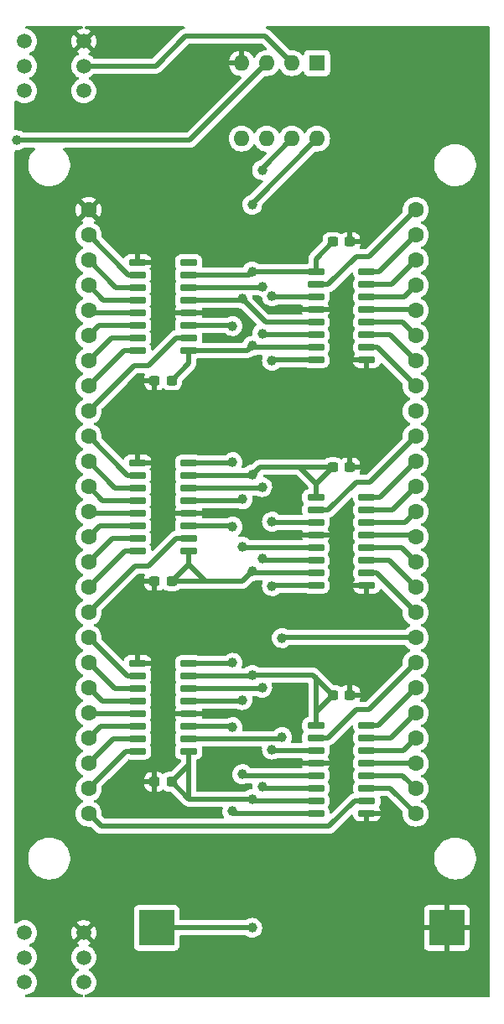
<source format=gbr>
%TF.GenerationSoftware,KiCad,Pcbnew,6.0.10-86aedd382b~118~ubuntu22.04.1*%
%TF.CreationDate,2023-02-24T18:01:10+02:00*%
%TF.ProjectId,JugCounter,4a756743-6f75-46e7-9465-722e6b696361,rev?*%
%TF.SameCoordinates,Original*%
%TF.FileFunction,Copper,L2,Bot*%
%TF.FilePolarity,Positive*%
%FSLAX46Y46*%
G04 Gerber Fmt 4.6, Leading zero omitted, Abs format (unit mm)*
G04 Created by KiCad (PCBNEW 6.0.10-86aedd382b~118~ubuntu22.04.1) date 2023-02-24 18:01:10*
%MOMM*%
%LPD*%
G01*
G04 APERTURE LIST*
G04 Aperture macros list*
%AMRoundRect*
0 Rectangle with rounded corners*
0 $1 Rounding radius*
0 $2 $3 $4 $5 $6 $7 $8 $9 X,Y pos of 4 corners*
0 Add a 4 corners polygon primitive as box body*
4,1,4,$2,$3,$4,$5,$6,$7,$8,$9,$2,$3,0*
0 Add four circle primitives for the rounded corners*
1,1,$1+$1,$2,$3*
1,1,$1+$1,$4,$5*
1,1,$1+$1,$6,$7*
1,1,$1+$1,$8,$9*
0 Add four rect primitives between the rounded corners*
20,1,$1+$1,$2,$3,$4,$5,0*
20,1,$1+$1,$4,$5,$6,$7,0*
20,1,$1+$1,$6,$7,$8,$9,0*
20,1,$1+$1,$8,$9,$2,$3,0*%
G04 Aperture macros list end*
%TA.AperFunction,ComponentPad*%
%ADD10R,1.600000X1.600000*%
%TD*%
%TA.AperFunction,ComponentPad*%
%ADD11O,1.600000X1.600000*%
%TD*%
%TA.AperFunction,ComponentPad*%
%ADD12C,1.500000*%
%TD*%
%TA.AperFunction,ComponentPad*%
%ADD13C,1.600000*%
%TD*%
%TA.AperFunction,SMDPad,CuDef*%
%ADD14RoundRect,0.150000X0.725000X0.150000X-0.725000X0.150000X-0.725000X-0.150000X0.725000X-0.150000X0*%
%TD*%
%TA.AperFunction,SMDPad,CuDef*%
%ADD15RoundRect,0.150000X-0.725000X-0.150000X0.725000X-0.150000X0.725000X0.150000X-0.725000X0.150000X0*%
%TD*%
%TA.AperFunction,SMDPad,CuDef*%
%ADD16RoundRect,0.237500X0.300000X0.237500X-0.300000X0.237500X-0.300000X-0.237500X0.300000X-0.237500X0*%
%TD*%
%TA.AperFunction,SMDPad,CuDef*%
%ADD17R,3.600000X3.600000*%
%TD*%
%TA.AperFunction,SMDPad,CuDef*%
%ADD18RoundRect,0.237500X-0.300000X-0.237500X0.300000X-0.237500X0.300000X0.237500X-0.300000X0.237500X0*%
%TD*%
%TA.AperFunction,ViaPad*%
%ADD19C,1.000000*%
%TD*%
%TA.AperFunction,Conductor*%
%ADD20C,0.500000*%
%TD*%
G04 APERTURE END LIST*
D10*
%TO.P,U7,1,~{RESET}/PB5*%
%TO.N,unconnected-(U7-Pad1)*%
X46550000Y-19700000D03*
D11*
%TO.P,U7,2,XTAL1/PB3*%
%TO.N,/BTN1*%
X44010000Y-19700000D03*
%TO.P,U7,3,XTAL2/PB4*%
%TO.N,/BTN2*%
X41470000Y-19700000D03*
%TO.P,U7,4,GND*%
%TO.N,/GND*%
X38930000Y-19700000D03*
%TO.P,U7,5,AREF/PB0*%
%TO.N,/STORE*%
X38930000Y-27320000D03*
%TO.P,U7,6,PB1*%
%TO.N,/DATA*%
X41470000Y-27320000D03*
%TO.P,U7,7,PB2*%
%TO.N,/CLK*%
X44010000Y-27320000D03*
%TO.P,U7,8,VCC*%
%TO.N,/VCC*%
X46550000Y-27320000D03*
%TD*%
D12*
%TO.P,SW2,1,NC*%
%TO.N,unconnected-(SW2-Pad1)*%
X17000000Y-107500000D03*
%TO.P,SW2,2,NO*%
%TO.N,unconnected-(SW2-Pad2)*%
X17000000Y-110000000D03*
%TO.P,SW2,3,C*%
%TO.N,unconnected-(SW2-Pad3)*%
X17000000Y-112500000D03*
%TO.P,SW2,4,NC*%
%TO.N,unconnected-(SW2-Pad4)*%
X23000000Y-112500000D03*
%TO.P,SW2,5,NO*%
%TO.N,/BTN2*%
X23000000Y-110000000D03*
%TO.P,SW2,6,C*%
%TO.N,/GND*%
X23000000Y-107500000D03*
%TD*%
%TO.P,SW1,1,NC*%
%TO.N,unconnected-(SW1-Pad1)*%
X17000000Y-17500000D03*
%TO.P,SW1,2,NO*%
%TO.N,unconnected-(SW1-Pad2)*%
X17000000Y-20000000D03*
%TO.P,SW1,3,C*%
%TO.N,unconnected-(SW1-Pad3)*%
X17000000Y-22500000D03*
%TO.P,SW1,4,NC*%
%TO.N,unconnected-(SW1-Pad4)*%
X23000000Y-22500000D03*
%TO.P,SW1,5,NO*%
%TO.N,/BTN1*%
X23000000Y-20000000D03*
%TO.P,SW1,6,C*%
%TO.N,/GND*%
X23000000Y-17500000D03*
%TD*%
D13*
%TO.P,DS1,1,COM*%
%TO.N,/GND*%
X23490000Y-34520000D03*
%TO.P,DS1,2,1E*%
%TO.N,/1E*%
X23490000Y-37060000D03*
%TO.P,DS1,3,1D*%
%TO.N,/1D*%
X23490000Y-39600000D03*
%TO.P,DS1,4,1C*%
%TO.N,/1C*%
X23490000Y-42140000D03*
%TO.P,DS1,5,1DP*%
%TO.N,/1DP*%
X23490000Y-44680000D03*
%TO.P,DS1,6,2E*%
%TO.N,/2E*%
X23490000Y-47220000D03*
%TO.P,DS1,7,2D*%
%TO.N,/2D*%
X23490000Y-49760000D03*
%TO.P,DS1,8,2C*%
%TO.N,/2C*%
X23490000Y-52300000D03*
%TO.P,DS1,9,2DP*%
%TO.N,/2DP*%
X23490000Y-54840000D03*
%TO.P,DS1,10,3E*%
%TO.N,/3E*%
X23490000Y-57380000D03*
%TO.P,DS1,11,3D*%
%TO.N,/3D*%
X23490000Y-59920000D03*
%TO.P,DS1,12,3C*%
%TO.N,/3C*%
X23490000Y-62460000D03*
%TO.P,DS1,13,3DP*%
%TO.N,/3DP*%
X23490000Y-65000000D03*
%TO.P,DS1,14,4E*%
%TO.N,/4E*%
X23490000Y-67540000D03*
%TO.P,DS1,15,4D*%
%TO.N,/4D*%
X23490000Y-70080000D03*
%TO.P,DS1,16,4C*%
%TO.N,/4C*%
X23490000Y-72620000D03*
%TO.P,DS1,17,4DP*%
%TO.N,/4DP*%
X23490000Y-75160000D03*
%TO.P,DS1,18,5E*%
%TO.N,/5E*%
X23490000Y-77700000D03*
%TO.P,DS1,19,5D*%
%TO.N,/5D*%
X23490000Y-80240000D03*
%TO.P,DS1,20,5C*%
%TO.N,/5C*%
X23490000Y-82780000D03*
%TO.P,DS1,21,5DP*%
%TO.N,/5DP*%
X23490000Y-85320000D03*
%TO.P,DS1,22,6E*%
%TO.N,/6E*%
X23490000Y-87860000D03*
%TO.P,DS1,23,6D*%
%TO.N,/6D*%
X23490000Y-90400000D03*
%TO.P,DS1,24,6C*%
%TO.N,/6C*%
X23490000Y-92940000D03*
%TO.P,DS1,25,6B*%
%TO.N,/6B*%
X23490000Y-95480000D03*
%TO.P,DS1,26,6A*%
%TO.N,/6A*%
X56510000Y-95480000D03*
%TO.P,DS1,27,6F*%
%TO.N,/6F*%
X56510000Y-92940000D03*
%TO.P,DS1,28,6G*%
%TO.N,/6G*%
X56510000Y-90400000D03*
%TO.P,DS1,29,5B*%
%TO.N,/5B*%
X56510000Y-87860000D03*
%TO.P,DS1,30,5A*%
%TO.N,/5A*%
X56510000Y-85320000D03*
%TO.P,DS1,31,5F*%
%TO.N,/5F*%
X56510000Y-82780000D03*
%TO.P,DS1,32,5G*%
%TO.N,/5G*%
X56510000Y-80240000D03*
%TO.P,DS1,33,COL2*%
%TO.N,/COL*%
X56510000Y-77700000D03*
%TO.P,DS1,34,4B*%
%TO.N,/4B*%
X56510000Y-75160000D03*
%TO.P,DS1,35,4A*%
%TO.N,/4A*%
X56510000Y-72620000D03*
%TO.P,DS1,36,4F*%
%TO.N,/4F*%
X56510000Y-70080000D03*
%TO.P,DS1,37,4G*%
%TO.N,/4G*%
X56510000Y-67540000D03*
%TO.P,DS1,38,3B*%
%TO.N,/3B*%
X56510000Y-65000000D03*
%TO.P,DS1,39,3A*%
%TO.N,/3A*%
X56510000Y-62460000D03*
%TO.P,DS1,40,3F*%
%TO.N,/3F*%
X56510000Y-59920000D03*
%TO.P,DS1,41,3G*%
%TO.N,/3G*%
X56510000Y-57380000D03*
%TO.P,DS1,42,COL1*%
%TO.N,/COL*%
X56510000Y-54840000D03*
%TO.P,DS1,43,2B*%
%TO.N,/2B*%
X56510000Y-52300000D03*
%TO.P,DS1,44,2A*%
%TO.N,/2A*%
X56510000Y-49760000D03*
%TO.P,DS1,45,2F*%
%TO.N,/2F*%
X56510000Y-47220000D03*
%TO.P,DS1,46,2G*%
%TO.N,/2G*%
X56510000Y-44680000D03*
%TO.P,DS1,47,1B*%
%TO.N,/1B*%
X56510000Y-42140000D03*
%TO.P,DS1,48,1A*%
%TO.N,/1A*%
X56510000Y-39600000D03*
%TO.P,DS1,49,1F*%
%TO.N,/1F*%
X56510000Y-37060000D03*
%TO.P,DS1,50,1G*%
%TO.N,/1G*%
X56510000Y-34520000D03*
%TD*%
D14*
%TO.P,U3,1,Q1*%
%TO.N,/5F*%
X51575000Y-86555000D03*
%TO.P,U3,2,Q2*%
%TO.N,/5A*%
X51575000Y-87825000D03*
%TO.P,U3,3,Q3*%
%TO.N,/5B*%
X51575000Y-89095000D03*
%TO.P,U3,4,Q4*%
%TO.N,/6G*%
X51575000Y-90365000D03*
%TO.P,U3,5,Q5*%
%TO.N,/6F*%
X51575000Y-91635000D03*
%TO.P,U3,6,Q6*%
%TO.N,/6A*%
X51575000Y-92905000D03*
%TO.P,U3,7,Q7*%
%TO.N,/6B*%
X51575000Y-94175000D03*
%TO.P,U3,8,GND*%
%TO.N,/GND*%
X51575000Y-95445000D03*
%TO.P,U3,9,Q7S*%
%TO.N,Net-(U3-Pad9)*%
X46425000Y-95445000D03*
%TO.P,U3,10,~{MR}*%
%TO.N,/VCC*%
X46425000Y-94175000D03*
%TO.P,U3,11,SHCLK*%
%TO.N,/CLK*%
X46425000Y-92905000D03*
%TO.P,U3,12,STCLK*%
%TO.N,/STORE*%
X46425000Y-91635000D03*
%TO.P,U3,13,~{OE}*%
%TO.N,/GND*%
X46425000Y-90365000D03*
%TO.P,U3,14,Data*%
%TO.N,Net-(U2-Pad9)*%
X46425000Y-89095000D03*
%TO.P,U3,15,Q0*%
%TO.N,/5G*%
X46425000Y-87825000D03*
%TO.P,U3,16,Vcc*%
%TO.N,/VCC*%
X46425000Y-86555000D03*
%TD*%
D15*
%TO.P,U5,1,Q1*%
%TO.N,/4C*%
X28425000Y-68945000D03*
%TO.P,U5,2,Q2*%
%TO.N,/4D*%
X28425000Y-67675000D03*
%TO.P,U5,3,Q3*%
%TO.N,/4E*%
X28425000Y-66405000D03*
%TO.P,U5,4,Q4*%
%TO.N,/3DP*%
X28425000Y-65135000D03*
%TO.P,U5,5,Q5*%
%TO.N,/3C*%
X28425000Y-63865000D03*
%TO.P,U5,6,Q6*%
%TO.N,/3D*%
X28425000Y-62595000D03*
%TO.P,U5,7,Q7*%
%TO.N,/3E*%
X28425000Y-61325000D03*
%TO.P,U5,8,GND*%
%TO.N,/GND*%
X28425000Y-60055000D03*
%TO.P,U5,9,Q7S*%
%TO.N,Net-(U5-Pad9)*%
X33575000Y-60055000D03*
%TO.P,U5,10,~{MR}*%
%TO.N,/VCC*%
X33575000Y-61325000D03*
%TO.P,U5,11,SHCLK*%
%TO.N,/CLK*%
X33575000Y-62595000D03*
%TO.P,U5,12,STCLK*%
%TO.N,/STORE*%
X33575000Y-63865000D03*
%TO.P,U5,13,~{OE}*%
%TO.N,/GND*%
X33575000Y-65135000D03*
%TO.P,U5,14,Data*%
%TO.N,Net-(U4-Pad9)*%
X33575000Y-66405000D03*
%TO.P,U5,15,Q0*%
%TO.N,/4DP*%
X33575000Y-67675000D03*
%TO.P,U5,16,Vcc*%
%TO.N,/VCC*%
X33575000Y-68945000D03*
%TD*%
D16*
%TO.P,C5,1*%
%TO.N,/VCC*%
X31862500Y-72000000D03*
%TO.P,C5,2*%
%TO.N,/GND*%
X30137500Y-72000000D03*
%TD*%
D15*
%TO.P,U6,1,Q1*%
%TO.N,/2C*%
X28425000Y-48695000D03*
%TO.P,U6,2,Q2*%
%TO.N,/2D*%
X28425000Y-47425000D03*
%TO.P,U6,3,Q3*%
%TO.N,/2E*%
X28425000Y-46155000D03*
%TO.P,U6,4,Q4*%
%TO.N,/1DP*%
X28425000Y-44885000D03*
%TO.P,U6,5,Q5*%
%TO.N,/1C*%
X28425000Y-43615000D03*
%TO.P,U6,6,Q6*%
%TO.N,/1D*%
X28425000Y-42345000D03*
%TO.P,U6,7,Q7*%
%TO.N,/1E*%
X28425000Y-41075000D03*
%TO.P,U6,8,GND*%
%TO.N,/GND*%
X28425000Y-39805000D03*
%TO.P,U6,9,Q7S*%
%TO.N,unconnected-(U6-Pad9)*%
X33575000Y-39805000D03*
%TO.P,U6,10,~{MR}*%
%TO.N,/VCC*%
X33575000Y-41075000D03*
%TO.P,U6,11,SHCLK*%
%TO.N,/CLK*%
X33575000Y-42345000D03*
%TO.P,U6,12,STCLK*%
%TO.N,/STORE*%
X33575000Y-43615000D03*
%TO.P,U6,13,~{OE}*%
%TO.N,/GND*%
X33575000Y-44885000D03*
%TO.P,U6,14,Data*%
%TO.N,Net-(U5-Pad9)*%
X33575000Y-46155000D03*
%TO.P,U6,15,Q0*%
%TO.N,/2DP*%
X33575000Y-47425000D03*
%TO.P,U6,16,Vcc*%
%TO.N,/VCC*%
X33575000Y-48695000D03*
%TD*%
D14*
%TO.P,U1,1,Q1*%
%TO.N,/1F*%
X51575000Y-40805000D03*
%TO.P,U1,2,Q2*%
%TO.N,/1A*%
X51575000Y-42075000D03*
%TO.P,U1,3,Q3*%
%TO.N,/1B*%
X51575000Y-43345000D03*
%TO.P,U1,4,Q4*%
%TO.N,/2G*%
X51575000Y-44615000D03*
%TO.P,U1,5,Q5*%
%TO.N,/2F*%
X51575000Y-45885000D03*
%TO.P,U1,6,Q6*%
%TO.N,/2A*%
X51575000Y-47155000D03*
%TO.P,U1,7,Q7*%
%TO.N,/2B*%
X51575000Y-48425000D03*
%TO.P,U1,8,GND*%
%TO.N,/GND*%
X51575000Y-49695000D03*
%TO.P,U1,9,Q7S*%
%TO.N,Net-(U1-Pad9)*%
X46425000Y-49695000D03*
%TO.P,U1,10,~{MR}*%
%TO.N,/VCC*%
X46425000Y-48425000D03*
%TO.P,U1,11,SHCLK*%
%TO.N,/CLK*%
X46425000Y-47155000D03*
%TO.P,U1,12,STCLK*%
%TO.N,/STORE*%
X46425000Y-45885000D03*
%TO.P,U1,13,~{OE}*%
%TO.N,/GND*%
X46425000Y-44615000D03*
%TO.P,U1,14,Data*%
%TO.N,/DATA*%
X46425000Y-43345000D03*
%TO.P,U1,15,Q0*%
%TO.N,/1G*%
X46425000Y-42075000D03*
%TO.P,U1,16,Vcc*%
%TO.N,/VCC*%
X46425000Y-40805000D03*
%TD*%
D17*
%TO.P,BT1,1,+*%
%TO.N,/VCC*%
X30350000Y-107000000D03*
%TO.P,BT1,2,-*%
%TO.N,/GND*%
X59650000Y-107000000D03*
%TD*%
D18*
%TO.P,C2,1*%
%TO.N,/VCC*%
X48137500Y-60500000D03*
%TO.P,C2,2*%
%TO.N,/GND*%
X49862500Y-60500000D03*
%TD*%
D16*
%TO.P,C6,1*%
%TO.N,/VCC*%
X31862500Y-51750000D03*
%TO.P,C6,2*%
%TO.N,/GND*%
X30137500Y-51750000D03*
%TD*%
D15*
%TO.P,U4,1,Q1*%
%TO.N,/6C*%
X28425000Y-89195000D03*
%TO.P,U4,2,Q2*%
%TO.N,/6D*%
X28425000Y-87925000D03*
%TO.P,U4,3,Q3*%
%TO.N,/6E*%
X28425000Y-86655000D03*
%TO.P,U4,4,Q4*%
%TO.N,/5DP*%
X28425000Y-85385000D03*
%TO.P,U4,5,Q5*%
%TO.N,/5C*%
X28425000Y-84115000D03*
%TO.P,U4,6,Q6*%
%TO.N,/5D*%
X28425000Y-82845000D03*
%TO.P,U4,7,Q7*%
%TO.N,/5E*%
X28425000Y-81575000D03*
%TO.P,U4,8,GND*%
%TO.N,/GND*%
X28425000Y-80305000D03*
%TO.P,U4,9,Q7S*%
%TO.N,Net-(U4-Pad9)*%
X33575000Y-80305000D03*
%TO.P,U4,10,~{MR}*%
%TO.N,/VCC*%
X33575000Y-81575000D03*
%TO.P,U4,11,SHCLK*%
%TO.N,/CLK*%
X33575000Y-82845000D03*
%TO.P,U4,12,STCLK*%
%TO.N,/STORE*%
X33575000Y-84115000D03*
%TO.P,U4,13,~{OE}*%
%TO.N,/GND*%
X33575000Y-85385000D03*
%TO.P,U4,14,Data*%
%TO.N,Net-(U3-Pad9)*%
X33575000Y-86655000D03*
%TO.P,U4,15,Q0*%
%TO.N,/COL*%
X33575000Y-87925000D03*
%TO.P,U4,16,Vcc*%
%TO.N,/VCC*%
X33575000Y-89195000D03*
%TD*%
D14*
%TO.P,U2,1,Q1*%
%TO.N,/3F*%
X51575000Y-63555000D03*
%TO.P,U2,2,Q2*%
%TO.N,/3A*%
X51575000Y-64825000D03*
%TO.P,U2,3,Q3*%
%TO.N,/3B*%
X51575000Y-66095000D03*
%TO.P,U2,4,Q4*%
%TO.N,/4G*%
X51575000Y-67365000D03*
%TO.P,U2,5,Q5*%
%TO.N,/4F*%
X51575000Y-68635000D03*
%TO.P,U2,6,Q6*%
%TO.N,/4A*%
X51575000Y-69905000D03*
%TO.P,U2,7,Q7*%
%TO.N,/4B*%
X51575000Y-71175000D03*
%TO.P,U2,8,GND*%
%TO.N,/GND*%
X51575000Y-72445000D03*
%TO.P,U2,9,Q7S*%
%TO.N,Net-(U2-Pad9)*%
X46425000Y-72445000D03*
%TO.P,U2,10,~{MR}*%
%TO.N,/VCC*%
X46425000Y-71175000D03*
%TO.P,U2,11,SHCLK*%
%TO.N,/CLK*%
X46425000Y-69905000D03*
%TO.P,U2,12,STCLK*%
%TO.N,/STORE*%
X46425000Y-68635000D03*
%TO.P,U2,13,~{OE}*%
%TO.N,/GND*%
X46425000Y-67365000D03*
%TO.P,U2,14,Data*%
%TO.N,Net-(U1-Pad9)*%
X46425000Y-66095000D03*
%TO.P,U2,15,Q0*%
%TO.N,/3G*%
X46425000Y-64825000D03*
%TO.P,U2,16,Vcc*%
%TO.N,/VCC*%
X46425000Y-63555000D03*
%TD*%
D18*
%TO.P,C3,1*%
%TO.N,/VCC*%
X48137500Y-83500000D03*
%TO.P,C3,2*%
%TO.N,/GND*%
X49862500Y-83500000D03*
%TD*%
D16*
%TO.P,C4,1*%
%TO.N,/VCC*%
X31862500Y-92250000D03*
%TO.P,C4,2*%
%TO.N,/GND*%
X30137500Y-92250000D03*
%TD*%
D18*
%TO.P,C1,1*%
%TO.N,/VCC*%
X48137500Y-37750000D03*
%TO.P,C1,2*%
%TO.N,/GND*%
X49862500Y-37750000D03*
%TD*%
D19*
%TO.N,/GND*%
X31000000Y-84750000D03*
X49000000Y-45250000D03*
X51750000Y-20000000D03*
X49000000Y-91000000D03*
X31000000Y-22500000D03*
X31000000Y-64500000D03*
X31000000Y-44250000D03*
X49000000Y-68000000D03*
%TO.N,/VCC*%
X40000000Y-107000000D03*
X40000000Y-81500000D03*
X40000000Y-34000000D03*
X40000000Y-94000000D03*
X40000000Y-48250000D03*
X40000000Y-71000000D03*
X40000000Y-61250000D03*
X40000000Y-40750000D03*
%TO.N,/BTN2*%
X16250000Y-27500000D03*
%TO.N,/COL*%
X43000000Y-87750000D03*
X43000000Y-77750000D03*
%TO.N,Net-(U1-Pad9)*%
X42000000Y-66000000D03*
X42000000Y-49750000D03*
%TO.N,/CLK*%
X41000000Y-82750000D03*
X41000000Y-92750000D03*
X41000000Y-47000000D03*
X41000000Y-30500000D03*
X41000000Y-69750000D03*
X41000000Y-42250000D03*
X41000000Y-62500000D03*
%TO.N,/STORE*%
X39000000Y-63750000D03*
X39000000Y-91500000D03*
X39000000Y-68500000D03*
X39000000Y-43500000D03*
X39000000Y-84000000D03*
%TO.N,/DATA*%
X42000000Y-43250000D03*
%TO.N,Net-(U2-Pad9)*%
X42000000Y-89000000D03*
X42000000Y-72500000D03*
%TO.N,Net-(U3-Pad9)*%
X38000000Y-86750000D03*
X38000000Y-95250000D03*
%TO.N,Net-(U4-Pad9)*%
X38000000Y-80250000D03*
X38000000Y-66500000D03*
%TO.N,Net-(U5-Pad9)*%
X38000000Y-60000000D03*
X38000000Y-46250000D03*
%TD*%
D20*
%TO.N,/VCC*%
X46425000Y-63555000D02*
X46425000Y-62212500D01*
X46425000Y-85212500D02*
X48137500Y-83500000D01*
X33575000Y-90537500D02*
X33575000Y-93962500D01*
X33575000Y-81575000D02*
X39925000Y-81575000D01*
X39925000Y-81575000D02*
X40000000Y-81500000D01*
X40000000Y-94000000D02*
X33612500Y-94000000D01*
X46425000Y-81787500D02*
X46137500Y-81500000D01*
X40175000Y-71175000D02*
X40000000Y-71000000D01*
X40750000Y-60500000D02*
X40000000Y-61250000D01*
X33575000Y-89195000D02*
X33575000Y-90537500D01*
X46425000Y-71175000D02*
X40175000Y-71175000D01*
X46425000Y-86555000D02*
X46425000Y-85212500D01*
X31862500Y-72000000D02*
X35250000Y-72000000D01*
X39000000Y-72000000D02*
X40000000Y-71000000D01*
X33575000Y-70287500D02*
X33575000Y-70325000D01*
X39925000Y-61325000D02*
X40000000Y-61250000D01*
X46425000Y-40805000D02*
X40055000Y-40805000D01*
X46425000Y-48425000D02*
X40175000Y-48425000D01*
X46425000Y-40805000D02*
X46425000Y-39462500D01*
X33575000Y-41075000D02*
X39675000Y-41075000D01*
X33575000Y-68945000D02*
X33575000Y-70287500D01*
X33575000Y-70325000D02*
X35250000Y-72000000D01*
X33575000Y-50037500D02*
X31862500Y-51750000D01*
X33575000Y-61325000D02*
X39925000Y-61325000D01*
X46425000Y-62212500D02*
X48137500Y-60500000D01*
X33575000Y-93962500D02*
X33612500Y-94000000D01*
X39555000Y-48695000D02*
X40000000Y-48250000D01*
X33575000Y-90537500D02*
X31862500Y-92250000D01*
X48137500Y-60500000D02*
X44750000Y-60500000D01*
X46425000Y-39462500D02*
X48137500Y-37750000D01*
X40000000Y-33870000D02*
X40000000Y-34000000D01*
X35250000Y-72000000D02*
X39000000Y-72000000D01*
X46550000Y-27320000D02*
X40000000Y-33870000D01*
X33575000Y-48695000D02*
X39555000Y-48695000D01*
X40000000Y-107000000D02*
X30350000Y-107000000D01*
X46425000Y-94175000D02*
X40175000Y-94175000D01*
X40055000Y-40805000D02*
X40000000Y-40750000D01*
X39675000Y-41075000D02*
X40000000Y-40750000D01*
X46425000Y-85212500D02*
X46425000Y-81787500D01*
X48137500Y-83500000D02*
X46137500Y-81500000D01*
X40175000Y-48425000D02*
X40000000Y-48250000D01*
X40175000Y-94175000D02*
X40000000Y-94000000D01*
X44750000Y-60500000D02*
X40750000Y-60500000D01*
X33575000Y-70287500D02*
X31862500Y-72000000D01*
X33612500Y-94000000D02*
X31862500Y-92250000D01*
X46425000Y-62175000D02*
X44750000Y-60500000D01*
X46425000Y-62212500D02*
X46425000Y-62175000D01*
X33575000Y-48695000D02*
X33575000Y-50037500D01*
X46137500Y-81500000D02*
X40000000Y-81500000D01*
%TO.N,/BTN1*%
X44010000Y-19700000D02*
X41310000Y-17000000D01*
X41310000Y-17000000D02*
X33250000Y-17000000D01*
X30250000Y-20000000D02*
X23000000Y-20000000D01*
X33250000Y-17000000D02*
X30250000Y-20000000D01*
%TO.N,/BTN2*%
X33670000Y-27500000D02*
X16250000Y-27500000D01*
X41470000Y-19700000D02*
X33670000Y-27500000D01*
%TO.N,/1E*%
X28425000Y-41075000D02*
X27505000Y-41075000D01*
X27505000Y-41075000D02*
X23490000Y-37060000D01*
%TO.N,/1D*%
X26235000Y-42345000D02*
X23490000Y-39600000D01*
X28425000Y-42345000D02*
X26235000Y-42345000D01*
%TO.N,/1C*%
X24965000Y-43615000D02*
X23490000Y-42140000D01*
X28425000Y-43615000D02*
X24965000Y-43615000D01*
%TO.N,/1DP*%
X23695000Y-44885000D02*
X23490000Y-44680000D01*
X28425000Y-44885000D02*
X23695000Y-44885000D01*
%TO.N,/2E*%
X28425000Y-46155000D02*
X24555000Y-46155000D01*
X24555000Y-46155000D02*
X23490000Y-47220000D01*
%TO.N,/2D*%
X28425000Y-47425000D02*
X25825000Y-47425000D01*
X25825000Y-47425000D02*
X23490000Y-49760000D01*
%TO.N,/2C*%
X28425000Y-48695000D02*
X27095000Y-48695000D01*
X27095000Y-48695000D02*
X23490000Y-52300000D01*
%TO.N,/2DP*%
X29500000Y-50250000D02*
X28080000Y-50250000D01*
X28080000Y-50250000D02*
X23490000Y-54840000D01*
X33575000Y-47425000D02*
X32325000Y-47425000D01*
X32325000Y-47425000D02*
X29500000Y-50250000D01*
%TO.N,/3E*%
X28425000Y-61325000D02*
X27435000Y-61325000D01*
X27435000Y-61325000D02*
X23490000Y-57380000D01*
%TO.N,/3D*%
X28425000Y-62595000D02*
X26165000Y-62595000D01*
X26165000Y-62595000D02*
X23490000Y-59920000D01*
%TO.N,/3C*%
X24895000Y-63865000D02*
X23490000Y-62460000D01*
X28425000Y-63865000D02*
X24895000Y-63865000D01*
%TO.N,/3DP*%
X23625000Y-65135000D02*
X23490000Y-65000000D01*
X28425000Y-65135000D02*
X23625000Y-65135000D01*
%TO.N,/4E*%
X24625000Y-66405000D02*
X23490000Y-67540000D01*
X28425000Y-66405000D02*
X24625000Y-66405000D01*
%TO.N,/4D*%
X28425000Y-67675000D02*
X25895000Y-67675000D01*
X25895000Y-67675000D02*
X23490000Y-70080000D01*
%TO.N,/4C*%
X28425000Y-68945000D02*
X27165000Y-68945000D01*
X27165000Y-68945000D02*
X23490000Y-72620000D01*
%TO.N,/4DP*%
X32325000Y-67675000D02*
X29500000Y-70500000D01*
X29500000Y-70500000D02*
X28150000Y-70500000D01*
X33575000Y-67675000D02*
X32325000Y-67675000D01*
X28150000Y-70500000D02*
X23490000Y-75160000D01*
%TO.N,/5E*%
X28425000Y-81575000D02*
X27365000Y-81575000D01*
X27365000Y-81575000D02*
X23490000Y-77700000D01*
%TO.N,/5D*%
X26095000Y-82845000D02*
X23490000Y-80240000D01*
X28425000Y-82845000D02*
X26095000Y-82845000D01*
%TO.N,/5C*%
X24825000Y-84115000D02*
X23490000Y-82780000D01*
X28425000Y-84115000D02*
X24825000Y-84115000D01*
%TO.N,/5DP*%
X23555000Y-85385000D02*
X23490000Y-85320000D01*
X28425000Y-85385000D02*
X23555000Y-85385000D01*
%TO.N,/6E*%
X28425000Y-86655000D02*
X24695000Y-86655000D01*
X24695000Y-86655000D02*
X23490000Y-87860000D01*
%TO.N,/6D*%
X25965000Y-87925000D02*
X23490000Y-90400000D01*
X28425000Y-87925000D02*
X25965000Y-87925000D01*
%TO.N,/6C*%
X27235000Y-89195000D02*
X23490000Y-92940000D01*
X28425000Y-89195000D02*
X27235000Y-89195000D01*
%TO.N,/6B*%
X50325000Y-94175000D02*
X47750000Y-96750000D01*
X47750000Y-96750000D02*
X24760000Y-96750000D01*
X51575000Y-94175000D02*
X50325000Y-94175000D01*
X24760000Y-96750000D02*
X23490000Y-95480000D01*
%TO.N,/6A*%
X51575000Y-92905000D02*
X53935000Y-92905000D01*
X53935000Y-92905000D02*
X56510000Y-95480000D01*
%TO.N,/6F*%
X51575000Y-91635000D02*
X55205000Y-91635000D01*
X55205000Y-91635000D02*
X56510000Y-92940000D01*
%TO.N,/6G*%
X56475000Y-90365000D02*
X56510000Y-90400000D01*
X51575000Y-90365000D02*
X56475000Y-90365000D01*
%TO.N,/5B*%
X51575000Y-89095000D02*
X55275000Y-89095000D01*
X55275000Y-89095000D02*
X56510000Y-87860000D01*
%TO.N,/5A*%
X54005000Y-87825000D02*
X56510000Y-85320000D01*
X51575000Y-87825000D02*
X54005000Y-87825000D01*
%TO.N,/5F*%
X51575000Y-86555000D02*
X52735000Y-86555000D01*
X52735000Y-86555000D02*
X56510000Y-82780000D01*
%TO.N,/5G*%
X46425000Y-87825000D02*
X47675000Y-87825000D01*
X50500000Y-85000000D02*
X51750000Y-85000000D01*
X47675000Y-87825000D02*
X50500000Y-85000000D01*
X51750000Y-85000000D02*
X56510000Y-80240000D01*
%TO.N,/COL*%
X33575000Y-87925000D02*
X42825000Y-87925000D01*
X43050000Y-77700000D02*
X43000000Y-77750000D01*
X56510000Y-77700000D02*
X43050000Y-77700000D01*
X42825000Y-87925000D02*
X43000000Y-87750000D01*
%TO.N,/4B*%
X51575000Y-71175000D02*
X52525000Y-71175000D01*
X52525000Y-71175000D02*
X56510000Y-75160000D01*
%TO.N,/4A*%
X53795000Y-69905000D02*
X56510000Y-72620000D01*
X51575000Y-69905000D02*
X53795000Y-69905000D01*
%TO.N,/4F*%
X55065000Y-68635000D02*
X56510000Y-70080000D01*
X51575000Y-68635000D02*
X55065000Y-68635000D01*
%TO.N,/4G*%
X56510000Y-67540000D02*
X56335000Y-67365000D01*
X56335000Y-67365000D02*
X51575000Y-67365000D01*
%TO.N,/3B*%
X55415000Y-66095000D02*
X56510000Y-65000000D01*
X51575000Y-66095000D02*
X55415000Y-66095000D01*
%TO.N,/3A*%
X51575000Y-64825000D02*
X54145000Y-64825000D01*
X54145000Y-64825000D02*
X56510000Y-62460000D01*
%TO.N,/3F*%
X51575000Y-63555000D02*
X52875000Y-63555000D01*
X52875000Y-63555000D02*
X56510000Y-59920000D01*
%TO.N,/3G*%
X47675000Y-64825000D02*
X50500000Y-62000000D01*
X46425000Y-64825000D02*
X47675000Y-64825000D01*
X50500000Y-62000000D02*
X51890000Y-62000000D01*
X51890000Y-62000000D02*
X56510000Y-57380000D01*
%TO.N,/2B*%
X52635000Y-48425000D02*
X56510000Y-52300000D01*
X51575000Y-48425000D02*
X52635000Y-48425000D01*
%TO.N,/2A*%
X51575000Y-47155000D02*
X53905000Y-47155000D01*
X53905000Y-47155000D02*
X56510000Y-49760000D01*
%TO.N,/2F*%
X51575000Y-45885000D02*
X55175000Y-45885000D01*
X55175000Y-45885000D02*
X56510000Y-47220000D01*
%TO.N,/2G*%
X51575000Y-44615000D02*
X56445000Y-44615000D01*
X56445000Y-44615000D02*
X56510000Y-44680000D01*
%TO.N,/1B*%
X55305000Y-43345000D02*
X56510000Y-42140000D01*
X51575000Y-43345000D02*
X55305000Y-43345000D01*
%TO.N,/1A*%
X51575000Y-42075000D02*
X54035000Y-42075000D01*
X54035000Y-42075000D02*
X56510000Y-39600000D01*
%TO.N,/1F*%
X51575000Y-40805000D02*
X52765000Y-40805000D01*
X52765000Y-40805000D02*
X56510000Y-37060000D01*
%TO.N,/1G*%
X50500000Y-39250000D02*
X51780000Y-39250000D01*
X46425000Y-42075000D02*
X47675000Y-42075000D01*
X51780000Y-39250000D02*
X56510000Y-34520000D01*
X47675000Y-42075000D02*
X50500000Y-39250000D01*
%TO.N,Net-(U1-Pad9)*%
X46425000Y-49695000D02*
X42055000Y-49695000D01*
X42000000Y-66000000D02*
X42095000Y-66095000D01*
X42055000Y-49695000D02*
X42000000Y-49750000D01*
X42095000Y-66095000D02*
X46425000Y-66095000D01*
%TO.N,/CLK*%
X41155000Y-92905000D02*
X41000000Y-92750000D01*
X46425000Y-69905000D02*
X41155000Y-69905000D01*
X33575000Y-82845000D02*
X40905000Y-82845000D01*
X40905000Y-42345000D02*
X41000000Y-42250000D01*
X41155000Y-69905000D02*
X41000000Y-69750000D01*
X46425000Y-47155000D02*
X41155000Y-47155000D01*
X40905000Y-62595000D02*
X41000000Y-62500000D01*
X41155000Y-47155000D02*
X41000000Y-47000000D01*
X40905000Y-82845000D02*
X41000000Y-82750000D01*
X33575000Y-42345000D02*
X40905000Y-42345000D01*
X46425000Y-92905000D02*
X41155000Y-92905000D01*
X33575000Y-62595000D02*
X40905000Y-62595000D01*
X41000000Y-30330000D02*
X41000000Y-30500000D01*
X44010000Y-27320000D02*
X41000000Y-30330000D01*
%TO.N,/STORE*%
X39135000Y-68635000D02*
X39000000Y-68500000D01*
X33575000Y-43615000D02*
X38885000Y-43615000D01*
X38885000Y-63865000D02*
X39000000Y-63750000D01*
X46425000Y-91635000D02*
X39135000Y-91635000D01*
X46425000Y-45885000D02*
X41385000Y-45885000D01*
X38885000Y-84115000D02*
X39000000Y-84000000D01*
X46425000Y-68635000D02*
X39135000Y-68635000D01*
X33575000Y-63865000D02*
X38885000Y-63865000D01*
X39135000Y-91635000D02*
X39000000Y-91500000D01*
X33575000Y-84115000D02*
X38885000Y-84115000D01*
X41385000Y-45885000D02*
X39000000Y-43500000D01*
X38885000Y-43615000D02*
X39000000Y-43500000D01*
%TO.N,/DATA*%
X46425000Y-43345000D02*
X42095000Y-43345000D01*
X42095000Y-43345000D02*
X42000000Y-43250000D01*
%TO.N,Net-(U2-Pad9)*%
X42055000Y-72445000D02*
X42000000Y-72500000D01*
X42000000Y-89000000D02*
X42095000Y-89095000D01*
X42095000Y-89095000D02*
X46425000Y-89095000D01*
X46425000Y-72445000D02*
X42055000Y-72445000D01*
%TO.N,Net-(U3-Pad9)*%
X38000000Y-86750000D02*
X37905000Y-86655000D01*
X38195000Y-95445000D02*
X38000000Y-95250000D01*
X37905000Y-86655000D02*
X33575000Y-86655000D01*
X46425000Y-95445000D02*
X38195000Y-95445000D01*
%TO.N,Net-(U4-Pad9)*%
X33575000Y-80305000D02*
X37945000Y-80305000D01*
X38000000Y-66500000D02*
X37905000Y-66405000D01*
X37945000Y-80305000D02*
X38000000Y-80250000D01*
X37905000Y-66405000D02*
X33575000Y-66405000D01*
%TO.N,Net-(U5-Pad9)*%
X37905000Y-46155000D02*
X33575000Y-46155000D01*
X37945000Y-60055000D02*
X38000000Y-60000000D01*
X38000000Y-46250000D02*
X37905000Y-46155000D01*
X33575000Y-60055000D02*
X37945000Y-60055000D01*
%TD*%
%TA.AperFunction,Conductor*%
%TO.N,/GND*%
G36*
X63942121Y-16020002D02*
G01*
X63988614Y-16073658D01*
X64000000Y-16126000D01*
X64000000Y-113874000D01*
X63979998Y-113942121D01*
X63926342Y-113988614D01*
X63874000Y-114000000D01*
X23180470Y-114000000D01*
X23112349Y-113979998D01*
X23065856Y-113926342D01*
X23055752Y-113856068D01*
X23085246Y-113791488D01*
X23144972Y-113753104D01*
X23169489Y-113748479D01*
X23219371Y-113744115D01*
X23432076Y-113687120D01*
X23631654Y-113594056D01*
X23732759Y-113523261D01*
X23807527Y-113470908D01*
X23807529Y-113470906D01*
X23812038Y-113467749D01*
X23967749Y-113312038D01*
X24094056Y-113131653D01*
X24096379Y-113126671D01*
X24096382Y-113126666D01*
X24184795Y-112937061D01*
X24187120Y-112932076D01*
X24244115Y-112719371D01*
X24263307Y-112500000D01*
X24244115Y-112280629D01*
X24187120Y-112067924D01*
X24143585Y-111974562D01*
X24096382Y-111873334D01*
X24096379Y-111873329D01*
X24094056Y-111868347D01*
X23967749Y-111687962D01*
X23812038Y-111532251D01*
X23631654Y-111405944D01*
X23626666Y-111403618D01*
X23626663Y-111403616D01*
X23542123Y-111364195D01*
X23488837Y-111317278D01*
X23469376Y-111249001D01*
X23489918Y-111181041D01*
X23542123Y-111135805D01*
X23626663Y-111096384D01*
X23626669Y-111096380D01*
X23631654Y-111094056D01*
X23732759Y-111023261D01*
X23807527Y-110970908D01*
X23807529Y-110970906D01*
X23812038Y-110967749D01*
X23967749Y-110812038D01*
X24094056Y-110631653D01*
X24096379Y-110626671D01*
X24096382Y-110626666D01*
X24184795Y-110437061D01*
X24187120Y-110432076D01*
X24244115Y-110219371D01*
X24263307Y-110000000D01*
X24244115Y-109780629D01*
X24187120Y-109567924D01*
X24143585Y-109474562D01*
X24096382Y-109373334D01*
X24096379Y-109373329D01*
X24094056Y-109368347D01*
X24052151Y-109308500D01*
X23970908Y-109192473D01*
X23970906Y-109192470D01*
X23967749Y-109187962D01*
X23812038Y-109032251D01*
X23631654Y-108905944D01*
X23626672Y-108903621D01*
X23626667Y-108903618D01*
X23541531Y-108863919D01*
X23523604Y-108848134D01*
X28041500Y-108848134D01*
X28048255Y-108910316D01*
X28099385Y-109046705D01*
X28186739Y-109163261D01*
X28303295Y-109250615D01*
X28439684Y-109301745D01*
X28501866Y-109308500D01*
X32198134Y-109308500D01*
X32260316Y-109301745D01*
X32396705Y-109250615D01*
X32513261Y-109163261D01*
X32600615Y-109046705D01*
X32651745Y-108910316D01*
X32658500Y-108848134D01*
X32658500Y-108844669D01*
X57342001Y-108844669D01*
X57342371Y-108851490D01*
X57347895Y-108902352D01*
X57351521Y-108917604D01*
X57396676Y-109038054D01*
X57405214Y-109053649D01*
X57481715Y-109155724D01*
X57494276Y-109168285D01*
X57596351Y-109244786D01*
X57611946Y-109253324D01*
X57732394Y-109298478D01*
X57747649Y-109302105D01*
X57798514Y-109307631D01*
X57805328Y-109308000D01*
X59377885Y-109308000D01*
X59393124Y-109303525D01*
X59394329Y-109302135D01*
X59396000Y-109294452D01*
X59396000Y-109289884D01*
X59904000Y-109289884D01*
X59908475Y-109305123D01*
X59909865Y-109306328D01*
X59917548Y-109307999D01*
X61494669Y-109307999D01*
X61501490Y-109307629D01*
X61552352Y-109302105D01*
X61567604Y-109298479D01*
X61688054Y-109253324D01*
X61703649Y-109244786D01*
X61805724Y-109168285D01*
X61818285Y-109155724D01*
X61894786Y-109053649D01*
X61903324Y-109038054D01*
X61948478Y-108917606D01*
X61952105Y-108902351D01*
X61957631Y-108851486D01*
X61958000Y-108844672D01*
X61958000Y-107272115D01*
X61953525Y-107256876D01*
X61952135Y-107255671D01*
X61944452Y-107254000D01*
X59922115Y-107254000D01*
X59906876Y-107258475D01*
X59905671Y-107259865D01*
X59904000Y-107267548D01*
X59904000Y-109289884D01*
X59396000Y-109289884D01*
X59396000Y-107272115D01*
X59391525Y-107256876D01*
X59390135Y-107255671D01*
X59382452Y-107254000D01*
X57360116Y-107254000D01*
X57344877Y-107258475D01*
X57343672Y-107259865D01*
X57342001Y-107267548D01*
X57342001Y-108844669D01*
X32658500Y-108844669D01*
X32658500Y-107884500D01*
X32678502Y-107816379D01*
X32732158Y-107769886D01*
X32784500Y-107758500D01*
X39288769Y-107758500D01*
X39356890Y-107778502D01*
X39370432Y-107788546D01*
X39403136Y-107816379D01*
X39421650Y-107832136D01*
X39594294Y-107928624D01*
X39782392Y-107989740D01*
X39978777Y-108013158D01*
X39984912Y-108012686D01*
X39984914Y-108012686D01*
X40169830Y-107998457D01*
X40169834Y-107998456D01*
X40175972Y-107997984D01*
X40366463Y-107944798D01*
X40371967Y-107942018D01*
X40371969Y-107942017D01*
X40537495Y-107858404D01*
X40537497Y-107858403D01*
X40542996Y-107855625D01*
X40698847Y-107733861D01*
X40828078Y-107584145D01*
X40925769Y-107412179D01*
X40988197Y-107224513D01*
X41012985Y-107028295D01*
X41013380Y-107000000D01*
X40994080Y-106803167D01*
X40975050Y-106740135D01*
X40971351Y-106727885D01*
X57342000Y-106727885D01*
X57346475Y-106743124D01*
X57347865Y-106744329D01*
X57355548Y-106746000D01*
X59377885Y-106746000D01*
X59393124Y-106741525D01*
X59394329Y-106740135D01*
X59396000Y-106732452D01*
X59396000Y-106727885D01*
X59904000Y-106727885D01*
X59908475Y-106743124D01*
X59909865Y-106744329D01*
X59917548Y-106746000D01*
X61939884Y-106746000D01*
X61955123Y-106741525D01*
X61956328Y-106740135D01*
X61957999Y-106732452D01*
X61957999Y-105155331D01*
X61957629Y-105148510D01*
X61952105Y-105097648D01*
X61948479Y-105082396D01*
X61903324Y-104961946D01*
X61894786Y-104946351D01*
X61818285Y-104844276D01*
X61805724Y-104831715D01*
X61703649Y-104755214D01*
X61688054Y-104746676D01*
X61567606Y-104701522D01*
X61552351Y-104697895D01*
X61501486Y-104692369D01*
X61494672Y-104692000D01*
X59922115Y-104692000D01*
X59906876Y-104696475D01*
X59905671Y-104697865D01*
X59904000Y-104705548D01*
X59904000Y-106727885D01*
X59396000Y-106727885D01*
X59396000Y-104710116D01*
X59391525Y-104694877D01*
X59390135Y-104693672D01*
X59382452Y-104692001D01*
X57805331Y-104692001D01*
X57798510Y-104692371D01*
X57747648Y-104697895D01*
X57732396Y-104701521D01*
X57611946Y-104746676D01*
X57596351Y-104755214D01*
X57494276Y-104831715D01*
X57481715Y-104844276D01*
X57405214Y-104946351D01*
X57396676Y-104961946D01*
X57351522Y-105082394D01*
X57347895Y-105097649D01*
X57342369Y-105148514D01*
X57342000Y-105155328D01*
X57342000Y-106727885D01*
X40971351Y-106727885D01*
X40960659Y-106692473D01*
X40936916Y-106613831D01*
X40844066Y-106439204D01*
X40773709Y-106352938D01*
X40722960Y-106290713D01*
X40722957Y-106290710D01*
X40719065Y-106285938D01*
X40685057Y-106257804D01*
X40571425Y-106163799D01*
X40571421Y-106163797D01*
X40566675Y-106159870D01*
X40392701Y-106065802D01*
X40203768Y-106007318D01*
X40197643Y-106006674D01*
X40197642Y-106006674D01*
X40013204Y-105987289D01*
X40013202Y-105987289D01*
X40007075Y-105986645D01*
X39924576Y-105994153D01*
X39816251Y-106004011D01*
X39816248Y-106004012D01*
X39810112Y-106004570D01*
X39804206Y-106006308D01*
X39804202Y-106006309D01*
X39699076Y-106037249D01*
X39620381Y-106060410D01*
X39614923Y-106063263D01*
X39614919Y-106063265D01*
X39519135Y-106113340D01*
X39445110Y-106152040D01*
X39440312Y-106155898D01*
X39440310Y-106155899D01*
X39368424Y-106213697D01*
X39302802Y-106240793D01*
X39289472Y-106241500D01*
X32784500Y-106241500D01*
X32716379Y-106221498D01*
X32669886Y-106167842D01*
X32658500Y-106115500D01*
X32658500Y-105151866D01*
X32651745Y-105089684D01*
X32600615Y-104953295D01*
X32513261Y-104836739D01*
X32396705Y-104749385D01*
X32260316Y-104698255D01*
X32198134Y-104691500D01*
X28501866Y-104691500D01*
X28439684Y-104698255D01*
X28303295Y-104749385D01*
X28186739Y-104836739D01*
X28099385Y-104953295D01*
X28048255Y-105089684D01*
X28041500Y-105151866D01*
X28041500Y-108848134D01*
X23523604Y-108848134D01*
X23488246Y-108817002D01*
X23468785Y-108748724D01*
X23489327Y-108680765D01*
X23541531Y-108635529D01*
X23626416Y-108595947D01*
X23635912Y-108590464D01*
X23677148Y-108561590D01*
X23685523Y-108551112D01*
X23678457Y-108537668D01*
X23012811Y-107872021D01*
X22998868Y-107864408D01*
X22997034Y-107864539D01*
X22990420Y-107868790D01*
X22320820Y-108538391D01*
X22314393Y-108550161D01*
X22323687Y-108562175D01*
X22364088Y-108590464D01*
X22373584Y-108595947D01*
X22458469Y-108635529D01*
X22511754Y-108682446D01*
X22531215Y-108750724D01*
X22510673Y-108818684D01*
X22458469Y-108863919D01*
X22373334Y-108903618D01*
X22373329Y-108903621D01*
X22368347Y-108905944D01*
X22363840Y-108909100D01*
X22363838Y-108909101D01*
X22192473Y-109029092D01*
X22192470Y-109029094D01*
X22187962Y-109032251D01*
X22032251Y-109187962D01*
X22029094Y-109192470D01*
X22029092Y-109192473D01*
X21947849Y-109308500D01*
X21905944Y-109368347D01*
X21903621Y-109373329D01*
X21903618Y-109373334D01*
X21856415Y-109474562D01*
X21812880Y-109567924D01*
X21755885Y-109780629D01*
X21736693Y-110000000D01*
X21755885Y-110219371D01*
X21812880Y-110432076D01*
X21815205Y-110437061D01*
X21903618Y-110626666D01*
X21903621Y-110626671D01*
X21905944Y-110631653D01*
X22032251Y-110812038D01*
X22187962Y-110967749D01*
X22192471Y-110970906D01*
X22192473Y-110970908D01*
X22267241Y-111023261D01*
X22368346Y-111094056D01*
X22373331Y-111096380D01*
X22373337Y-111096384D01*
X22457877Y-111135805D01*
X22511163Y-111182722D01*
X22530624Y-111250999D01*
X22510082Y-111318959D01*
X22457878Y-111364195D01*
X22373334Y-111403618D01*
X22373329Y-111403621D01*
X22368347Y-111405944D01*
X22363840Y-111409100D01*
X22363838Y-111409101D01*
X22192473Y-111529092D01*
X22192470Y-111529094D01*
X22187962Y-111532251D01*
X22032251Y-111687962D01*
X21905944Y-111868347D01*
X21903621Y-111873329D01*
X21903618Y-111873334D01*
X21856415Y-111974562D01*
X21812880Y-112067924D01*
X21755885Y-112280629D01*
X21736693Y-112500000D01*
X21755885Y-112719371D01*
X21812880Y-112932076D01*
X21815205Y-112937061D01*
X21903618Y-113126666D01*
X21903621Y-113126671D01*
X21905944Y-113131653D01*
X22032251Y-113312038D01*
X22187962Y-113467749D01*
X22192471Y-113470906D01*
X22192473Y-113470908D01*
X22267241Y-113523261D01*
X22368346Y-113594056D01*
X22567924Y-113687120D01*
X22780629Y-113744115D01*
X22830511Y-113748479D01*
X22896630Y-113774342D01*
X22938269Y-113831846D01*
X22942210Y-113902733D01*
X22907201Y-113964498D01*
X22844357Y-113997530D01*
X22819530Y-114000000D01*
X17180470Y-114000000D01*
X17112349Y-113979998D01*
X17065856Y-113926342D01*
X17055752Y-113856068D01*
X17085246Y-113791488D01*
X17144972Y-113753104D01*
X17169489Y-113748479D01*
X17219371Y-113744115D01*
X17432076Y-113687120D01*
X17631654Y-113594056D01*
X17732759Y-113523261D01*
X17807527Y-113470908D01*
X17807529Y-113470906D01*
X17812038Y-113467749D01*
X17967749Y-113312038D01*
X18094056Y-113131653D01*
X18096379Y-113126671D01*
X18096382Y-113126666D01*
X18184795Y-112937061D01*
X18187120Y-112932076D01*
X18244115Y-112719371D01*
X18263307Y-112500000D01*
X18244115Y-112280629D01*
X18187120Y-112067924D01*
X18143585Y-111974562D01*
X18096382Y-111873334D01*
X18096379Y-111873329D01*
X18094056Y-111868347D01*
X17967749Y-111687962D01*
X17812038Y-111532251D01*
X17631654Y-111405944D01*
X17626666Y-111403618D01*
X17626663Y-111403616D01*
X17542123Y-111364195D01*
X17488837Y-111317278D01*
X17469376Y-111249001D01*
X17489918Y-111181041D01*
X17542123Y-111135805D01*
X17626663Y-111096384D01*
X17626669Y-111096380D01*
X17631654Y-111094056D01*
X17732759Y-111023261D01*
X17807527Y-110970908D01*
X17807529Y-110970906D01*
X17812038Y-110967749D01*
X17967749Y-110812038D01*
X18094056Y-110631653D01*
X18096379Y-110626671D01*
X18096382Y-110626666D01*
X18184795Y-110437061D01*
X18187120Y-110432076D01*
X18244115Y-110219371D01*
X18263307Y-110000000D01*
X18244115Y-109780629D01*
X18187120Y-109567924D01*
X18143585Y-109474562D01*
X18096382Y-109373334D01*
X18096379Y-109373329D01*
X18094056Y-109368347D01*
X18052151Y-109308500D01*
X17970908Y-109192473D01*
X17970906Y-109192470D01*
X17967749Y-109187962D01*
X17812038Y-109032251D01*
X17631654Y-108905944D01*
X17626666Y-108903618D01*
X17626663Y-108903616D01*
X17542123Y-108864195D01*
X17488837Y-108817278D01*
X17469376Y-108749001D01*
X17489918Y-108681041D01*
X17542123Y-108635805D01*
X17626663Y-108596384D01*
X17626669Y-108596380D01*
X17631654Y-108594056D01*
X17732759Y-108523261D01*
X17807527Y-108470908D01*
X17807529Y-108470906D01*
X17812038Y-108467749D01*
X17967749Y-108312038D01*
X18062200Y-108177149D01*
X18090899Y-108136162D01*
X18090900Y-108136160D01*
X18094056Y-108131653D01*
X18096379Y-108126671D01*
X18096382Y-108126666D01*
X18180414Y-107946457D01*
X18187120Y-107932076D01*
X18244115Y-107719371D01*
X18262828Y-107505475D01*
X21737674Y-107505475D01*
X21755901Y-107713804D01*
X21757804Y-107724599D01*
X21811928Y-107926595D01*
X21815674Y-107936887D01*
X21904054Y-108126417D01*
X21909534Y-108135907D01*
X21938411Y-108177149D01*
X21948887Y-108185523D01*
X21962334Y-108178455D01*
X22627979Y-107512811D01*
X22634356Y-107501132D01*
X23364408Y-107501132D01*
X23364539Y-107502966D01*
X23368790Y-107509580D01*
X24038391Y-108179180D01*
X24050161Y-108185607D01*
X24062176Y-108176311D01*
X24090466Y-108135907D01*
X24095946Y-108126417D01*
X24184326Y-107936887D01*
X24188072Y-107926595D01*
X24242196Y-107724599D01*
X24244099Y-107713804D01*
X24262326Y-107505475D01*
X24262326Y-107494525D01*
X24244099Y-107286196D01*
X24242196Y-107275401D01*
X24188072Y-107073405D01*
X24184326Y-107063113D01*
X24095946Y-106873583D01*
X24090466Y-106864093D01*
X24061589Y-106822851D01*
X24051113Y-106814477D01*
X24037666Y-106821545D01*
X23372021Y-107487189D01*
X23364408Y-107501132D01*
X22634356Y-107501132D01*
X22635592Y-107498868D01*
X22635461Y-107497034D01*
X22631210Y-107490420D01*
X21961609Y-106820820D01*
X21949839Y-106814393D01*
X21937824Y-106823689D01*
X21909534Y-106864093D01*
X21904054Y-106873583D01*
X21815674Y-107063113D01*
X21811928Y-107073405D01*
X21757804Y-107275401D01*
X21755901Y-107286196D01*
X21737674Y-107494525D01*
X21737674Y-107505475D01*
X18262828Y-107505475D01*
X18263307Y-107500000D01*
X18244115Y-107280629D01*
X18187120Y-107067924D01*
X18096498Y-106873583D01*
X18096382Y-106873334D01*
X18096379Y-106873329D01*
X18094056Y-106868347D01*
X18062786Y-106823689D01*
X17970908Y-106692473D01*
X17970906Y-106692470D01*
X17967749Y-106687962D01*
X17812038Y-106532251D01*
X17692983Y-106448887D01*
X22314477Y-106448887D01*
X22321545Y-106462334D01*
X22987189Y-107127979D01*
X23001132Y-107135592D01*
X23002966Y-107135461D01*
X23009580Y-107131210D01*
X23679180Y-106461609D01*
X23685607Y-106449839D01*
X23676313Y-106437825D01*
X23635912Y-106409536D01*
X23626416Y-106404053D01*
X23436887Y-106315674D01*
X23426595Y-106311928D01*
X23224599Y-106257804D01*
X23213804Y-106255901D01*
X23005475Y-106237674D01*
X22994525Y-106237674D01*
X22786196Y-106255901D01*
X22775401Y-106257804D01*
X22573405Y-106311928D01*
X22563113Y-106315674D01*
X22373583Y-106404054D01*
X22364093Y-106409534D01*
X22322851Y-106438411D01*
X22314477Y-106448887D01*
X17692983Y-106448887D01*
X17631654Y-106405944D01*
X17432076Y-106312880D01*
X17219371Y-106255885D01*
X17000000Y-106236693D01*
X16780629Y-106255885D01*
X16567924Y-106312880D01*
X16474562Y-106356415D01*
X16373334Y-106403618D01*
X16373329Y-106403621D01*
X16368347Y-106405944D01*
X16198270Y-106525033D01*
X16130997Y-106547721D01*
X16062137Y-106530436D01*
X16013552Y-106478666D01*
X16000000Y-106421820D01*
X16000000Y-100132703D01*
X17390743Y-100132703D01*
X17428268Y-100417734D01*
X17504129Y-100695036D01*
X17616923Y-100959476D01*
X17764561Y-101206161D01*
X17944313Y-101430528D01*
X18152851Y-101628423D01*
X18386317Y-101796186D01*
X18390112Y-101798195D01*
X18390113Y-101798196D01*
X18411869Y-101809715D01*
X18640392Y-101930712D01*
X18910373Y-102029511D01*
X19191264Y-102090755D01*
X19219841Y-102093004D01*
X19414282Y-102108307D01*
X19414291Y-102108307D01*
X19416739Y-102108500D01*
X19572271Y-102108500D01*
X19574407Y-102108354D01*
X19574418Y-102108354D01*
X19782548Y-102094165D01*
X19782554Y-102094164D01*
X19786825Y-102093873D01*
X19791020Y-102093004D01*
X19791022Y-102093004D01*
X19927584Y-102064723D01*
X20068342Y-102035574D01*
X20339343Y-101939607D01*
X20594812Y-101807750D01*
X20598313Y-101805289D01*
X20598317Y-101805287D01*
X20712417Y-101725096D01*
X20830023Y-101642441D01*
X21040622Y-101446740D01*
X21222713Y-101224268D01*
X21372927Y-100979142D01*
X21488483Y-100715898D01*
X21567244Y-100439406D01*
X21607751Y-100154784D01*
X21607845Y-100136951D01*
X21607867Y-100132703D01*
X58390743Y-100132703D01*
X58428268Y-100417734D01*
X58504129Y-100695036D01*
X58616923Y-100959476D01*
X58764561Y-101206161D01*
X58944313Y-101430528D01*
X59152851Y-101628423D01*
X59386317Y-101796186D01*
X59390112Y-101798195D01*
X59390113Y-101798196D01*
X59411869Y-101809715D01*
X59640392Y-101930712D01*
X59910373Y-102029511D01*
X60191264Y-102090755D01*
X60219841Y-102093004D01*
X60414282Y-102108307D01*
X60414291Y-102108307D01*
X60416739Y-102108500D01*
X60572271Y-102108500D01*
X60574407Y-102108354D01*
X60574418Y-102108354D01*
X60782548Y-102094165D01*
X60782554Y-102094164D01*
X60786825Y-102093873D01*
X60791020Y-102093004D01*
X60791022Y-102093004D01*
X60927584Y-102064723D01*
X61068342Y-102035574D01*
X61339343Y-101939607D01*
X61594812Y-101807750D01*
X61598313Y-101805289D01*
X61598317Y-101805287D01*
X61712417Y-101725096D01*
X61830023Y-101642441D01*
X62040622Y-101446740D01*
X62222713Y-101224268D01*
X62372927Y-100979142D01*
X62488483Y-100715898D01*
X62567244Y-100439406D01*
X62607751Y-100154784D01*
X62607845Y-100136951D01*
X62609235Y-99871583D01*
X62609235Y-99871576D01*
X62609257Y-99867297D01*
X62571732Y-99582266D01*
X62495871Y-99304964D01*
X62383077Y-99040524D01*
X62235439Y-98793839D01*
X62055687Y-98569472D01*
X61847149Y-98371577D01*
X61613683Y-98203814D01*
X61591843Y-98192250D01*
X61568654Y-98179972D01*
X61359608Y-98069288D01*
X61089627Y-97970489D01*
X60808736Y-97909245D01*
X60777685Y-97906801D01*
X60585718Y-97891693D01*
X60585709Y-97891693D01*
X60583261Y-97891500D01*
X60427729Y-97891500D01*
X60425593Y-97891646D01*
X60425582Y-97891646D01*
X60217452Y-97905835D01*
X60217446Y-97905836D01*
X60213175Y-97906127D01*
X60208980Y-97906996D01*
X60208978Y-97906996D01*
X60072417Y-97935276D01*
X59931658Y-97964426D01*
X59660657Y-98060393D01*
X59405188Y-98192250D01*
X59401687Y-98194711D01*
X59401683Y-98194713D01*
X59391594Y-98201804D01*
X59169977Y-98357559D01*
X58959378Y-98553260D01*
X58777287Y-98775732D01*
X58627073Y-99020858D01*
X58511517Y-99284102D01*
X58432756Y-99560594D01*
X58392249Y-99845216D01*
X58392227Y-99849505D01*
X58392226Y-99849512D01*
X58390765Y-100128417D01*
X58390743Y-100132703D01*
X21607867Y-100132703D01*
X21609235Y-99871583D01*
X21609235Y-99871576D01*
X21609257Y-99867297D01*
X21571732Y-99582266D01*
X21495871Y-99304964D01*
X21383077Y-99040524D01*
X21235439Y-98793839D01*
X21055687Y-98569472D01*
X20847149Y-98371577D01*
X20613683Y-98203814D01*
X20591843Y-98192250D01*
X20568654Y-98179972D01*
X20359608Y-98069288D01*
X20089627Y-97970489D01*
X19808736Y-97909245D01*
X19777685Y-97906801D01*
X19585718Y-97891693D01*
X19585709Y-97891693D01*
X19583261Y-97891500D01*
X19427729Y-97891500D01*
X19425593Y-97891646D01*
X19425582Y-97891646D01*
X19217452Y-97905835D01*
X19217446Y-97905836D01*
X19213175Y-97906127D01*
X19208980Y-97906996D01*
X19208978Y-97906996D01*
X19072417Y-97935276D01*
X18931658Y-97964426D01*
X18660657Y-98060393D01*
X18405188Y-98192250D01*
X18401687Y-98194711D01*
X18401683Y-98194713D01*
X18391594Y-98201804D01*
X18169977Y-98357559D01*
X17959378Y-98553260D01*
X17777287Y-98775732D01*
X17627073Y-99020858D01*
X17511517Y-99284102D01*
X17432756Y-99560594D01*
X17392249Y-99845216D01*
X17392227Y-99849505D01*
X17392226Y-99849512D01*
X17390765Y-100128417D01*
X17390743Y-100132703D01*
X16000000Y-100132703D01*
X16000000Y-95480000D01*
X22176502Y-95480000D01*
X22196457Y-95708087D01*
X22197881Y-95713400D01*
X22197881Y-95713402D01*
X22238594Y-95865342D01*
X22255716Y-95929243D01*
X22258039Y-95934224D01*
X22258039Y-95934225D01*
X22350151Y-96131762D01*
X22350154Y-96131767D01*
X22352477Y-96136749D01*
X22400892Y-96205893D01*
X22433741Y-96252805D01*
X22483802Y-96324300D01*
X22645700Y-96486198D01*
X22650208Y-96489355D01*
X22650211Y-96489357D01*
X22728389Y-96544098D01*
X22833251Y-96617523D01*
X22838233Y-96619846D01*
X22838238Y-96619849D01*
X23035775Y-96711961D01*
X23040757Y-96714284D01*
X23046065Y-96715706D01*
X23046067Y-96715707D01*
X23256598Y-96772119D01*
X23256600Y-96772119D01*
X23261913Y-96773543D01*
X23490000Y-96793498D01*
X23495475Y-96793019D01*
X23652913Y-96779245D01*
X23722518Y-96793234D01*
X23752990Y-96815671D01*
X24176230Y-97238911D01*
X24188616Y-97253323D01*
X24197149Y-97264918D01*
X24197154Y-97264923D01*
X24201492Y-97270818D01*
X24207070Y-97275557D01*
X24207073Y-97275560D01*
X24241768Y-97305035D01*
X24249284Y-97311965D01*
X24254979Y-97317660D01*
X24257861Y-97319940D01*
X24277251Y-97335281D01*
X24280655Y-97338072D01*
X24330703Y-97380591D01*
X24336285Y-97385333D01*
X24342801Y-97388661D01*
X24347850Y-97392028D01*
X24352979Y-97395195D01*
X24358716Y-97399734D01*
X24424875Y-97430655D01*
X24428769Y-97432558D01*
X24493808Y-97465769D01*
X24500916Y-97467508D01*
X24506559Y-97469607D01*
X24512322Y-97471524D01*
X24518950Y-97474622D01*
X24526112Y-97476112D01*
X24526113Y-97476112D01*
X24590412Y-97489486D01*
X24594696Y-97490456D01*
X24665610Y-97507808D01*
X24671212Y-97508156D01*
X24671215Y-97508156D01*
X24676764Y-97508500D01*
X24676762Y-97508536D01*
X24680755Y-97508775D01*
X24684947Y-97509149D01*
X24692115Y-97510640D01*
X24769520Y-97508546D01*
X24772928Y-97508500D01*
X47682930Y-97508500D01*
X47701880Y-97509933D01*
X47716115Y-97512099D01*
X47716119Y-97512099D01*
X47723349Y-97513199D01*
X47730641Y-97512606D01*
X47730644Y-97512606D01*
X47776018Y-97508915D01*
X47786233Y-97508500D01*
X47794293Y-97508500D01*
X47811680Y-97506473D01*
X47822507Y-97505211D01*
X47826882Y-97504778D01*
X47892339Y-97499454D01*
X47892342Y-97499453D01*
X47899637Y-97498860D01*
X47906601Y-97496604D01*
X47912560Y-97495413D01*
X47918415Y-97494029D01*
X47925681Y-97493182D01*
X47994327Y-97468265D01*
X47998455Y-97466848D01*
X48060936Y-97446607D01*
X48060938Y-97446606D01*
X48067899Y-97444351D01*
X48074154Y-97440555D01*
X48079628Y-97438049D01*
X48085058Y-97435330D01*
X48091937Y-97432833D01*
X48098058Y-97428820D01*
X48152976Y-97392814D01*
X48156680Y-97390477D01*
X48219107Y-97352595D01*
X48227484Y-97345197D01*
X48227508Y-97345224D01*
X48230500Y-97342571D01*
X48233733Y-97339868D01*
X48239852Y-97335856D01*
X48293128Y-97279617D01*
X48295506Y-97277175D01*
X49978253Y-95594428D01*
X50040565Y-95560402D01*
X50111380Y-95565467D01*
X50168216Y-95608014D01*
X50192960Y-95673644D01*
X50194430Y-95692335D01*
X50196730Y-95704931D01*
X50239107Y-95850790D01*
X50245352Y-95865221D01*
X50321911Y-95994678D01*
X50331551Y-96007104D01*
X50437896Y-96113449D01*
X50450322Y-96123089D01*
X50579779Y-96199648D01*
X50594210Y-96205893D01*
X50740065Y-96248269D01*
X50752667Y-96250570D01*
X50781084Y-96252807D01*
X50786014Y-96253000D01*
X51302885Y-96253000D01*
X51318124Y-96248525D01*
X51319329Y-96247135D01*
X51321000Y-96239452D01*
X51321000Y-96234884D01*
X51829000Y-96234884D01*
X51833475Y-96250123D01*
X51834865Y-96251328D01*
X51842548Y-96252999D01*
X52363984Y-96252999D01*
X52368920Y-96252805D01*
X52397336Y-96250570D01*
X52409931Y-96248270D01*
X52555790Y-96205893D01*
X52570221Y-96199648D01*
X52699678Y-96123089D01*
X52712104Y-96113449D01*
X52818449Y-96007104D01*
X52828089Y-95994678D01*
X52904648Y-95865221D01*
X52910893Y-95850790D01*
X52949939Y-95716395D01*
X52949899Y-95702294D01*
X52942630Y-95699000D01*
X51847115Y-95699000D01*
X51831876Y-95703475D01*
X51830671Y-95704865D01*
X51829000Y-95712548D01*
X51829000Y-96234884D01*
X51321000Y-96234884D01*
X51321000Y-95317000D01*
X51341002Y-95248879D01*
X51394658Y-95202386D01*
X51447000Y-95191000D01*
X52936878Y-95191000D01*
X52950409Y-95187027D01*
X52951544Y-95179129D01*
X52910893Y-95039210D01*
X52904648Y-95024779D01*
X52828089Y-94895323D01*
X52822129Y-94887640D01*
X52796180Y-94821556D01*
X52810078Y-94751933D01*
X52820421Y-94735839D01*
X52824453Y-94731807D01*
X52909145Y-94588601D01*
X52915981Y-94565073D01*
X52937833Y-94489855D01*
X52955562Y-94428831D01*
X52958500Y-94391502D01*
X52958500Y-93958498D01*
X52957532Y-93946198D01*
X52956067Y-93927579D01*
X52956066Y-93927574D01*
X52955562Y-93921169D01*
X52953768Y-93914993D01*
X52953767Y-93914989D01*
X52927522Y-93824652D01*
X52927725Y-93753656D01*
X52966279Y-93694040D01*
X53030944Y-93664732D01*
X53048519Y-93663500D01*
X53568629Y-93663500D01*
X53636750Y-93683502D01*
X53657724Y-93700405D01*
X55174329Y-95217010D01*
X55208355Y-95279322D01*
X55210755Y-95317087D01*
X55196981Y-95474525D01*
X55196502Y-95480000D01*
X55216457Y-95708087D01*
X55217881Y-95713400D01*
X55217881Y-95713402D01*
X55258594Y-95865342D01*
X55275716Y-95929243D01*
X55278039Y-95934224D01*
X55278039Y-95934225D01*
X55370151Y-96131762D01*
X55370154Y-96131767D01*
X55372477Y-96136749D01*
X55420892Y-96205893D01*
X55453741Y-96252805D01*
X55503802Y-96324300D01*
X55665700Y-96486198D01*
X55670208Y-96489355D01*
X55670211Y-96489357D01*
X55748389Y-96544098D01*
X55853251Y-96617523D01*
X55858233Y-96619846D01*
X55858238Y-96619849D01*
X56055775Y-96711961D01*
X56060757Y-96714284D01*
X56066065Y-96715706D01*
X56066067Y-96715707D01*
X56276598Y-96772119D01*
X56276600Y-96772119D01*
X56281913Y-96773543D01*
X56510000Y-96793498D01*
X56738087Y-96773543D01*
X56743400Y-96772119D01*
X56743402Y-96772119D01*
X56953933Y-96715707D01*
X56953935Y-96715706D01*
X56959243Y-96714284D01*
X56964225Y-96711961D01*
X57161762Y-96619849D01*
X57161767Y-96619846D01*
X57166749Y-96617523D01*
X57271611Y-96544098D01*
X57349789Y-96489357D01*
X57349792Y-96489355D01*
X57354300Y-96486198D01*
X57516198Y-96324300D01*
X57566260Y-96252805D01*
X57599108Y-96205893D01*
X57647523Y-96136749D01*
X57649846Y-96131767D01*
X57649849Y-96131762D01*
X57741961Y-95934225D01*
X57741961Y-95934224D01*
X57744284Y-95929243D01*
X57761407Y-95865342D01*
X57802119Y-95713402D01*
X57802119Y-95713400D01*
X57803543Y-95708087D01*
X57823498Y-95480000D01*
X57803543Y-95251913D01*
X57802119Y-95246598D01*
X57745707Y-95036067D01*
X57745706Y-95036065D01*
X57744284Y-95030757D01*
X57741961Y-95025775D01*
X57649849Y-94828238D01*
X57649846Y-94828233D01*
X57647523Y-94823251D01*
X57526025Y-94649734D01*
X57519357Y-94640211D01*
X57519355Y-94640208D01*
X57516198Y-94635700D01*
X57354300Y-94473802D01*
X57349792Y-94470645D01*
X57349789Y-94470643D01*
X57236764Y-94391502D01*
X57166749Y-94342477D01*
X57161767Y-94340154D01*
X57161762Y-94340151D01*
X57127543Y-94324195D01*
X57074258Y-94277278D01*
X57054797Y-94209001D01*
X57075339Y-94141041D01*
X57127543Y-94095805D01*
X57161762Y-94079849D01*
X57161767Y-94079846D01*
X57166749Y-94077523D01*
X57271611Y-94004098D01*
X57349789Y-93949357D01*
X57349792Y-93949355D01*
X57354300Y-93946198D01*
X57516198Y-93784300D01*
X57532234Y-93761399D01*
X57586778Y-93683502D01*
X57647523Y-93596749D01*
X57649846Y-93591767D01*
X57649849Y-93591762D01*
X57741961Y-93394225D01*
X57741961Y-93394224D01*
X57744284Y-93389243D01*
X57784062Y-93240793D01*
X57802119Y-93173402D01*
X57802119Y-93173400D01*
X57803543Y-93168087D01*
X57823498Y-92940000D01*
X57803543Y-92711913D01*
X57786291Y-92647528D01*
X57745707Y-92496067D01*
X57745706Y-92496065D01*
X57744284Y-92490757D01*
X57741961Y-92485775D01*
X57649849Y-92288238D01*
X57649846Y-92288233D01*
X57647523Y-92283251D01*
X57516198Y-92095700D01*
X57354300Y-91933802D01*
X57349792Y-91930645D01*
X57349789Y-91930643D01*
X57236764Y-91851502D01*
X57166749Y-91802477D01*
X57161767Y-91800154D01*
X57161762Y-91800151D01*
X57127543Y-91784195D01*
X57074258Y-91737278D01*
X57054797Y-91669001D01*
X57075339Y-91601041D01*
X57127543Y-91555805D01*
X57161762Y-91539849D01*
X57161767Y-91539846D01*
X57166749Y-91537523D01*
X57277152Y-91460218D01*
X57349789Y-91409357D01*
X57349792Y-91409355D01*
X57354300Y-91406198D01*
X57516198Y-91244300D01*
X57532234Y-91221399D01*
X57574098Y-91161611D01*
X57647523Y-91056749D01*
X57649846Y-91051767D01*
X57649849Y-91051762D01*
X57741961Y-90854225D01*
X57741961Y-90854224D01*
X57744284Y-90849243D01*
X57761139Y-90786342D01*
X57802119Y-90633402D01*
X57802119Y-90633400D01*
X57803543Y-90628087D01*
X57823498Y-90400000D01*
X57803543Y-90171913D01*
X57786157Y-90107027D01*
X57745707Y-89956067D01*
X57745706Y-89956065D01*
X57744284Y-89950757D01*
X57741505Y-89944798D01*
X57649849Y-89748238D01*
X57649846Y-89748233D01*
X57647523Y-89743251D01*
X57574098Y-89638389D01*
X57519357Y-89560211D01*
X57519355Y-89560208D01*
X57516198Y-89555700D01*
X57354300Y-89393802D01*
X57349792Y-89390645D01*
X57349789Y-89390643D01*
X57236764Y-89311502D01*
X57166749Y-89262477D01*
X57161767Y-89260154D01*
X57161762Y-89260151D01*
X57127543Y-89244195D01*
X57074258Y-89197278D01*
X57054797Y-89129001D01*
X57075339Y-89061041D01*
X57127543Y-89015805D01*
X57161762Y-88999849D01*
X57161767Y-88999846D01*
X57166749Y-88997523D01*
X57271611Y-88924098D01*
X57349789Y-88869357D01*
X57349792Y-88869355D01*
X57354300Y-88866198D01*
X57516198Y-88704300D01*
X57528747Y-88686379D01*
X57595140Y-88591559D01*
X57647523Y-88516749D01*
X57649846Y-88511767D01*
X57649849Y-88511762D01*
X57741961Y-88314225D01*
X57741961Y-88314224D01*
X57744284Y-88309243D01*
X57789231Y-88141502D01*
X57802119Y-88093402D01*
X57802119Y-88093400D01*
X57803543Y-88088087D01*
X57823498Y-87860000D01*
X57803543Y-87631913D01*
X57787267Y-87571169D01*
X57745707Y-87416067D01*
X57745706Y-87416065D01*
X57744284Y-87410757D01*
X57741961Y-87405775D01*
X57649849Y-87208238D01*
X57649846Y-87208233D01*
X57647523Y-87203251D01*
X57570214Y-87092842D01*
X57519357Y-87020211D01*
X57519355Y-87020208D01*
X57516198Y-87015700D01*
X57354300Y-86853802D01*
X57349792Y-86850645D01*
X57349789Y-86850643D01*
X57236764Y-86771502D01*
X57166749Y-86722477D01*
X57161767Y-86720154D01*
X57161762Y-86720151D01*
X57127543Y-86704195D01*
X57074258Y-86657278D01*
X57054797Y-86589001D01*
X57075339Y-86521041D01*
X57127543Y-86475805D01*
X57161762Y-86459849D01*
X57161767Y-86459846D01*
X57166749Y-86457523D01*
X57300555Y-86363831D01*
X57349789Y-86329357D01*
X57349792Y-86329355D01*
X57354300Y-86326198D01*
X57516198Y-86164300D01*
X57532234Y-86141399D01*
X57608829Y-86032009D01*
X57647523Y-85976749D01*
X57649846Y-85971767D01*
X57649849Y-85971762D01*
X57741961Y-85774225D01*
X57741961Y-85774224D01*
X57744284Y-85769243D01*
X57748366Y-85754011D01*
X57802119Y-85553402D01*
X57802119Y-85553400D01*
X57803543Y-85548087D01*
X57823498Y-85320000D01*
X57803543Y-85091913D01*
X57802119Y-85086598D01*
X57745707Y-84876067D01*
X57745706Y-84876065D01*
X57744284Y-84870757D01*
X57735458Y-84851829D01*
X57649849Y-84668238D01*
X57649846Y-84668233D01*
X57647523Y-84663251D01*
X57572886Y-84556658D01*
X57519357Y-84480211D01*
X57519355Y-84480208D01*
X57516198Y-84475700D01*
X57354300Y-84313802D01*
X57349792Y-84310645D01*
X57349789Y-84310643D01*
X57226782Y-84224513D01*
X57166749Y-84182477D01*
X57161767Y-84180154D01*
X57161762Y-84180151D01*
X57127543Y-84164195D01*
X57074258Y-84117278D01*
X57054797Y-84049001D01*
X57075339Y-83981041D01*
X57127543Y-83935805D01*
X57161762Y-83919849D01*
X57161767Y-83919846D01*
X57166749Y-83917523D01*
X57348542Y-83790230D01*
X57349789Y-83789357D01*
X57349792Y-83789355D01*
X57354300Y-83786198D01*
X57516198Y-83624300D01*
X57523529Y-83613831D01*
X57576287Y-83538484D01*
X57647523Y-83436749D01*
X57649846Y-83431767D01*
X57649849Y-83431762D01*
X57741961Y-83234225D01*
X57741961Y-83234224D01*
X57744284Y-83229243D01*
X57778253Y-83102472D01*
X57802119Y-83013402D01*
X57802119Y-83013400D01*
X57803543Y-83008087D01*
X57823498Y-82780000D01*
X57803543Y-82551913D01*
X57794054Y-82516500D01*
X57745707Y-82336067D01*
X57745706Y-82336065D01*
X57744284Y-82330757D01*
X57727621Y-82295022D01*
X57649849Y-82128238D01*
X57649846Y-82128233D01*
X57647523Y-82123251D01*
X57564395Y-82004532D01*
X57519357Y-81940211D01*
X57519355Y-81940208D01*
X57516198Y-81935700D01*
X57354300Y-81773802D01*
X57349792Y-81770645D01*
X57349789Y-81770643D01*
X57271611Y-81715902D01*
X57166749Y-81642477D01*
X57161767Y-81640154D01*
X57161762Y-81640151D01*
X57127543Y-81624195D01*
X57074258Y-81577278D01*
X57054797Y-81509001D01*
X57075339Y-81441041D01*
X57127543Y-81395805D01*
X57161762Y-81379849D01*
X57161767Y-81379846D01*
X57166749Y-81377523D01*
X57280822Y-81297648D01*
X57349789Y-81249357D01*
X57349792Y-81249355D01*
X57354300Y-81246198D01*
X57516198Y-81084300D01*
X57647523Y-80896749D01*
X57649846Y-80891767D01*
X57649849Y-80891762D01*
X57741961Y-80694225D01*
X57741961Y-80694224D01*
X57744284Y-80689243D01*
X57751102Y-80663800D01*
X57802119Y-80473402D01*
X57802119Y-80473400D01*
X57803543Y-80468087D01*
X57823498Y-80240000D01*
X57803543Y-80011913D01*
X57800916Y-80002110D01*
X57745707Y-79796067D01*
X57745706Y-79796065D01*
X57744284Y-79790757D01*
X57741961Y-79785775D01*
X57649849Y-79588238D01*
X57649846Y-79588233D01*
X57647523Y-79583251D01*
X57524068Y-79406939D01*
X57519357Y-79400211D01*
X57519355Y-79400208D01*
X57516198Y-79395700D01*
X57354300Y-79233802D01*
X57349792Y-79230645D01*
X57349789Y-79230643D01*
X57271611Y-79175902D01*
X57166749Y-79102477D01*
X57161767Y-79100154D01*
X57161762Y-79100151D01*
X57127543Y-79084195D01*
X57074258Y-79037278D01*
X57054797Y-78969001D01*
X57075339Y-78901041D01*
X57127543Y-78855805D01*
X57161762Y-78839849D01*
X57161767Y-78839846D01*
X57166749Y-78837523D01*
X57294624Y-78747984D01*
X57349789Y-78709357D01*
X57349792Y-78709355D01*
X57354300Y-78706198D01*
X57516198Y-78544300D01*
X57647523Y-78356749D01*
X57649846Y-78351767D01*
X57649849Y-78351762D01*
X57741961Y-78154225D01*
X57741961Y-78154224D01*
X57744284Y-78149243D01*
X57751303Y-78123050D01*
X57802119Y-77933402D01*
X57802119Y-77933400D01*
X57803543Y-77928087D01*
X57823498Y-77700000D01*
X57803543Y-77471913D01*
X57744284Y-77250757D01*
X57741961Y-77245775D01*
X57649849Y-77048238D01*
X57649846Y-77048233D01*
X57647523Y-77043251D01*
X57554128Y-76909870D01*
X57519357Y-76860211D01*
X57519355Y-76860208D01*
X57516198Y-76855700D01*
X57354300Y-76693802D01*
X57349792Y-76690645D01*
X57349789Y-76690643D01*
X57271611Y-76635902D01*
X57166749Y-76562477D01*
X57161767Y-76560154D01*
X57161762Y-76560151D01*
X57127543Y-76544195D01*
X57074258Y-76497278D01*
X57054797Y-76429001D01*
X57075339Y-76361041D01*
X57127543Y-76315805D01*
X57161762Y-76299849D01*
X57161767Y-76299846D01*
X57166749Y-76297523D01*
X57271611Y-76224098D01*
X57349789Y-76169357D01*
X57349792Y-76169355D01*
X57354300Y-76166198D01*
X57516198Y-76004300D01*
X57647523Y-75816749D01*
X57649846Y-75811767D01*
X57649849Y-75811762D01*
X57741961Y-75614225D01*
X57741961Y-75614224D01*
X57744284Y-75609243D01*
X57803543Y-75388087D01*
X57823498Y-75160000D01*
X57803543Y-74931913D01*
X57744284Y-74710757D01*
X57741961Y-74705775D01*
X57649849Y-74508238D01*
X57649846Y-74508233D01*
X57647523Y-74503251D01*
X57516198Y-74315700D01*
X57354300Y-74153802D01*
X57349792Y-74150645D01*
X57349789Y-74150643D01*
X57271611Y-74095902D01*
X57166749Y-74022477D01*
X57161767Y-74020154D01*
X57161762Y-74020151D01*
X57127543Y-74004195D01*
X57074258Y-73957278D01*
X57054797Y-73889001D01*
X57075339Y-73821041D01*
X57127543Y-73775805D01*
X57161762Y-73759849D01*
X57161767Y-73759846D01*
X57166749Y-73757523D01*
X57271611Y-73684098D01*
X57349789Y-73629357D01*
X57349792Y-73629355D01*
X57354300Y-73626198D01*
X57516198Y-73464300D01*
X57529854Y-73444798D01*
X57644366Y-73281257D01*
X57647523Y-73276749D01*
X57649846Y-73271767D01*
X57649849Y-73271762D01*
X57741961Y-73074225D01*
X57741961Y-73074224D01*
X57744284Y-73069243D01*
X57768965Y-72977135D01*
X57802119Y-72853402D01*
X57802119Y-72853400D01*
X57803543Y-72848087D01*
X57823498Y-72620000D01*
X57803543Y-72391913D01*
X57776311Y-72290282D01*
X57745707Y-72176067D01*
X57745706Y-72176065D01*
X57744284Y-72170757D01*
X57711657Y-72100787D01*
X57649849Y-71968238D01*
X57649846Y-71968233D01*
X57647523Y-71963251D01*
X57516198Y-71775700D01*
X57354300Y-71613802D01*
X57349792Y-71610645D01*
X57349789Y-71610643D01*
X57271611Y-71555902D01*
X57166749Y-71482477D01*
X57161767Y-71480154D01*
X57161762Y-71480151D01*
X57127543Y-71464195D01*
X57074258Y-71417278D01*
X57054797Y-71349001D01*
X57075339Y-71281041D01*
X57127543Y-71235805D01*
X57161762Y-71219849D01*
X57161767Y-71219846D01*
X57166749Y-71217523D01*
X57330883Y-71102595D01*
X57349789Y-71089357D01*
X57349792Y-71089355D01*
X57354300Y-71086198D01*
X57516198Y-70924300D01*
X57539491Y-70891035D01*
X57574098Y-70841611D01*
X57647523Y-70736749D01*
X57649846Y-70731767D01*
X57649849Y-70731762D01*
X57741961Y-70534225D01*
X57741961Y-70534224D01*
X57744284Y-70529243D01*
X57764184Y-70454978D01*
X57802119Y-70313402D01*
X57802119Y-70313400D01*
X57803543Y-70308087D01*
X57823498Y-70080000D01*
X57803543Y-69851913D01*
X57802119Y-69846598D01*
X57745707Y-69636067D01*
X57745706Y-69636065D01*
X57744284Y-69630757D01*
X57739013Y-69619453D01*
X57649849Y-69428238D01*
X57649846Y-69428233D01*
X57647523Y-69423251D01*
X57516198Y-69235700D01*
X57354300Y-69073802D01*
X57349792Y-69070645D01*
X57349789Y-69070643D01*
X57271611Y-69015902D01*
X57166749Y-68942477D01*
X57161767Y-68940154D01*
X57161762Y-68940151D01*
X57127543Y-68924195D01*
X57074258Y-68877278D01*
X57054797Y-68809001D01*
X57075339Y-68741041D01*
X57127543Y-68695805D01*
X57161762Y-68679849D01*
X57161767Y-68679846D01*
X57166749Y-68677523D01*
X57271611Y-68604098D01*
X57349789Y-68549357D01*
X57349792Y-68549355D01*
X57354300Y-68546198D01*
X57516198Y-68384300D01*
X57647523Y-68196749D01*
X57649846Y-68191767D01*
X57649849Y-68191762D01*
X57741961Y-67994225D01*
X57741961Y-67994224D01*
X57744284Y-67989243D01*
X57758817Y-67935008D01*
X57802119Y-67773402D01*
X57802119Y-67773400D01*
X57803543Y-67768087D01*
X57823498Y-67540000D01*
X57803543Y-67311913D01*
X57787933Y-67253656D01*
X57745707Y-67096067D01*
X57745706Y-67096065D01*
X57744284Y-67090757D01*
X57737460Y-67076123D01*
X57649849Y-66888238D01*
X57649846Y-66888233D01*
X57647523Y-66883251D01*
X57516198Y-66695700D01*
X57354300Y-66533802D01*
X57349792Y-66530645D01*
X57349789Y-66530643D01*
X57271611Y-66475902D01*
X57166749Y-66402477D01*
X57161767Y-66400154D01*
X57161762Y-66400151D01*
X57127543Y-66384195D01*
X57074258Y-66337278D01*
X57054797Y-66269001D01*
X57075339Y-66201041D01*
X57127543Y-66155805D01*
X57161762Y-66139849D01*
X57161767Y-66139846D01*
X57166749Y-66137523D01*
X57271611Y-66064098D01*
X57349789Y-66009357D01*
X57349792Y-66009355D01*
X57354300Y-66006198D01*
X57516198Y-65844300D01*
X57647523Y-65656749D01*
X57649846Y-65651767D01*
X57649849Y-65651762D01*
X57741961Y-65454225D01*
X57741961Y-65454224D01*
X57744284Y-65449243D01*
X57757246Y-65400871D01*
X57802119Y-65233402D01*
X57802119Y-65233400D01*
X57803543Y-65228087D01*
X57823498Y-65000000D01*
X57803543Y-64771913D01*
X57787934Y-64713658D01*
X57745707Y-64556067D01*
X57745706Y-64556065D01*
X57744284Y-64550757D01*
X57720616Y-64500000D01*
X57649849Y-64348238D01*
X57649846Y-64348233D01*
X57647523Y-64343251D01*
X57516198Y-64155700D01*
X57354300Y-63993802D01*
X57349792Y-63990645D01*
X57349789Y-63990643D01*
X57271611Y-63935902D01*
X57166749Y-63862477D01*
X57161767Y-63860154D01*
X57161762Y-63860151D01*
X57127543Y-63844195D01*
X57074258Y-63797278D01*
X57054797Y-63729001D01*
X57075339Y-63661041D01*
X57127543Y-63615805D01*
X57161762Y-63599849D01*
X57161767Y-63599846D01*
X57166749Y-63597523D01*
X57287234Y-63513158D01*
X57349789Y-63469357D01*
X57349792Y-63469355D01*
X57354300Y-63466198D01*
X57516198Y-63304300D01*
X57562864Y-63237655D01*
X57576023Y-63218861D01*
X57647523Y-63116749D01*
X57649846Y-63111767D01*
X57649849Y-63111762D01*
X57741961Y-62914225D01*
X57741961Y-62914224D01*
X57744284Y-62909243D01*
X57758817Y-62855008D01*
X57802119Y-62693402D01*
X57802119Y-62693400D01*
X57803543Y-62688087D01*
X57823498Y-62460000D01*
X57803543Y-62231913D01*
X57771903Y-62113831D01*
X57745707Y-62016067D01*
X57745706Y-62016065D01*
X57744284Y-62010757D01*
X57710919Y-61939204D01*
X57649849Y-61808238D01*
X57649846Y-61808233D01*
X57647523Y-61803251D01*
X57563824Y-61683717D01*
X57519357Y-61620211D01*
X57519355Y-61620208D01*
X57516198Y-61615700D01*
X57354300Y-61453802D01*
X57349792Y-61450645D01*
X57349789Y-61450643D01*
X57271611Y-61395902D01*
X57166749Y-61322477D01*
X57161767Y-61320154D01*
X57161762Y-61320151D01*
X57127543Y-61304195D01*
X57074258Y-61257278D01*
X57054797Y-61189001D01*
X57075339Y-61121041D01*
X57127543Y-61075805D01*
X57161762Y-61059849D01*
X57161767Y-61059846D01*
X57166749Y-61057523D01*
X57271611Y-60984098D01*
X57349789Y-60929357D01*
X57349792Y-60929355D01*
X57354300Y-60926198D01*
X57516198Y-60764300D01*
X57521397Y-60756876D01*
X57609458Y-60631111D01*
X57647523Y-60576749D01*
X57649846Y-60571767D01*
X57649849Y-60571762D01*
X57741961Y-60374225D01*
X57741961Y-60374224D01*
X57744284Y-60369243D01*
X57758817Y-60315008D01*
X57802119Y-60153402D01*
X57802119Y-60153400D01*
X57803543Y-60148087D01*
X57823498Y-59920000D01*
X57803543Y-59691913D01*
X57799986Y-59678637D01*
X57745707Y-59476067D01*
X57745706Y-59476065D01*
X57744284Y-59470757D01*
X57727344Y-59434428D01*
X57649849Y-59268238D01*
X57649846Y-59268233D01*
X57647523Y-59263251D01*
X57516198Y-59075700D01*
X57354300Y-58913802D01*
X57349792Y-58910645D01*
X57349789Y-58910643D01*
X57271611Y-58855902D01*
X57166749Y-58782477D01*
X57161767Y-58780154D01*
X57161762Y-58780151D01*
X57127543Y-58764195D01*
X57074258Y-58717278D01*
X57054797Y-58649001D01*
X57075339Y-58581041D01*
X57127543Y-58535805D01*
X57161762Y-58519849D01*
X57161767Y-58519846D01*
X57166749Y-58517523D01*
X57271611Y-58444098D01*
X57349789Y-58389357D01*
X57349792Y-58389355D01*
X57354300Y-58386198D01*
X57516198Y-58224300D01*
X57647523Y-58036749D01*
X57649846Y-58031767D01*
X57649849Y-58031762D01*
X57741961Y-57834225D01*
X57741961Y-57834224D01*
X57744284Y-57829243D01*
X57803543Y-57608087D01*
X57823498Y-57380000D01*
X57803543Y-57151913D01*
X57744284Y-56930757D01*
X57741961Y-56925775D01*
X57649849Y-56728238D01*
X57649846Y-56728233D01*
X57647523Y-56723251D01*
X57516198Y-56535700D01*
X57354300Y-56373802D01*
X57349792Y-56370645D01*
X57349789Y-56370643D01*
X57271611Y-56315902D01*
X57166749Y-56242477D01*
X57161767Y-56240154D01*
X57161762Y-56240151D01*
X57127543Y-56224195D01*
X57074258Y-56177278D01*
X57054797Y-56109001D01*
X57075339Y-56041041D01*
X57127543Y-55995805D01*
X57161762Y-55979849D01*
X57161767Y-55979846D01*
X57166749Y-55977523D01*
X57271611Y-55904098D01*
X57349789Y-55849357D01*
X57349792Y-55849355D01*
X57354300Y-55846198D01*
X57516198Y-55684300D01*
X57647523Y-55496749D01*
X57649846Y-55491767D01*
X57649849Y-55491762D01*
X57741961Y-55294225D01*
X57741961Y-55294224D01*
X57744284Y-55289243D01*
X57803543Y-55068087D01*
X57823498Y-54840000D01*
X57803543Y-54611913D01*
X57744284Y-54390757D01*
X57741961Y-54385775D01*
X57649849Y-54188238D01*
X57649846Y-54188233D01*
X57647523Y-54183251D01*
X57516198Y-53995700D01*
X57354300Y-53833802D01*
X57349792Y-53830645D01*
X57349789Y-53830643D01*
X57271611Y-53775902D01*
X57166749Y-53702477D01*
X57161767Y-53700154D01*
X57161762Y-53700151D01*
X57127543Y-53684195D01*
X57074258Y-53637278D01*
X57054797Y-53569001D01*
X57075339Y-53501041D01*
X57127543Y-53455805D01*
X57161762Y-53439849D01*
X57161767Y-53439846D01*
X57166749Y-53437523D01*
X57271611Y-53364098D01*
X57349789Y-53309357D01*
X57349792Y-53309355D01*
X57354300Y-53306198D01*
X57516198Y-53144300D01*
X57647523Y-52956749D01*
X57649846Y-52951767D01*
X57649849Y-52951762D01*
X57741961Y-52754225D01*
X57741961Y-52754224D01*
X57744284Y-52749243D01*
X57748503Y-52733500D01*
X57802119Y-52533402D01*
X57802119Y-52533400D01*
X57803543Y-52528087D01*
X57823498Y-52300000D01*
X57803543Y-52071913D01*
X57802119Y-52066598D01*
X57745707Y-51856067D01*
X57745706Y-51856065D01*
X57744284Y-51850757D01*
X57741961Y-51845775D01*
X57649849Y-51648238D01*
X57649846Y-51648233D01*
X57647523Y-51643251D01*
X57558422Y-51516002D01*
X57519357Y-51460211D01*
X57519355Y-51460208D01*
X57516198Y-51455700D01*
X57354300Y-51293802D01*
X57349792Y-51290645D01*
X57349789Y-51290643D01*
X57271611Y-51235902D01*
X57166749Y-51162477D01*
X57161767Y-51160154D01*
X57161762Y-51160151D01*
X57127543Y-51144195D01*
X57074258Y-51097278D01*
X57054797Y-51029001D01*
X57075339Y-50961041D01*
X57127543Y-50915805D01*
X57161762Y-50899849D01*
X57161767Y-50899846D01*
X57166749Y-50897523D01*
X57339472Y-50776581D01*
X57349789Y-50769357D01*
X57349792Y-50769355D01*
X57354300Y-50766198D01*
X57516198Y-50604300D01*
X57529614Y-50585141D01*
X57599814Y-50484884D01*
X57647523Y-50416749D01*
X57649846Y-50411767D01*
X57649849Y-50411762D01*
X57741961Y-50214225D01*
X57741961Y-50214224D01*
X57744284Y-50209243D01*
X57763550Y-50137344D01*
X57802119Y-49993402D01*
X57802119Y-49993400D01*
X57803543Y-49988087D01*
X57823498Y-49760000D01*
X57803543Y-49531913D01*
X57795143Y-49500563D01*
X57745707Y-49316067D01*
X57745706Y-49316065D01*
X57744284Y-49310757D01*
X57741961Y-49305775D01*
X57649849Y-49108238D01*
X57649846Y-49108233D01*
X57647523Y-49103251D01*
X57539397Y-48948831D01*
X57519357Y-48920211D01*
X57519355Y-48920208D01*
X57516198Y-48915700D01*
X57354300Y-48753802D01*
X57349792Y-48750645D01*
X57349789Y-48750643D01*
X57252735Y-48682685D01*
X57166749Y-48622477D01*
X57161767Y-48620154D01*
X57161762Y-48620151D01*
X57127543Y-48604195D01*
X57074258Y-48557278D01*
X57054797Y-48489001D01*
X57075339Y-48421041D01*
X57127543Y-48375805D01*
X57161762Y-48359849D01*
X57161767Y-48359846D01*
X57166749Y-48357523D01*
X57310085Y-48257158D01*
X57349789Y-48229357D01*
X57349792Y-48229355D01*
X57354300Y-48226198D01*
X57516198Y-48064300D01*
X57558020Y-48004573D01*
X57619690Y-47916498D01*
X57647523Y-47876749D01*
X57649846Y-47871767D01*
X57649849Y-47871762D01*
X57741961Y-47674225D01*
X57741961Y-47674224D01*
X57744284Y-47669243D01*
X57803543Y-47448087D01*
X57823498Y-47220000D01*
X57803543Y-46991913D01*
X57801919Y-46985851D01*
X57745707Y-46776067D01*
X57745706Y-46776065D01*
X57744284Y-46770757D01*
X57732824Y-46746180D01*
X57649849Y-46568238D01*
X57649846Y-46568233D01*
X57647523Y-46563251D01*
X57539397Y-46408831D01*
X57519357Y-46380211D01*
X57519355Y-46380208D01*
X57516198Y-46375700D01*
X57354300Y-46213802D01*
X57349792Y-46210645D01*
X57349789Y-46210643D01*
X57256052Y-46145008D01*
X57166749Y-46082477D01*
X57161767Y-46080154D01*
X57161762Y-46080151D01*
X57127543Y-46064195D01*
X57074258Y-46017278D01*
X57054797Y-45949001D01*
X57075339Y-45881041D01*
X57127543Y-45835805D01*
X57161762Y-45819849D01*
X57161767Y-45819846D01*
X57166749Y-45817523D01*
X57285214Y-45734573D01*
X57349789Y-45689357D01*
X57349792Y-45689355D01*
X57354300Y-45686198D01*
X57516198Y-45524300D01*
X57558020Y-45464573D01*
X57644366Y-45341257D01*
X57647523Y-45336749D01*
X57649846Y-45331767D01*
X57649849Y-45331762D01*
X57741961Y-45134225D01*
X57741961Y-45134224D01*
X57744284Y-45129243D01*
X57753203Y-45095959D01*
X57802119Y-44913402D01*
X57802119Y-44913400D01*
X57803543Y-44908087D01*
X57823498Y-44680000D01*
X57803543Y-44451913D01*
X57795930Y-44423500D01*
X57745707Y-44236067D01*
X57745706Y-44236065D01*
X57744284Y-44230757D01*
X57727411Y-44194573D01*
X57649849Y-44028238D01*
X57649846Y-44028233D01*
X57647523Y-44023251D01*
X57539397Y-43868831D01*
X57519357Y-43840211D01*
X57519355Y-43840208D01*
X57516198Y-43835700D01*
X57354300Y-43673802D01*
X57349792Y-43670645D01*
X57349789Y-43670643D01*
X57256052Y-43605008D01*
X57166749Y-43542477D01*
X57161767Y-43540154D01*
X57161762Y-43540151D01*
X57127543Y-43524195D01*
X57074258Y-43477278D01*
X57054797Y-43409001D01*
X57075339Y-43341041D01*
X57127543Y-43295805D01*
X57161762Y-43279849D01*
X57161767Y-43279846D01*
X57166749Y-43277523D01*
X57312284Y-43175618D01*
X57349789Y-43149357D01*
X57349792Y-43149355D01*
X57354300Y-43146198D01*
X57516198Y-42984300D01*
X57558020Y-42924573D01*
X57605685Y-42856500D01*
X57647523Y-42796749D01*
X57649846Y-42791767D01*
X57649849Y-42791762D01*
X57741961Y-42594225D01*
X57741961Y-42594224D01*
X57744284Y-42589243D01*
X57745791Y-42583621D01*
X57802119Y-42373402D01*
X57802119Y-42373400D01*
X57803543Y-42368087D01*
X57823498Y-42140000D01*
X57803543Y-41911913D01*
X57792240Y-41869731D01*
X57745707Y-41696067D01*
X57745706Y-41696065D01*
X57744284Y-41690757D01*
X57717247Y-41632775D01*
X57649849Y-41488238D01*
X57649846Y-41488233D01*
X57647523Y-41483251D01*
X57539397Y-41328831D01*
X57519357Y-41300211D01*
X57519355Y-41300208D01*
X57516198Y-41295700D01*
X57354300Y-41133802D01*
X57349792Y-41130645D01*
X57349789Y-41130643D01*
X57256052Y-41065008D01*
X57166749Y-41002477D01*
X57161767Y-41000154D01*
X57161762Y-41000151D01*
X57127543Y-40984195D01*
X57074258Y-40937278D01*
X57054797Y-40869001D01*
X57075339Y-40801041D01*
X57127543Y-40755805D01*
X57161762Y-40739849D01*
X57161767Y-40739846D01*
X57166749Y-40737523D01*
X57318621Y-40631181D01*
X57349789Y-40609357D01*
X57349792Y-40609355D01*
X57354300Y-40606198D01*
X57516198Y-40444300D01*
X57558020Y-40384573D01*
X57644366Y-40261257D01*
X57647523Y-40256749D01*
X57649846Y-40251767D01*
X57649849Y-40251762D01*
X57741961Y-40054225D01*
X57741961Y-40054224D01*
X57744284Y-40049243D01*
X57761407Y-39985342D01*
X57802119Y-39833402D01*
X57802119Y-39833400D01*
X57803543Y-39828087D01*
X57823498Y-39600000D01*
X57803543Y-39371913D01*
X57772302Y-39255322D01*
X57745707Y-39156067D01*
X57745706Y-39156065D01*
X57744284Y-39150757D01*
X57737660Y-39136551D01*
X57649849Y-38948238D01*
X57649846Y-38948233D01*
X57647523Y-38943251D01*
X57516198Y-38755700D01*
X57354300Y-38593802D01*
X57349792Y-38590645D01*
X57349789Y-38590643D01*
X57179632Y-38471498D01*
X57166749Y-38462477D01*
X57161767Y-38460154D01*
X57161762Y-38460151D01*
X57127543Y-38444195D01*
X57074258Y-38397278D01*
X57054797Y-38329001D01*
X57075339Y-38261041D01*
X57127543Y-38215805D01*
X57161762Y-38199849D01*
X57161767Y-38199846D01*
X57166749Y-38197523D01*
X57271611Y-38124098D01*
X57349789Y-38069357D01*
X57349792Y-38069355D01*
X57354300Y-38066198D01*
X57516198Y-37904300D01*
X57647523Y-37716749D01*
X57649846Y-37711767D01*
X57649849Y-37711762D01*
X57741961Y-37514225D01*
X57741961Y-37514224D01*
X57744284Y-37509243D01*
X57747833Y-37496000D01*
X57802119Y-37293402D01*
X57802119Y-37293400D01*
X57803543Y-37288087D01*
X57823498Y-37060000D01*
X57803543Y-36831913D01*
X57802119Y-36826598D01*
X57745707Y-36616067D01*
X57745706Y-36616065D01*
X57744284Y-36610757D01*
X57741961Y-36605775D01*
X57649849Y-36408238D01*
X57649846Y-36408233D01*
X57647523Y-36403251D01*
X57516198Y-36215700D01*
X57354300Y-36053802D01*
X57349792Y-36050645D01*
X57349789Y-36050643D01*
X57271611Y-35995902D01*
X57166749Y-35922477D01*
X57161767Y-35920154D01*
X57161762Y-35920151D01*
X57127543Y-35904195D01*
X57074258Y-35857278D01*
X57054797Y-35789001D01*
X57075339Y-35721041D01*
X57127543Y-35675805D01*
X57161762Y-35659849D01*
X57161767Y-35659846D01*
X57166749Y-35657523D01*
X57271611Y-35584098D01*
X57349789Y-35529357D01*
X57349792Y-35529355D01*
X57354300Y-35526198D01*
X57516198Y-35364300D01*
X57647523Y-35176749D01*
X57649846Y-35171767D01*
X57649849Y-35171762D01*
X57741961Y-34974225D01*
X57741961Y-34974224D01*
X57744284Y-34969243D01*
X57755974Y-34925618D01*
X57802119Y-34753402D01*
X57802119Y-34753400D01*
X57803543Y-34748087D01*
X57823498Y-34520000D01*
X57803543Y-34291913D01*
X57774342Y-34182934D01*
X57745707Y-34076067D01*
X57745706Y-34076065D01*
X57744284Y-34070757D01*
X57708904Y-33994883D01*
X57649849Y-33868238D01*
X57649846Y-33868233D01*
X57647523Y-33863251D01*
X57516198Y-33675700D01*
X57354300Y-33513802D01*
X57349792Y-33510645D01*
X57349789Y-33510643D01*
X57223920Y-33422509D01*
X57166749Y-33382477D01*
X57161767Y-33380154D01*
X57161762Y-33380151D01*
X56964225Y-33288039D01*
X56964224Y-33288039D01*
X56959243Y-33285716D01*
X56953935Y-33284294D01*
X56953933Y-33284293D01*
X56743402Y-33227881D01*
X56743400Y-33227881D01*
X56738087Y-33226457D01*
X56510000Y-33206502D01*
X56281913Y-33226457D01*
X56276600Y-33227881D01*
X56276598Y-33227881D01*
X56066067Y-33284293D01*
X56066065Y-33284294D01*
X56060757Y-33285716D01*
X56055776Y-33288039D01*
X56055775Y-33288039D01*
X55858238Y-33380151D01*
X55858233Y-33380154D01*
X55853251Y-33382477D01*
X55796080Y-33422509D01*
X55670211Y-33510643D01*
X55670208Y-33510645D01*
X55665700Y-33513802D01*
X55503802Y-33675700D01*
X55372477Y-33863251D01*
X55370154Y-33868233D01*
X55370151Y-33868238D01*
X55311096Y-33994883D01*
X55275716Y-34070757D01*
X55274294Y-34076065D01*
X55274293Y-34076067D01*
X55245658Y-34182934D01*
X55216457Y-34291913D01*
X55196502Y-34520000D01*
X55196981Y-34525475D01*
X55210755Y-34682913D01*
X55196766Y-34752518D01*
X55174329Y-34782990D01*
X51502724Y-38454595D01*
X51440412Y-38488621D01*
X51413629Y-38491500D01*
X50952494Y-38491500D01*
X50884373Y-38471498D01*
X50837880Y-38417842D01*
X50827776Y-38347568D01*
X50838299Y-38312251D01*
X50845056Y-38297759D01*
X50895315Y-38146234D01*
X50898181Y-38132868D01*
X50907672Y-38040230D01*
X50908000Y-38033815D01*
X50908000Y-38022115D01*
X50903525Y-38006876D01*
X50902135Y-38005671D01*
X50894452Y-38004000D01*
X49734500Y-38004000D01*
X49666379Y-37983998D01*
X49619886Y-37930342D01*
X49608500Y-37878000D01*
X49608500Y-37477885D01*
X50116500Y-37477885D01*
X50120975Y-37493124D01*
X50122365Y-37494329D01*
X50130048Y-37496000D01*
X50889885Y-37496000D01*
X50905124Y-37491525D01*
X50906329Y-37490135D01*
X50908000Y-37482452D01*
X50908000Y-37466234D01*
X50907663Y-37459718D01*
X50897925Y-37365868D01*
X50895032Y-37352472D01*
X50844512Y-37201047D01*
X50838347Y-37187885D01*
X50754574Y-37052508D01*
X50745540Y-37041110D01*
X50632871Y-36928637D01*
X50621460Y-36919625D01*
X50485937Y-36836088D01*
X50472759Y-36829944D01*
X50321234Y-36779685D01*
X50307868Y-36776819D01*
X50215230Y-36767328D01*
X50208815Y-36767000D01*
X50134615Y-36767000D01*
X50119376Y-36771475D01*
X50118171Y-36772865D01*
X50116500Y-36780548D01*
X50116500Y-37477885D01*
X49608500Y-37477885D01*
X49608500Y-36785115D01*
X49604025Y-36769876D01*
X49602635Y-36768671D01*
X49594952Y-36767000D01*
X49516234Y-36767000D01*
X49509718Y-36767337D01*
X49415868Y-36777075D01*
X49402472Y-36779968D01*
X49251047Y-36830488D01*
X49237885Y-36836653D01*
X49102508Y-36920426D01*
X49091106Y-36929464D01*
X49089433Y-36931139D01*
X49088007Y-36931919D01*
X49085373Y-36934007D01*
X49085016Y-36933556D01*
X49027151Y-36965219D01*
X48956331Y-36960216D01*
X48911246Y-36931299D01*
X48908185Y-36928244D01*
X48903003Y-36923071D01*
X48754920Y-36831791D01*
X48589809Y-36777026D01*
X48582973Y-36776326D01*
X48582970Y-36776325D01*
X48531474Y-36771049D01*
X48487072Y-36766500D01*
X47787928Y-36766500D01*
X47784682Y-36766837D01*
X47784678Y-36766837D01*
X47690765Y-36776581D01*
X47690761Y-36776582D01*
X47683907Y-36777293D01*
X47677371Y-36779474D01*
X47677369Y-36779474D01*
X47544605Y-36823768D01*
X47518893Y-36832346D01*
X47370969Y-36923884D01*
X47365796Y-36929066D01*
X47253242Y-37041816D01*
X47253238Y-37041821D01*
X47248071Y-37046997D01*
X47156791Y-37195080D01*
X47102026Y-37360191D01*
X47091500Y-37462928D01*
X47091500Y-37671129D01*
X47071498Y-37739250D01*
X47054595Y-37760224D01*
X45936089Y-38878730D01*
X45921677Y-38891116D01*
X45910082Y-38899649D01*
X45910077Y-38899654D01*
X45904182Y-38903992D01*
X45899443Y-38909570D01*
X45899440Y-38909573D01*
X45869965Y-38944268D01*
X45863035Y-38951784D01*
X45857340Y-38957479D01*
X45855060Y-38960361D01*
X45839719Y-38979751D01*
X45836928Y-38983155D01*
X45794409Y-39033203D01*
X45789667Y-39038785D01*
X45786339Y-39045301D01*
X45782972Y-39050350D01*
X45779805Y-39055479D01*
X45775266Y-39061216D01*
X45744345Y-39127375D01*
X45742442Y-39131269D01*
X45709231Y-39196308D01*
X45707492Y-39203416D01*
X45705393Y-39209059D01*
X45703476Y-39214822D01*
X45700378Y-39221450D01*
X45698888Y-39228612D01*
X45698888Y-39228613D01*
X45685514Y-39292912D01*
X45684544Y-39297196D01*
X45667192Y-39368110D01*
X45666844Y-39373712D01*
X45666844Y-39373715D01*
X45666616Y-39377393D01*
X45666500Y-39379264D01*
X45666464Y-39379262D01*
X45666225Y-39383255D01*
X45665851Y-39387447D01*
X45664360Y-39394615D01*
X45664558Y-39401932D01*
X45666454Y-39472021D01*
X45666500Y-39475428D01*
X45666500Y-39884401D01*
X45646498Y-39952522D01*
X45592842Y-39999015D01*
X45575653Y-40005398D01*
X45451399Y-40041497D01*
X45416246Y-40046500D01*
X40777195Y-40046500D01*
X40709074Y-40026498D01*
X40696880Y-40017585D01*
X40571425Y-39913799D01*
X40571421Y-39913797D01*
X40566675Y-39909870D01*
X40392701Y-39815802D01*
X40203768Y-39757318D01*
X40197643Y-39756674D01*
X40197642Y-39756674D01*
X40013204Y-39737289D01*
X40013202Y-39737289D01*
X40007075Y-39736645D01*
X39924576Y-39744153D01*
X39816251Y-39754011D01*
X39816248Y-39754012D01*
X39810112Y-39754570D01*
X39804206Y-39756308D01*
X39804202Y-39756309D01*
X39700918Y-39786707D01*
X39620381Y-39810410D01*
X39614923Y-39813263D01*
X39614919Y-39813265D01*
X39560684Y-39841619D01*
X39445110Y-39902040D01*
X39290975Y-40025968D01*
X39163846Y-40177474D01*
X39160877Y-40182875D01*
X39160870Y-40182885D01*
X39123313Y-40251201D01*
X39072968Y-40301260D01*
X39012899Y-40316500D01*
X35048519Y-40316500D01*
X34980398Y-40296498D01*
X34933905Y-40242842D01*
X34923801Y-40172568D01*
X34927522Y-40155348D01*
X34953767Y-40065011D01*
X34953768Y-40065007D01*
X34955562Y-40058831D01*
X34956584Y-40045855D01*
X34958307Y-40023958D01*
X34958307Y-40023950D01*
X34958500Y-40021502D01*
X34958500Y-39588498D01*
X34955562Y-39551169D01*
X34911804Y-39400552D01*
X34911357Y-39399012D01*
X34911356Y-39399010D01*
X34909145Y-39391399D01*
X34892107Y-39362589D01*
X34828491Y-39255020D01*
X34828489Y-39255017D01*
X34824453Y-39248193D01*
X34706807Y-39130547D01*
X34699983Y-39126511D01*
X34699980Y-39126509D01*
X34571205Y-39050352D01*
X34563601Y-39045855D01*
X34555990Y-39043644D01*
X34555988Y-39043643D01*
X34503769Y-39028472D01*
X34403831Y-38999438D01*
X34397426Y-38998934D01*
X34397421Y-38998933D01*
X34368958Y-38996693D01*
X34368950Y-38996693D01*
X34366502Y-38996500D01*
X32783498Y-38996500D01*
X32781050Y-38996693D01*
X32781042Y-38996693D01*
X32752579Y-38998933D01*
X32752574Y-38998934D01*
X32746169Y-38999438D01*
X32646231Y-39028472D01*
X32594012Y-39043643D01*
X32594010Y-39043644D01*
X32586399Y-39045855D01*
X32578795Y-39050352D01*
X32450020Y-39126509D01*
X32450017Y-39126511D01*
X32443193Y-39130547D01*
X32325547Y-39248193D01*
X32321511Y-39255017D01*
X32321509Y-39255020D01*
X32257893Y-39362589D01*
X32240855Y-39391399D01*
X32238644Y-39399010D01*
X32238643Y-39399012D01*
X32238196Y-39400552D01*
X32194438Y-39551169D01*
X32191500Y-39588498D01*
X32191500Y-40021502D01*
X32191693Y-40023950D01*
X32191693Y-40023958D01*
X32193417Y-40045855D01*
X32194438Y-40058831D01*
X32223472Y-40158769D01*
X32238586Y-40210790D01*
X32240855Y-40218601D01*
X32325547Y-40361807D01*
X32328229Y-40364489D01*
X32353502Y-40428861D01*
X32339600Y-40498484D01*
X32329428Y-40514312D01*
X32325547Y-40518193D01*
X32240855Y-40661399D01*
X32194438Y-40821169D01*
X32193934Y-40827574D01*
X32193933Y-40827579D01*
X32192462Y-40846276D01*
X32191500Y-40858498D01*
X32191500Y-41291502D01*
X32191693Y-41293950D01*
X32191693Y-41293958D01*
X32193241Y-41313621D01*
X32194438Y-41328831D01*
X32240855Y-41488601D01*
X32325547Y-41631807D01*
X32328229Y-41634489D01*
X32353502Y-41698861D01*
X32339600Y-41768484D01*
X32329428Y-41784312D01*
X32325547Y-41788193D01*
X32240855Y-41931399D01*
X32194438Y-42091169D01*
X32191500Y-42128498D01*
X32191500Y-42561502D01*
X32191693Y-42563950D01*
X32191693Y-42563958D01*
X32193371Y-42585268D01*
X32194438Y-42598831D01*
X32216241Y-42673878D01*
X32228324Y-42715467D01*
X32240855Y-42758601D01*
X32325547Y-42901807D01*
X32328229Y-42904489D01*
X32353502Y-42968861D01*
X32339600Y-43038484D01*
X32329428Y-43054312D01*
X32325547Y-43058193D01*
X32240855Y-43201399D01*
X32194438Y-43361169D01*
X32193934Y-43367574D01*
X32193933Y-43367579D01*
X32191693Y-43396042D01*
X32191500Y-43398498D01*
X32191500Y-43831502D01*
X32194438Y-43868831D01*
X32217765Y-43949123D01*
X32230093Y-43991556D01*
X32240855Y-44028601D01*
X32325547Y-44171807D01*
X32328487Y-44174747D01*
X32353820Y-44239266D01*
X32339921Y-44308889D01*
X32327874Y-44327636D01*
X32321910Y-44335324D01*
X32245352Y-44464779D01*
X32239107Y-44479210D01*
X32200061Y-44613605D01*
X32200101Y-44627706D01*
X32207370Y-44631000D01*
X34936878Y-44631000D01*
X34950409Y-44627027D01*
X34951544Y-44619130D01*
X34927001Y-44534654D01*
X34927203Y-44463658D01*
X34965757Y-44404041D01*
X35030422Y-44374732D01*
X35047998Y-44373500D01*
X38462841Y-44373500D01*
X38524312Y-44389512D01*
X38594294Y-44428624D01*
X38600154Y-44430528D01*
X38776531Y-44487836D01*
X38776534Y-44487837D01*
X38782392Y-44489740D01*
X38876463Y-44500958D01*
X38891970Y-44502807D01*
X38957243Y-44530735D01*
X38966145Y-44538826D01*
X40420228Y-45992909D01*
X40454254Y-46055221D01*
X40449189Y-46126036D01*
X40410086Y-46180200D01*
X40290975Y-46275968D01*
X40163846Y-46427474D01*
X40160879Y-46432872D01*
X40160875Y-46432877D01*
X40089202Y-46563251D01*
X40068567Y-46600787D01*
X40066706Y-46606654D01*
X40066705Y-46606656D01*
X40014649Y-46770757D01*
X40008765Y-46789306D01*
X39986719Y-46985851D01*
X39987235Y-46991995D01*
X39997303Y-47111898D01*
X39983071Y-47181454D01*
X39933494Y-47232273D01*
X39883165Y-47247922D01*
X39848123Y-47251111D01*
X39816252Y-47254011D01*
X39816250Y-47254011D01*
X39810112Y-47254570D01*
X39804206Y-47256308D01*
X39804202Y-47256309D01*
X39699076Y-47287249D01*
X39620381Y-47310410D01*
X39614923Y-47313263D01*
X39614919Y-47313265D01*
X39524147Y-47360720D01*
X39445110Y-47402040D01*
X39290975Y-47525968D01*
X39163846Y-47677474D01*
X39160879Y-47682872D01*
X39160875Y-47682877D01*
X39144971Y-47711807D01*
X39068567Y-47850787D01*
X39066703Y-47856664D01*
X39065215Y-47860135D01*
X39019996Y-47914868D01*
X38949403Y-47936500D01*
X35048519Y-47936500D01*
X34980398Y-47916498D01*
X34933905Y-47862842D01*
X34923801Y-47792568D01*
X34927522Y-47775348D01*
X34953767Y-47685011D01*
X34953768Y-47685007D01*
X34955562Y-47678831D01*
X34958500Y-47641502D01*
X34958500Y-47208498D01*
X34958307Y-47206042D01*
X34956067Y-47177579D01*
X34956066Y-47177574D01*
X34955562Y-47171169D01*
X34953768Y-47164993D01*
X34953767Y-47164989D01*
X34927522Y-47074652D01*
X34927725Y-47003656D01*
X34966279Y-46944040D01*
X35030944Y-46914732D01*
X35048519Y-46913500D01*
X37179322Y-46913500D01*
X37247443Y-46933502D01*
X37268551Y-46950818D01*
X37271035Y-46953953D01*
X37275722Y-46957942D01*
X37275723Y-46957943D01*
X37392217Y-47057087D01*
X37421650Y-47082136D01*
X37594294Y-47178624D01*
X37782392Y-47239740D01*
X37978777Y-47263158D01*
X37984912Y-47262686D01*
X37984914Y-47262686D01*
X38169830Y-47248457D01*
X38169834Y-47248456D01*
X38175972Y-47247984D01*
X38366463Y-47194798D01*
X38371967Y-47192018D01*
X38371969Y-47192017D01*
X38537495Y-47108404D01*
X38537497Y-47108403D01*
X38542996Y-47105625D01*
X38698847Y-46983861D01*
X38799524Y-46867225D01*
X38824049Y-46838813D01*
X38824050Y-46838811D01*
X38828078Y-46834145D01*
X38925769Y-46662179D01*
X38988197Y-46474513D01*
X39012985Y-46278295D01*
X39013380Y-46250000D01*
X38994080Y-46053167D01*
X38983245Y-46017278D01*
X38946324Y-45894992D01*
X38936916Y-45863831D01*
X38844066Y-45689204D01*
X38753425Y-45578067D01*
X38722960Y-45540713D01*
X38722957Y-45540710D01*
X38719065Y-45535938D01*
X38704997Y-45524300D01*
X38571425Y-45413799D01*
X38571421Y-45413797D01*
X38566675Y-45409870D01*
X38392701Y-45315802D01*
X38203768Y-45257318D01*
X38197643Y-45256674D01*
X38197642Y-45256674D01*
X38013204Y-45237289D01*
X38013202Y-45237289D01*
X38007075Y-45236645D01*
X37924576Y-45244153D01*
X37816251Y-45254011D01*
X37816248Y-45254012D01*
X37810112Y-45254570D01*
X37804206Y-45256308D01*
X37804202Y-45256309D01*
X37699076Y-45287249D01*
X37620381Y-45310410D01*
X37614917Y-45313267D01*
X37614911Y-45313269D01*
X37483133Y-45382161D01*
X37424757Y-45396500D01*
X35047998Y-45396500D01*
X34979877Y-45376498D01*
X34933384Y-45322842D01*
X34923280Y-45252568D01*
X34927001Y-45235346D01*
X34949939Y-45156395D01*
X34949899Y-45142294D01*
X34942630Y-45139000D01*
X32213122Y-45139000D01*
X32199591Y-45142973D01*
X32198456Y-45150871D01*
X32239107Y-45290790D01*
X32245352Y-45305221D01*
X32321911Y-45434677D01*
X32327871Y-45442360D01*
X32353820Y-45508444D01*
X32339922Y-45578067D01*
X32329579Y-45594161D01*
X32325547Y-45598193D01*
X32240855Y-45741399D01*
X32194438Y-45901169D01*
X32193934Y-45907574D01*
X32193933Y-45907579D01*
X32191693Y-45936042D01*
X32191500Y-45938498D01*
X32191500Y-46371502D01*
X32194438Y-46408831D01*
X32196232Y-46415007D01*
X32196233Y-46415011D01*
X32229009Y-46527829D01*
X32228806Y-46598825D01*
X32190252Y-46658441D01*
X32148554Y-46679707D01*
X32149320Y-46681818D01*
X32149319Y-46681818D01*
X32080673Y-46706735D01*
X32076545Y-46708152D01*
X32014064Y-46728393D01*
X32014062Y-46728394D01*
X32007101Y-46730649D01*
X32000846Y-46734445D01*
X31995372Y-46736951D01*
X31989942Y-46739670D01*
X31983063Y-46742167D01*
X31922016Y-46782191D01*
X31918327Y-46784518D01*
X31909294Y-46790000D01*
X31860693Y-46819491D01*
X31860688Y-46819495D01*
X31855892Y-46822405D01*
X31847516Y-46829803D01*
X31847493Y-46829777D01*
X31844503Y-46832426D01*
X31841264Y-46835134D01*
X31835148Y-46839144D01*
X31830121Y-46844451D01*
X31830117Y-46844454D01*
X31781872Y-46895383D01*
X31779494Y-46897825D01*
X30023595Y-48653724D01*
X29961283Y-48687750D01*
X29890468Y-48682685D01*
X29833632Y-48640138D01*
X29808821Y-48573618D01*
X29808500Y-48564629D01*
X29808500Y-48478498D01*
X29808307Y-48476042D01*
X29806067Y-48447579D01*
X29806066Y-48447574D01*
X29805562Y-48441169D01*
X29759145Y-48281399D01*
X29674453Y-48138193D01*
X29671771Y-48135511D01*
X29646498Y-48071139D01*
X29660400Y-48001516D01*
X29670572Y-47985688D01*
X29674453Y-47981807D01*
X29759145Y-47838601D01*
X29805562Y-47678831D01*
X29808500Y-47641502D01*
X29808500Y-47208498D01*
X29808307Y-47206042D01*
X29806067Y-47177579D01*
X29806066Y-47177574D01*
X29805562Y-47171169D01*
X29776528Y-47071231D01*
X29761357Y-47019012D01*
X29761356Y-47019010D01*
X29759145Y-47011399D01*
X29674453Y-46868193D01*
X29671771Y-46865511D01*
X29646498Y-46801139D01*
X29660400Y-46731516D01*
X29670572Y-46715688D01*
X29674453Y-46711807D01*
X29759145Y-46568601D01*
X29805562Y-46408831D01*
X29808500Y-46371502D01*
X29808500Y-45938498D01*
X29808307Y-45936042D01*
X29806067Y-45907579D01*
X29806066Y-45907574D01*
X29805562Y-45901169D01*
X29759145Y-45741399D01*
X29674453Y-45598193D01*
X29671771Y-45595511D01*
X29646498Y-45531139D01*
X29660400Y-45461516D01*
X29670572Y-45445688D01*
X29674453Y-45441807D01*
X29759145Y-45298601D01*
X29761415Y-45290790D01*
X29795820Y-45172364D01*
X29805562Y-45138831D01*
X29806584Y-45125855D01*
X29808307Y-45103958D01*
X29808307Y-45103950D01*
X29808500Y-45101502D01*
X29808500Y-44668498D01*
X29805562Y-44631169D01*
X29764685Y-44490469D01*
X29761357Y-44479012D01*
X29761356Y-44479010D01*
X29759145Y-44471399D01*
X29674453Y-44328193D01*
X29671771Y-44325511D01*
X29646498Y-44261139D01*
X29660400Y-44191516D01*
X29670572Y-44175688D01*
X29674453Y-44171807D01*
X29759145Y-44028601D01*
X29769908Y-43991556D01*
X29782235Y-43949123D01*
X29805562Y-43868831D01*
X29808500Y-43831502D01*
X29808500Y-43398498D01*
X29808307Y-43396042D01*
X29806067Y-43367579D01*
X29806066Y-43367574D01*
X29805562Y-43361169D01*
X29759145Y-43201399D01*
X29674453Y-43058193D01*
X29671771Y-43055511D01*
X29646498Y-42991139D01*
X29660400Y-42921516D01*
X29670572Y-42905688D01*
X29674453Y-42901807D01*
X29759145Y-42758601D01*
X29771677Y-42715467D01*
X29783759Y-42673878D01*
X29805562Y-42598831D01*
X29806630Y-42585268D01*
X29808307Y-42563958D01*
X29808307Y-42563950D01*
X29808500Y-42561502D01*
X29808500Y-42128498D01*
X29805562Y-42091169D01*
X29759145Y-41931399D01*
X29674453Y-41788193D01*
X29671771Y-41785511D01*
X29646498Y-41721139D01*
X29660400Y-41651516D01*
X29670572Y-41635688D01*
X29674453Y-41631807D01*
X29759145Y-41488601D01*
X29805562Y-41328831D01*
X29806760Y-41313621D01*
X29808307Y-41293958D01*
X29808307Y-41293950D01*
X29808500Y-41291502D01*
X29808500Y-40858498D01*
X29807538Y-40846276D01*
X29806067Y-40827579D01*
X29806066Y-40827574D01*
X29805562Y-40821169D01*
X29759145Y-40661399D01*
X29674453Y-40518193D01*
X29671513Y-40515253D01*
X29646180Y-40450734D01*
X29660079Y-40381111D01*
X29672126Y-40362364D01*
X29678090Y-40354676D01*
X29754648Y-40225221D01*
X29760893Y-40210790D01*
X29799939Y-40076395D01*
X29799899Y-40062294D01*
X29792630Y-40059000D01*
X28297000Y-40059000D01*
X28228879Y-40038998D01*
X28182386Y-39985342D01*
X28171000Y-39933000D01*
X28171000Y-39532885D01*
X28679000Y-39532885D01*
X28683475Y-39548124D01*
X28684865Y-39549329D01*
X28692548Y-39551000D01*
X29786878Y-39551000D01*
X29800409Y-39547027D01*
X29801544Y-39539129D01*
X29760893Y-39399210D01*
X29754648Y-39384779D01*
X29678089Y-39255322D01*
X29668449Y-39242896D01*
X29562104Y-39136551D01*
X29549678Y-39126911D01*
X29420221Y-39050352D01*
X29405790Y-39044107D01*
X29259935Y-39001731D01*
X29247333Y-38999430D01*
X29218916Y-38997193D01*
X29213986Y-38997000D01*
X28697115Y-38997000D01*
X28681876Y-39001475D01*
X28680671Y-39002865D01*
X28679000Y-39010548D01*
X28679000Y-39532885D01*
X28171000Y-39532885D01*
X28171000Y-39015116D01*
X28166525Y-38999877D01*
X28165135Y-38998672D01*
X28157452Y-38997001D01*
X27636017Y-38997001D01*
X27631080Y-38997195D01*
X27602664Y-38999430D01*
X27590069Y-39001730D01*
X27444210Y-39044107D01*
X27429779Y-39050352D01*
X27300322Y-39126911D01*
X27287896Y-39136551D01*
X27181551Y-39242896D01*
X27171911Y-39255323D01*
X27100782Y-39375596D01*
X27048889Y-39424049D01*
X26979038Y-39436754D01*
X26913407Y-39409679D01*
X26903233Y-39400552D01*
X24825671Y-37322990D01*
X24791645Y-37260678D01*
X24789245Y-37222913D01*
X24803019Y-37065475D01*
X24803498Y-37060000D01*
X24783543Y-36831913D01*
X24782119Y-36826598D01*
X24725707Y-36616067D01*
X24725706Y-36616065D01*
X24724284Y-36610757D01*
X24721961Y-36605775D01*
X24629849Y-36408238D01*
X24629846Y-36408233D01*
X24627523Y-36403251D01*
X24496198Y-36215700D01*
X24334300Y-36053802D01*
X24329792Y-36050645D01*
X24329789Y-36050643D01*
X24251611Y-35995902D01*
X24146749Y-35922477D01*
X24141767Y-35920154D01*
X24141762Y-35920151D01*
X24106951Y-35903919D01*
X24053666Y-35857002D01*
X24034205Y-35788725D01*
X24054747Y-35720765D01*
X24106951Y-35675529D01*
X24141511Y-35659414D01*
X24151006Y-35653931D01*
X24203048Y-35617491D01*
X24211424Y-35607012D01*
X24204356Y-35593566D01*
X23502812Y-34892022D01*
X23488868Y-34884408D01*
X23487035Y-34884539D01*
X23480420Y-34888790D01*
X22774923Y-35594287D01*
X22768493Y-35606062D01*
X22777789Y-35618077D01*
X22828994Y-35653931D01*
X22838489Y-35659414D01*
X22873049Y-35675529D01*
X22926334Y-35722446D01*
X22945795Y-35790723D01*
X22925253Y-35858683D01*
X22873049Y-35903919D01*
X22838238Y-35920151D01*
X22838233Y-35920154D01*
X22833251Y-35922477D01*
X22728389Y-35995902D01*
X22650211Y-36050643D01*
X22650208Y-36050645D01*
X22645700Y-36053802D01*
X22483802Y-36215700D01*
X22352477Y-36403251D01*
X22350154Y-36408233D01*
X22350151Y-36408238D01*
X22258039Y-36605775D01*
X22255716Y-36610757D01*
X22254294Y-36616065D01*
X22254293Y-36616067D01*
X22197881Y-36826598D01*
X22196457Y-36831913D01*
X22176502Y-37060000D01*
X22196457Y-37288087D01*
X22197881Y-37293400D01*
X22197881Y-37293402D01*
X22252168Y-37496000D01*
X22255716Y-37509243D01*
X22258039Y-37514224D01*
X22258039Y-37514225D01*
X22350151Y-37711762D01*
X22350154Y-37711767D01*
X22352477Y-37716749D01*
X22483802Y-37904300D01*
X22645700Y-38066198D01*
X22650208Y-38069355D01*
X22650211Y-38069357D01*
X22728389Y-38124098D01*
X22833251Y-38197523D01*
X22838233Y-38199846D01*
X22838238Y-38199849D01*
X22872457Y-38215805D01*
X22925742Y-38262722D01*
X22945203Y-38330999D01*
X22924661Y-38398959D01*
X22872457Y-38444195D01*
X22838238Y-38460151D01*
X22838233Y-38460154D01*
X22833251Y-38462477D01*
X22820368Y-38471498D01*
X22650211Y-38590643D01*
X22650208Y-38590645D01*
X22645700Y-38593802D01*
X22483802Y-38755700D01*
X22352477Y-38943251D01*
X22350154Y-38948233D01*
X22350151Y-38948238D01*
X22262340Y-39136551D01*
X22255716Y-39150757D01*
X22254294Y-39156065D01*
X22254293Y-39156067D01*
X22227698Y-39255322D01*
X22196457Y-39371913D01*
X22176502Y-39600000D01*
X22196457Y-39828087D01*
X22197881Y-39833400D01*
X22197881Y-39833402D01*
X22238594Y-39985342D01*
X22255716Y-40049243D01*
X22258039Y-40054224D01*
X22258039Y-40054225D01*
X22350151Y-40251762D01*
X22350154Y-40251767D01*
X22352477Y-40256749D01*
X22355634Y-40261257D01*
X22441981Y-40384573D01*
X22483802Y-40444300D01*
X22645700Y-40606198D01*
X22650208Y-40609355D01*
X22650211Y-40609357D01*
X22681379Y-40631181D01*
X22833251Y-40737523D01*
X22838233Y-40739846D01*
X22838238Y-40739849D01*
X22872457Y-40755805D01*
X22925742Y-40802722D01*
X22945203Y-40870999D01*
X22924661Y-40938959D01*
X22872457Y-40984195D01*
X22838238Y-41000151D01*
X22838233Y-41000154D01*
X22833251Y-41002477D01*
X22743948Y-41065008D01*
X22650211Y-41130643D01*
X22650208Y-41130645D01*
X22645700Y-41133802D01*
X22483802Y-41295700D01*
X22480645Y-41300208D01*
X22480643Y-41300211D01*
X22460603Y-41328831D01*
X22352477Y-41483251D01*
X22350154Y-41488233D01*
X22350151Y-41488238D01*
X22282753Y-41632775D01*
X22255716Y-41690757D01*
X22254294Y-41696065D01*
X22254293Y-41696067D01*
X22207760Y-41869731D01*
X22196457Y-41911913D01*
X22176502Y-42140000D01*
X22196457Y-42368087D01*
X22197881Y-42373400D01*
X22197881Y-42373402D01*
X22254210Y-42583621D01*
X22255716Y-42589243D01*
X22258039Y-42594224D01*
X22258039Y-42594225D01*
X22350151Y-42791762D01*
X22350154Y-42791767D01*
X22352477Y-42796749D01*
X22394315Y-42856500D01*
X22441981Y-42924573D01*
X22483802Y-42984300D01*
X22645700Y-43146198D01*
X22650208Y-43149355D01*
X22650211Y-43149357D01*
X22687716Y-43175618D01*
X22833251Y-43277523D01*
X22838233Y-43279846D01*
X22838238Y-43279849D01*
X22872457Y-43295805D01*
X22925742Y-43342722D01*
X22945203Y-43410999D01*
X22924661Y-43478959D01*
X22872457Y-43524195D01*
X22838238Y-43540151D01*
X22838233Y-43540154D01*
X22833251Y-43542477D01*
X22743948Y-43605008D01*
X22650211Y-43670643D01*
X22650208Y-43670645D01*
X22645700Y-43673802D01*
X22483802Y-43835700D01*
X22480645Y-43840208D01*
X22480643Y-43840211D01*
X22460603Y-43868831D01*
X22352477Y-44023251D01*
X22350154Y-44028233D01*
X22350151Y-44028238D01*
X22272589Y-44194573D01*
X22255716Y-44230757D01*
X22254294Y-44236065D01*
X22254293Y-44236067D01*
X22204070Y-44423500D01*
X22196457Y-44451913D01*
X22176502Y-44680000D01*
X22196457Y-44908087D01*
X22197881Y-44913400D01*
X22197881Y-44913402D01*
X22246798Y-45095959D01*
X22255716Y-45129243D01*
X22258039Y-45134224D01*
X22258039Y-45134225D01*
X22350151Y-45331762D01*
X22350154Y-45331767D01*
X22352477Y-45336749D01*
X22355634Y-45341257D01*
X22441981Y-45464573D01*
X22483802Y-45524300D01*
X22645700Y-45686198D01*
X22650208Y-45689355D01*
X22650211Y-45689357D01*
X22714786Y-45734573D01*
X22833251Y-45817523D01*
X22838233Y-45819846D01*
X22838238Y-45819849D01*
X22872457Y-45835805D01*
X22925742Y-45882722D01*
X22945203Y-45950999D01*
X22924661Y-46018959D01*
X22872457Y-46064195D01*
X22838238Y-46080151D01*
X22838233Y-46080154D01*
X22833251Y-46082477D01*
X22743948Y-46145008D01*
X22650211Y-46210643D01*
X22650208Y-46210645D01*
X22645700Y-46213802D01*
X22483802Y-46375700D01*
X22480645Y-46380208D01*
X22480643Y-46380211D01*
X22460603Y-46408831D01*
X22352477Y-46563251D01*
X22350154Y-46568233D01*
X22350151Y-46568238D01*
X22267176Y-46746180D01*
X22255716Y-46770757D01*
X22254294Y-46776065D01*
X22254293Y-46776067D01*
X22198081Y-46985851D01*
X22196457Y-46991913D01*
X22176502Y-47220000D01*
X22196457Y-47448087D01*
X22255716Y-47669243D01*
X22258039Y-47674224D01*
X22258039Y-47674225D01*
X22350151Y-47871762D01*
X22350154Y-47871767D01*
X22352477Y-47876749D01*
X22380310Y-47916498D01*
X22441981Y-48004573D01*
X22483802Y-48064300D01*
X22645700Y-48226198D01*
X22650208Y-48229355D01*
X22650211Y-48229357D01*
X22689915Y-48257158D01*
X22833251Y-48357523D01*
X22838233Y-48359846D01*
X22838238Y-48359849D01*
X22872457Y-48375805D01*
X22925742Y-48422722D01*
X22945203Y-48490999D01*
X22924661Y-48558959D01*
X22872457Y-48604195D01*
X22838238Y-48620151D01*
X22838233Y-48620154D01*
X22833251Y-48622477D01*
X22747265Y-48682685D01*
X22650211Y-48750643D01*
X22650208Y-48750645D01*
X22645700Y-48753802D01*
X22483802Y-48915700D01*
X22480645Y-48920208D01*
X22480643Y-48920211D01*
X22460603Y-48948831D01*
X22352477Y-49103251D01*
X22350154Y-49108233D01*
X22350151Y-49108238D01*
X22258039Y-49305775D01*
X22255716Y-49310757D01*
X22254294Y-49316065D01*
X22254293Y-49316067D01*
X22204857Y-49500563D01*
X22196457Y-49531913D01*
X22176502Y-49760000D01*
X22196457Y-49988087D01*
X22197881Y-49993400D01*
X22197881Y-49993402D01*
X22236451Y-50137344D01*
X22255716Y-50209243D01*
X22258039Y-50214224D01*
X22258039Y-50214225D01*
X22350151Y-50411762D01*
X22350154Y-50411767D01*
X22352477Y-50416749D01*
X22400186Y-50484884D01*
X22470387Y-50585141D01*
X22483802Y-50604300D01*
X22645700Y-50766198D01*
X22650208Y-50769355D01*
X22650211Y-50769357D01*
X22660528Y-50776581D01*
X22833251Y-50897523D01*
X22838233Y-50899846D01*
X22838238Y-50899849D01*
X22872457Y-50915805D01*
X22925742Y-50962722D01*
X22945203Y-51030999D01*
X22924661Y-51098959D01*
X22872457Y-51144195D01*
X22838238Y-51160151D01*
X22838233Y-51160154D01*
X22833251Y-51162477D01*
X22728389Y-51235902D01*
X22650211Y-51290643D01*
X22650208Y-51290645D01*
X22645700Y-51293802D01*
X22483802Y-51455700D01*
X22480645Y-51460208D01*
X22480643Y-51460211D01*
X22441578Y-51516002D01*
X22352477Y-51643251D01*
X22350154Y-51648233D01*
X22350151Y-51648238D01*
X22258039Y-51845775D01*
X22255716Y-51850757D01*
X22254294Y-51856065D01*
X22254293Y-51856067D01*
X22197881Y-52066598D01*
X22196457Y-52071913D01*
X22176502Y-52300000D01*
X22196457Y-52528087D01*
X22197881Y-52533400D01*
X22197881Y-52533402D01*
X22251498Y-52733500D01*
X22255716Y-52749243D01*
X22258039Y-52754224D01*
X22258039Y-52754225D01*
X22350151Y-52951762D01*
X22350154Y-52951767D01*
X22352477Y-52956749D01*
X22483802Y-53144300D01*
X22645700Y-53306198D01*
X22650208Y-53309355D01*
X22650211Y-53309357D01*
X22728389Y-53364098D01*
X22833251Y-53437523D01*
X22838233Y-53439846D01*
X22838238Y-53439849D01*
X22872457Y-53455805D01*
X22925742Y-53502722D01*
X22945203Y-53570999D01*
X22924661Y-53638959D01*
X22872457Y-53684195D01*
X22838238Y-53700151D01*
X22838233Y-53700154D01*
X22833251Y-53702477D01*
X22728389Y-53775902D01*
X22650211Y-53830643D01*
X22650208Y-53830645D01*
X22645700Y-53833802D01*
X22483802Y-53995700D01*
X22352477Y-54183251D01*
X22350154Y-54188233D01*
X22350151Y-54188238D01*
X22258039Y-54385775D01*
X22255716Y-54390757D01*
X22196457Y-54611913D01*
X22176502Y-54840000D01*
X22196457Y-55068087D01*
X22255716Y-55289243D01*
X22258039Y-55294224D01*
X22258039Y-55294225D01*
X22350151Y-55491762D01*
X22350154Y-55491767D01*
X22352477Y-55496749D01*
X22483802Y-55684300D01*
X22645700Y-55846198D01*
X22650208Y-55849355D01*
X22650211Y-55849357D01*
X22728389Y-55904098D01*
X22833251Y-55977523D01*
X22838233Y-55979846D01*
X22838238Y-55979849D01*
X22872457Y-55995805D01*
X22925742Y-56042722D01*
X22945203Y-56110999D01*
X22924661Y-56178959D01*
X22872457Y-56224195D01*
X22838238Y-56240151D01*
X22838233Y-56240154D01*
X22833251Y-56242477D01*
X22728389Y-56315902D01*
X22650211Y-56370643D01*
X22650208Y-56370645D01*
X22645700Y-56373802D01*
X22483802Y-56535700D01*
X22352477Y-56723251D01*
X22350154Y-56728233D01*
X22350151Y-56728238D01*
X22258039Y-56925775D01*
X22255716Y-56930757D01*
X22196457Y-57151913D01*
X22176502Y-57380000D01*
X22196457Y-57608087D01*
X22255716Y-57829243D01*
X22258039Y-57834224D01*
X22258039Y-57834225D01*
X22350151Y-58031762D01*
X22350154Y-58031767D01*
X22352477Y-58036749D01*
X22483802Y-58224300D01*
X22645700Y-58386198D01*
X22650208Y-58389355D01*
X22650211Y-58389357D01*
X22728389Y-58444098D01*
X22833251Y-58517523D01*
X22838233Y-58519846D01*
X22838238Y-58519849D01*
X22872457Y-58535805D01*
X22925742Y-58582722D01*
X22945203Y-58650999D01*
X22924661Y-58718959D01*
X22872457Y-58764195D01*
X22838238Y-58780151D01*
X22838233Y-58780154D01*
X22833251Y-58782477D01*
X22728389Y-58855902D01*
X22650211Y-58910643D01*
X22650208Y-58910645D01*
X22645700Y-58913802D01*
X22483802Y-59075700D01*
X22352477Y-59263251D01*
X22350154Y-59268233D01*
X22350151Y-59268238D01*
X22272656Y-59434428D01*
X22255716Y-59470757D01*
X22254294Y-59476065D01*
X22254293Y-59476067D01*
X22200014Y-59678637D01*
X22196457Y-59691913D01*
X22176502Y-59920000D01*
X22196457Y-60148087D01*
X22197881Y-60153400D01*
X22197881Y-60153402D01*
X22241184Y-60315008D01*
X22255716Y-60369243D01*
X22258039Y-60374224D01*
X22258039Y-60374225D01*
X22350151Y-60571762D01*
X22350154Y-60571767D01*
X22352477Y-60576749D01*
X22390542Y-60631111D01*
X22478604Y-60756876D01*
X22483802Y-60764300D01*
X22645700Y-60926198D01*
X22650208Y-60929355D01*
X22650211Y-60929357D01*
X22728389Y-60984098D01*
X22833251Y-61057523D01*
X22838233Y-61059846D01*
X22838238Y-61059849D01*
X22872457Y-61075805D01*
X22925742Y-61122722D01*
X22945203Y-61190999D01*
X22924661Y-61258959D01*
X22872457Y-61304195D01*
X22838238Y-61320151D01*
X22838233Y-61320154D01*
X22833251Y-61322477D01*
X22728389Y-61395902D01*
X22650211Y-61450643D01*
X22650208Y-61450645D01*
X22645700Y-61453802D01*
X22483802Y-61615700D01*
X22480645Y-61620208D01*
X22480643Y-61620211D01*
X22436176Y-61683717D01*
X22352477Y-61803251D01*
X22350154Y-61808233D01*
X22350151Y-61808238D01*
X22289081Y-61939204D01*
X22255716Y-62010757D01*
X22254294Y-62016065D01*
X22254293Y-62016067D01*
X22228097Y-62113831D01*
X22196457Y-62231913D01*
X22176502Y-62460000D01*
X22196457Y-62688087D01*
X22197881Y-62693400D01*
X22197881Y-62693402D01*
X22241184Y-62855008D01*
X22255716Y-62909243D01*
X22258039Y-62914224D01*
X22258039Y-62914225D01*
X22350151Y-63111762D01*
X22350154Y-63111767D01*
X22352477Y-63116749D01*
X22423977Y-63218861D01*
X22437137Y-63237655D01*
X22483802Y-63304300D01*
X22645700Y-63466198D01*
X22650208Y-63469355D01*
X22650211Y-63469357D01*
X22712766Y-63513158D01*
X22833251Y-63597523D01*
X22838233Y-63599846D01*
X22838238Y-63599849D01*
X22872457Y-63615805D01*
X22925742Y-63662722D01*
X22945203Y-63730999D01*
X22924661Y-63798959D01*
X22872457Y-63844195D01*
X22838238Y-63860151D01*
X22838233Y-63860154D01*
X22833251Y-63862477D01*
X22728389Y-63935902D01*
X22650211Y-63990643D01*
X22650208Y-63990645D01*
X22645700Y-63993802D01*
X22483802Y-64155700D01*
X22352477Y-64343251D01*
X22350154Y-64348233D01*
X22350151Y-64348238D01*
X22279384Y-64500000D01*
X22255716Y-64550757D01*
X22254294Y-64556065D01*
X22254293Y-64556067D01*
X22212066Y-64713658D01*
X22196457Y-64771913D01*
X22176502Y-65000000D01*
X22196457Y-65228087D01*
X22197881Y-65233400D01*
X22197881Y-65233402D01*
X22242755Y-65400871D01*
X22255716Y-65449243D01*
X22258039Y-65454224D01*
X22258039Y-65454225D01*
X22350151Y-65651762D01*
X22350154Y-65651767D01*
X22352477Y-65656749D01*
X22483802Y-65844300D01*
X22645700Y-66006198D01*
X22650208Y-66009355D01*
X22650211Y-66009357D01*
X22728389Y-66064098D01*
X22833251Y-66137523D01*
X22838233Y-66139846D01*
X22838238Y-66139849D01*
X22872457Y-66155805D01*
X22925742Y-66202722D01*
X22945203Y-66270999D01*
X22924661Y-66338959D01*
X22872457Y-66384195D01*
X22838238Y-66400151D01*
X22838233Y-66400154D01*
X22833251Y-66402477D01*
X22728389Y-66475902D01*
X22650211Y-66530643D01*
X22650208Y-66530645D01*
X22645700Y-66533802D01*
X22483802Y-66695700D01*
X22352477Y-66883251D01*
X22350154Y-66888233D01*
X22350151Y-66888238D01*
X22262540Y-67076123D01*
X22255716Y-67090757D01*
X22254294Y-67096065D01*
X22254293Y-67096067D01*
X22212067Y-67253656D01*
X22196457Y-67311913D01*
X22176502Y-67540000D01*
X22196457Y-67768087D01*
X22197881Y-67773400D01*
X22197881Y-67773402D01*
X22241184Y-67935008D01*
X22255716Y-67989243D01*
X22258039Y-67994224D01*
X22258039Y-67994225D01*
X22350151Y-68191762D01*
X22350154Y-68191767D01*
X22352477Y-68196749D01*
X22483802Y-68384300D01*
X22645700Y-68546198D01*
X22650208Y-68549355D01*
X22650211Y-68549357D01*
X22728389Y-68604098D01*
X22833251Y-68677523D01*
X22838233Y-68679846D01*
X22838238Y-68679849D01*
X22872457Y-68695805D01*
X22925742Y-68742722D01*
X22945203Y-68810999D01*
X22924661Y-68878959D01*
X22872457Y-68924195D01*
X22838238Y-68940151D01*
X22838233Y-68940154D01*
X22833251Y-68942477D01*
X22728389Y-69015902D01*
X22650211Y-69070643D01*
X22650208Y-69070645D01*
X22645700Y-69073802D01*
X22483802Y-69235700D01*
X22352477Y-69423251D01*
X22350154Y-69428233D01*
X22350151Y-69428238D01*
X22260987Y-69619453D01*
X22255716Y-69630757D01*
X22254294Y-69636065D01*
X22254293Y-69636067D01*
X22197881Y-69846598D01*
X22196457Y-69851913D01*
X22176502Y-70080000D01*
X22196457Y-70308087D01*
X22197881Y-70313400D01*
X22197881Y-70313402D01*
X22235817Y-70454978D01*
X22255716Y-70529243D01*
X22258039Y-70534224D01*
X22258039Y-70534225D01*
X22350151Y-70731762D01*
X22350154Y-70731767D01*
X22352477Y-70736749D01*
X22425902Y-70841611D01*
X22460510Y-70891035D01*
X22483802Y-70924300D01*
X22645700Y-71086198D01*
X22650208Y-71089355D01*
X22650211Y-71089357D01*
X22669117Y-71102595D01*
X22833251Y-71217523D01*
X22838233Y-71219846D01*
X22838238Y-71219849D01*
X22872457Y-71235805D01*
X22925742Y-71282722D01*
X22945203Y-71350999D01*
X22924661Y-71418959D01*
X22872457Y-71464195D01*
X22838238Y-71480151D01*
X22838233Y-71480154D01*
X22833251Y-71482477D01*
X22728389Y-71555902D01*
X22650211Y-71610643D01*
X22650208Y-71610645D01*
X22645700Y-71613802D01*
X22483802Y-71775700D01*
X22352477Y-71963251D01*
X22350154Y-71968233D01*
X22350151Y-71968238D01*
X22288343Y-72100787D01*
X22255716Y-72170757D01*
X22254294Y-72176065D01*
X22254293Y-72176067D01*
X22223689Y-72290282D01*
X22196457Y-72391913D01*
X22176502Y-72620000D01*
X22196457Y-72848087D01*
X22197881Y-72853400D01*
X22197881Y-72853402D01*
X22231036Y-72977135D01*
X22255716Y-73069243D01*
X22258039Y-73074224D01*
X22258039Y-73074225D01*
X22350151Y-73271762D01*
X22350154Y-73271767D01*
X22352477Y-73276749D01*
X22355634Y-73281257D01*
X22470147Y-73444798D01*
X22483802Y-73464300D01*
X22645700Y-73626198D01*
X22650208Y-73629355D01*
X22650211Y-73629357D01*
X22728389Y-73684098D01*
X22833251Y-73757523D01*
X22838233Y-73759846D01*
X22838238Y-73759849D01*
X22872457Y-73775805D01*
X22925742Y-73822722D01*
X22945203Y-73890999D01*
X22924661Y-73958959D01*
X22872457Y-74004195D01*
X22838238Y-74020151D01*
X22838233Y-74020154D01*
X22833251Y-74022477D01*
X22728389Y-74095902D01*
X22650211Y-74150643D01*
X22650208Y-74150645D01*
X22645700Y-74153802D01*
X22483802Y-74315700D01*
X22352477Y-74503251D01*
X22350154Y-74508233D01*
X22350151Y-74508238D01*
X22258039Y-74705775D01*
X22255716Y-74710757D01*
X22196457Y-74931913D01*
X22176502Y-75160000D01*
X22196457Y-75388087D01*
X22255716Y-75609243D01*
X22258039Y-75614224D01*
X22258039Y-75614225D01*
X22350151Y-75811762D01*
X22350154Y-75811767D01*
X22352477Y-75816749D01*
X22483802Y-76004300D01*
X22645700Y-76166198D01*
X22650208Y-76169355D01*
X22650211Y-76169357D01*
X22728389Y-76224098D01*
X22833251Y-76297523D01*
X22838233Y-76299846D01*
X22838238Y-76299849D01*
X22872457Y-76315805D01*
X22925742Y-76362722D01*
X22945203Y-76430999D01*
X22924661Y-76498959D01*
X22872457Y-76544195D01*
X22838238Y-76560151D01*
X22838233Y-76560154D01*
X22833251Y-76562477D01*
X22728389Y-76635902D01*
X22650211Y-76690643D01*
X22650208Y-76690645D01*
X22645700Y-76693802D01*
X22483802Y-76855700D01*
X22480645Y-76860208D01*
X22480643Y-76860211D01*
X22445872Y-76909870D01*
X22352477Y-77043251D01*
X22350154Y-77048233D01*
X22350151Y-77048238D01*
X22258039Y-77245775D01*
X22255716Y-77250757D01*
X22196457Y-77471913D01*
X22176502Y-77700000D01*
X22196457Y-77928087D01*
X22197881Y-77933400D01*
X22197881Y-77933402D01*
X22248698Y-78123050D01*
X22255716Y-78149243D01*
X22258039Y-78154224D01*
X22258039Y-78154225D01*
X22350151Y-78351762D01*
X22350154Y-78351767D01*
X22352477Y-78356749D01*
X22483802Y-78544300D01*
X22645700Y-78706198D01*
X22650208Y-78709355D01*
X22650211Y-78709357D01*
X22705376Y-78747984D01*
X22833251Y-78837523D01*
X22838233Y-78839846D01*
X22838238Y-78839849D01*
X22872457Y-78855805D01*
X22925742Y-78902722D01*
X22945203Y-78970999D01*
X22924661Y-79038959D01*
X22872457Y-79084195D01*
X22838238Y-79100151D01*
X22838233Y-79100154D01*
X22833251Y-79102477D01*
X22728389Y-79175902D01*
X22650211Y-79230643D01*
X22650208Y-79230645D01*
X22645700Y-79233802D01*
X22483802Y-79395700D01*
X22480645Y-79400208D01*
X22480643Y-79400211D01*
X22475932Y-79406939D01*
X22352477Y-79583251D01*
X22350154Y-79588233D01*
X22350151Y-79588238D01*
X22258039Y-79785775D01*
X22255716Y-79790757D01*
X22254294Y-79796065D01*
X22254293Y-79796067D01*
X22199084Y-80002110D01*
X22196457Y-80011913D01*
X22176502Y-80240000D01*
X22196457Y-80468087D01*
X22197881Y-80473400D01*
X22197881Y-80473402D01*
X22248899Y-80663800D01*
X22255716Y-80689243D01*
X22258039Y-80694224D01*
X22258039Y-80694225D01*
X22350151Y-80891762D01*
X22350154Y-80891767D01*
X22352477Y-80896749D01*
X22483802Y-81084300D01*
X22645700Y-81246198D01*
X22650208Y-81249355D01*
X22650211Y-81249357D01*
X22719178Y-81297648D01*
X22833251Y-81377523D01*
X22838233Y-81379846D01*
X22838238Y-81379849D01*
X22872457Y-81395805D01*
X22925742Y-81442722D01*
X22945203Y-81510999D01*
X22924661Y-81578959D01*
X22872457Y-81624195D01*
X22838238Y-81640151D01*
X22838233Y-81640154D01*
X22833251Y-81642477D01*
X22728389Y-81715902D01*
X22650211Y-81770643D01*
X22650208Y-81770645D01*
X22645700Y-81773802D01*
X22483802Y-81935700D01*
X22480645Y-81940208D01*
X22480643Y-81940211D01*
X22435605Y-82004532D01*
X22352477Y-82123251D01*
X22350154Y-82128233D01*
X22350151Y-82128238D01*
X22272379Y-82295022D01*
X22255716Y-82330757D01*
X22254294Y-82336065D01*
X22254293Y-82336067D01*
X22205946Y-82516500D01*
X22196457Y-82551913D01*
X22176502Y-82780000D01*
X22196457Y-83008087D01*
X22197881Y-83013400D01*
X22197881Y-83013402D01*
X22221748Y-83102472D01*
X22255716Y-83229243D01*
X22258039Y-83234224D01*
X22258039Y-83234225D01*
X22350151Y-83431762D01*
X22350154Y-83431767D01*
X22352477Y-83436749D01*
X22423713Y-83538484D01*
X22476472Y-83613831D01*
X22483802Y-83624300D01*
X22645700Y-83786198D01*
X22650208Y-83789355D01*
X22650211Y-83789357D01*
X22651458Y-83790230D01*
X22833251Y-83917523D01*
X22838233Y-83919846D01*
X22838238Y-83919849D01*
X22872457Y-83935805D01*
X22925742Y-83982722D01*
X22945203Y-84050999D01*
X22924661Y-84118959D01*
X22872457Y-84164195D01*
X22838238Y-84180151D01*
X22838233Y-84180154D01*
X22833251Y-84182477D01*
X22773218Y-84224513D01*
X22650211Y-84310643D01*
X22650208Y-84310645D01*
X22645700Y-84313802D01*
X22483802Y-84475700D01*
X22480645Y-84480208D01*
X22480643Y-84480211D01*
X22427114Y-84556658D01*
X22352477Y-84663251D01*
X22350154Y-84668233D01*
X22350151Y-84668238D01*
X22264542Y-84851829D01*
X22255716Y-84870757D01*
X22254294Y-84876065D01*
X22254293Y-84876067D01*
X22197881Y-85086598D01*
X22196457Y-85091913D01*
X22176502Y-85320000D01*
X22196457Y-85548087D01*
X22197881Y-85553400D01*
X22197881Y-85553402D01*
X22251635Y-85754011D01*
X22255716Y-85769243D01*
X22258039Y-85774224D01*
X22258039Y-85774225D01*
X22350151Y-85971762D01*
X22350154Y-85971767D01*
X22352477Y-85976749D01*
X22391171Y-86032009D01*
X22467767Y-86141399D01*
X22483802Y-86164300D01*
X22645700Y-86326198D01*
X22650208Y-86329355D01*
X22650211Y-86329357D01*
X22699445Y-86363831D01*
X22833251Y-86457523D01*
X22838233Y-86459846D01*
X22838238Y-86459849D01*
X22872457Y-86475805D01*
X22925742Y-86522722D01*
X22945203Y-86590999D01*
X22924661Y-86658959D01*
X22872457Y-86704195D01*
X22838238Y-86720151D01*
X22838233Y-86720154D01*
X22833251Y-86722477D01*
X22763236Y-86771502D01*
X22650211Y-86850643D01*
X22650208Y-86850645D01*
X22645700Y-86853802D01*
X22483802Y-87015700D01*
X22480645Y-87020208D01*
X22480643Y-87020211D01*
X22429786Y-87092842D01*
X22352477Y-87203251D01*
X22350154Y-87208233D01*
X22350151Y-87208238D01*
X22258039Y-87405775D01*
X22255716Y-87410757D01*
X22254294Y-87416065D01*
X22254293Y-87416067D01*
X22212733Y-87571169D01*
X22196457Y-87631913D01*
X22176502Y-87860000D01*
X22196457Y-88088087D01*
X22197881Y-88093400D01*
X22197881Y-88093402D01*
X22210770Y-88141502D01*
X22255716Y-88309243D01*
X22258039Y-88314224D01*
X22258039Y-88314225D01*
X22350151Y-88511762D01*
X22350154Y-88511767D01*
X22352477Y-88516749D01*
X22404860Y-88591559D01*
X22471254Y-88686379D01*
X22483802Y-88704300D01*
X22645700Y-88866198D01*
X22650208Y-88869355D01*
X22650211Y-88869357D01*
X22728389Y-88924098D01*
X22833251Y-88997523D01*
X22838233Y-88999846D01*
X22838238Y-88999849D01*
X22872457Y-89015805D01*
X22925742Y-89062722D01*
X22945203Y-89130999D01*
X22924661Y-89198959D01*
X22872457Y-89244195D01*
X22838238Y-89260151D01*
X22838233Y-89260154D01*
X22833251Y-89262477D01*
X22763236Y-89311502D01*
X22650211Y-89390643D01*
X22650208Y-89390645D01*
X22645700Y-89393802D01*
X22483802Y-89555700D01*
X22480645Y-89560208D01*
X22480643Y-89560211D01*
X22425902Y-89638389D01*
X22352477Y-89743251D01*
X22350154Y-89748233D01*
X22350151Y-89748238D01*
X22258495Y-89944798D01*
X22255716Y-89950757D01*
X22254294Y-89956065D01*
X22254293Y-89956067D01*
X22213843Y-90107027D01*
X22196457Y-90171913D01*
X22176502Y-90400000D01*
X22196457Y-90628087D01*
X22197881Y-90633400D01*
X22197881Y-90633402D01*
X22238862Y-90786342D01*
X22255716Y-90849243D01*
X22258039Y-90854224D01*
X22258039Y-90854225D01*
X22350151Y-91051762D01*
X22350154Y-91051767D01*
X22352477Y-91056749D01*
X22425902Y-91161611D01*
X22467767Y-91221399D01*
X22483802Y-91244300D01*
X22645700Y-91406198D01*
X22650208Y-91409355D01*
X22650211Y-91409357D01*
X22722848Y-91460218D01*
X22833251Y-91537523D01*
X22838233Y-91539846D01*
X22838238Y-91539849D01*
X22872457Y-91555805D01*
X22925742Y-91602722D01*
X22945203Y-91670999D01*
X22924661Y-91738959D01*
X22872457Y-91784195D01*
X22838238Y-91800151D01*
X22838233Y-91800154D01*
X22833251Y-91802477D01*
X22763236Y-91851502D01*
X22650211Y-91930643D01*
X22650208Y-91930645D01*
X22645700Y-91933802D01*
X22483802Y-92095700D01*
X22352477Y-92283251D01*
X22350154Y-92288233D01*
X22350151Y-92288238D01*
X22258039Y-92485775D01*
X22255716Y-92490757D01*
X22254294Y-92496065D01*
X22254293Y-92496067D01*
X22213709Y-92647528D01*
X22196457Y-92711913D01*
X22176502Y-92940000D01*
X22196457Y-93168087D01*
X22197881Y-93173400D01*
X22197881Y-93173402D01*
X22215939Y-93240793D01*
X22255716Y-93389243D01*
X22258039Y-93394224D01*
X22258039Y-93394225D01*
X22350151Y-93591762D01*
X22350154Y-93591767D01*
X22352477Y-93596749D01*
X22413222Y-93683502D01*
X22467767Y-93761399D01*
X22483802Y-93784300D01*
X22645700Y-93946198D01*
X22650208Y-93949355D01*
X22650211Y-93949357D01*
X22728389Y-94004098D01*
X22833251Y-94077523D01*
X22838233Y-94079846D01*
X22838238Y-94079849D01*
X22872457Y-94095805D01*
X22925742Y-94142722D01*
X22945203Y-94210999D01*
X22924661Y-94278959D01*
X22872457Y-94324195D01*
X22838238Y-94340151D01*
X22838233Y-94340154D01*
X22833251Y-94342477D01*
X22763236Y-94391502D01*
X22650211Y-94470643D01*
X22650208Y-94470645D01*
X22645700Y-94473802D01*
X22483802Y-94635700D01*
X22480645Y-94640208D01*
X22480643Y-94640211D01*
X22473975Y-94649734D01*
X22352477Y-94823251D01*
X22350154Y-94828233D01*
X22350151Y-94828238D01*
X22258039Y-95025775D01*
X22255716Y-95030757D01*
X22254294Y-95036065D01*
X22254293Y-95036067D01*
X22197881Y-95246598D01*
X22196457Y-95251913D01*
X22176502Y-95480000D01*
X16000000Y-95480000D01*
X16000000Y-34525475D01*
X22177483Y-34525475D01*
X22196472Y-34742519D01*
X22198375Y-34753312D01*
X22254764Y-34963761D01*
X22258510Y-34974053D01*
X22350586Y-35171511D01*
X22356069Y-35181006D01*
X22392509Y-35233048D01*
X22402988Y-35241424D01*
X22416434Y-35234356D01*
X23117978Y-34532812D01*
X23124356Y-34521132D01*
X23854408Y-34521132D01*
X23854539Y-34522965D01*
X23858790Y-34529580D01*
X24564287Y-35235077D01*
X24576062Y-35241507D01*
X24588077Y-35232211D01*
X24623931Y-35181006D01*
X24629414Y-35171511D01*
X24721490Y-34974053D01*
X24725236Y-34963761D01*
X24781625Y-34753312D01*
X24783528Y-34742519D01*
X24802517Y-34525475D01*
X24802517Y-34514525D01*
X24783528Y-34297481D01*
X24781625Y-34286688D01*
X24725236Y-34076239D01*
X24721490Y-34065947D01*
X24629414Y-33868489D01*
X24623931Y-33858994D01*
X24587491Y-33806952D01*
X24577012Y-33798576D01*
X24563566Y-33805644D01*
X23862022Y-34507188D01*
X23854408Y-34521132D01*
X23124356Y-34521132D01*
X23125592Y-34518868D01*
X23125461Y-34517035D01*
X23121210Y-34510420D01*
X22415713Y-33804923D01*
X22403938Y-33798493D01*
X22391923Y-33807789D01*
X22356069Y-33858994D01*
X22350586Y-33868489D01*
X22258510Y-34065947D01*
X22254764Y-34076239D01*
X22198375Y-34286688D01*
X22196472Y-34297481D01*
X22177483Y-34514525D01*
X22177483Y-34525475D01*
X16000000Y-34525475D01*
X16000000Y-33432988D01*
X22768576Y-33432988D01*
X22775644Y-33446434D01*
X23477188Y-34147978D01*
X23491132Y-34155592D01*
X23492965Y-34155461D01*
X23499580Y-34151210D01*
X24205077Y-33445713D01*
X24211507Y-33433938D01*
X24202211Y-33421923D01*
X24151006Y-33386069D01*
X24141511Y-33380586D01*
X23944053Y-33288510D01*
X23933761Y-33284764D01*
X23723312Y-33228375D01*
X23712519Y-33226472D01*
X23495475Y-33207483D01*
X23484525Y-33207483D01*
X23267481Y-33226472D01*
X23256688Y-33228375D01*
X23046239Y-33284764D01*
X23035947Y-33288510D01*
X22838489Y-33380586D01*
X22828994Y-33386069D01*
X22776952Y-33422509D01*
X22768576Y-33432988D01*
X16000000Y-33432988D01*
X16000000Y-28627795D01*
X16020002Y-28559674D01*
X16073658Y-28513181D01*
X16140918Y-28502681D01*
X16228777Y-28513158D01*
X16234912Y-28512686D01*
X16234914Y-28512686D01*
X16419830Y-28498457D01*
X16419834Y-28498456D01*
X16425972Y-28497984D01*
X16616463Y-28444798D01*
X16621967Y-28442018D01*
X16621969Y-28442017D01*
X16787495Y-28358404D01*
X16787497Y-28358403D01*
X16792996Y-28355625D01*
X16883121Y-28285211D01*
X16949116Y-28259033D01*
X16960695Y-28258500D01*
X17955888Y-28258500D01*
X18024009Y-28278502D01*
X18070502Y-28332158D01*
X18080606Y-28402432D01*
X18051112Y-28467012D01*
X18041672Y-28476788D01*
X17959378Y-28553260D01*
X17777287Y-28775732D01*
X17627073Y-29020858D01*
X17511517Y-29284102D01*
X17432756Y-29560594D01*
X17392249Y-29845216D01*
X17392227Y-29849505D01*
X17392226Y-29849512D01*
X17390938Y-30095392D01*
X17390743Y-30132703D01*
X17428268Y-30417734D01*
X17504129Y-30695036D01*
X17616923Y-30959476D01*
X17628693Y-30979142D01*
X17760349Y-31199123D01*
X17764561Y-31206161D01*
X17944313Y-31430528D01*
X18152851Y-31628423D01*
X18386317Y-31796186D01*
X18390112Y-31798195D01*
X18390113Y-31798196D01*
X18411869Y-31809715D01*
X18640392Y-31930712D01*
X18910373Y-32029511D01*
X19191264Y-32090755D01*
X19219841Y-32093004D01*
X19414282Y-32108307D01*
X19414291Y-32108307D01*
X19416739Y-32108500D01*
X19572271Y-32108500D01*
X19574407Y-32108354D01*
X19574418Y-32108354D01*
X19782548Y-32094165D01*
X19782554Y-32094164D01*
X19786825Y-32093873D01*
X19791020Y-32093004D01*
X19791022Y-32093004D01*
X19927584Y-32064723D01*
X20068342Y-32035574D01*
X20339343Y-31939607D01*
X20594812Y-31807750D01*
X20598313Y-31805289D01*
X20598317Y-31805287D01*
X20806231Y-31659162D01*
X20830023Y-31642441D01*
X20969696Y-31512649D01*
X21037479Y-31449661D01*
X21037481Y-31449658D01*
X21040622Y-31446740D01*
X21222713Y-31224268D01*
X21372927Y-30979142D01*
X21488483Y-30715898D01*
X21567244Y-30439406D01*
X21607751Y-30154784D01*
X21607845Y-30136951D01*
X21609235Y-29871583D01*
X21609235Y-29871576D01*
X21609257Y-29867297D01*
X21571732Y-29582266D01*
X21495871Y-29304964D01*
X21383077Y-29040524D01*
X21235439Y-28793839D01*
X21055687Y-28569472D01*
X21052580Y-28566524D01*
X21052574Y-28566517D01*
X20957080Y-28475897D01*
X20921435Y-28414497D01*
X20924644Y-28343573D01*
X20965688Y-28285643D01*
X21031536Y-28259099D01*
X21043812Y-28258500D01*
X33602930Y-28258500D01*
X33621880Y-28259933D01*
X33636115Y-28262099D01*
X33636119Y-28262099D01*
X33643349Y-28263199D01*
X33650641Y-28262606D01*
X33650644Y-28262606D01*
X33696018Y-28258915D01*
X33706233Y-28258500D01*
X33714293Y-28258500D01*
X33727583Y-28256951D01*
X33742507Y-28255211D01*
X33746882Y-28254778D01*
X33812339Y-28249454D01*
X33812342Y-28249453D01*
X33819637Y-28248860D01*
X33826601Y-28246604D01*
X33832560Y-28245413D01*
X33838415Y-28244029D01*
X33845681Y-28243182D01*
X33914327Y-28218265D01*
X33918455Y-28216848D01*
X33980936Y-28196607D01*
X33980938Y-28196606D01*
X33987899Y-28194351D01*
X33994154Y-28190555D01*
X33999628Y-28188049D01*
X34005058Y-28185330D01*
X34011937Y-28182833D01*
X34018058Y-28178820D01*
X34072976Y-28142814D01*
X34076680Y-28140477D01*
X34139107Y-28102595D01*
X34147484Y-28095197D01*
X34147508Y-28095224D01*
X34150500Y-28092571D01*
X34153733Y-28089868D01*
X34159852Y-28085856D01*
X34213128Y-28029617D01*
X34215506Y-28027175D01*
X34922681Y-27320000D01*
X37616502Y-27320000D01*
X37636457Y-27548087D01*
X37695716Y-27769243D01*
X37698039Y-27774224D01*
X37698039Y-27774225D01*
X37790151Y-27971762D01*
X37790154Y-27971767D01*
X37792477Y-27976749D01*
X37795634Y-27981257D01*
X37880596Y-28102595D01*
X37923802Y-28164300D01*
X38085700Y-28326198D01*
X38090208Y-28329355D01*
X38090211Y-28329357D01*
X38127726Y-28355625D01*
X38273251Y-28457523D01*
X38278233Y-28459846D01*
X38278238Y-28459849D01*
X38472297Y-28550339D01*
X38480757Y-28554284D01*
X38486065Y-28555706D01*
X38486067Y-28555707D01*
X38696598Y-28612119D01*
X38696600Y-28612119D01*
X38701913Y-28613543D01*
X38930000Y-28633498D01*
X39158087Y-28613543D01*
X39163400Y-28612119D01*
X39163402Y-28612119D01*
X39373933Y-28555707D01*
X39373935Y-28555706D01*
X39379243Y-28554284D01*
X39387703Y-28550339D01*
X39581762Y-28459849D01*
X39581767Y-28459846D01*
X39586749Y-28457523D01*
X39732274Y-28355625D01*
X39769789Y-28329357D01*
X39769792Y-28329355D01*
X39774300Y-28326198D01*
X39936198Y-28164300D01*
X39979405Y-28102595D01*
X40064366Y-27981257D01*
X40067523Y-27976749D01*
X40069846Y-27971767D01*
X40069849Y-27971762D01*
X40085805Y-27937543D01*
X40132722Y-27884258D01*
X40200999Y-27864797D01*
X40268959Y-27885339D01*
X40314195Y-27937543D01*
X40330151Y-27971762D01*
X40330154Y-27971767D01*
X40332477Y-27976749D01*
X40335634Y-27981257D01*
X40420596Y-28102595D01*
X40463802Y-28164300D01*
X40625700Y-28326198D01*
X40630208Y-28329355D01*
X40630211Y-28329357D01*
X40667726Y-28355625D01*
X40813251Y-28457523D01*
X40818233Y-28459846D01*
X40818238Y-28459849D01*
X41012297Y-28550339D01*
X41020757Y-28554284D01*
X41026065Y-28555706D01*
X41026067Y-28555707D01*
X41236598Y-28612119D01*
X41236600Y-28612119D01*
X41241913Y-28613543D01*
X41315209Y-28619956D01*
X41342267Y-28622323D01*
X41408385Y-28648187D01*
X41450024Y-28705690D01*
X41453965Y-28776577D01*
X41420380Y-28836939D01*
X40751536Y-29505783D01*
X40698016Y-29537561D01*
X40654223Y-29550450D01*
X40626289Y-29558671D01*
X40626287Y-29558672D01*
X40620381Y-29560410D01*
X40614928Y-29563261D01*
X40614925Y-29563262D01*
X40537845Y-29603559D01*
X40445110Y-29652040D01*
X40290975Y-29775968D01*
X40163846Y-29927474D01*
X40160879Y-29932872D01*
X40160875Y-29932877D01*
X40082095Y-30076180D01*
X40068567Y-30100787D01*
X40066706Y-30106654D01*
X40066705Y-30106656D01*
X40057095Y-30136951D01*
X40008765Y-30289306D01*
X39986719Y-30485851D01*
X39987235Y-30491995D01*
X39993794Y-30570102D01*
X40003268Y-30682934D01*
X40057783Y-30873050D01*
X40148187Y-31048956D01*
X40271035Y-31203953D01*
X40421650Y-31332136D01*
X40594294Y-31428624D01*
X40782392Y-31489740D01*
X40978777Y-31513158D01*
X40983588Y-31512788D01*
X41050835Y-31534074D01*
X41096193Y-31588692D01*
X41104822Y-31659162D01*
X41069603Y-31727716D01*
X39808220Y-32989099D01*
X39754700Y-33020878D01*
X39701779Y-33036453D01*
X39620381Y-33060410D01*
X39614923Y-33063263D01*
X39614919Y-33063265D01*
X39524147Y-33110720D01*
X39445110Y-33152040D01*
X39290975Y-33275968D01*
X39163846Y-33427474D01*
X39160879Y-33432872D01*
X39160875Y-33432877D01*
X39082095Y-33576180D01*
X39068567Y-33600787D01*
X39008765Y-33789306D01*
X38986719Y-33985851D01*
X38987318Y-33992981D01*
X39000333Y-34147978D01*
X39003268Y-34182934D01*
X39057783Y-34373050D01*
X39060602Y-34378535D01*
X39133306Y-34520000D01*
X39148187Y-34548956D01*
X39271035Y-34703953D01*
X39275728Y-34707947D01*
X39275729Y-34707948D01*
X39329138Y-34753402D01*
X39421650Y-34832136D01*
X39594294Y-34928624D01*
X39782392Y-34989740D01*
X39978777Y-35013158D01*
X39984912Y-35012686D01*
X39984914Y-35012686D01*
X40169830Y-34998457D01*
X40169834Y-34998456D01*
X40175972Y-34997984D01*
X40366463Y-34944798D01*
X40371967Y-34942018D01*
X40371969Y-34942017D01*
X40537495Y-34858404D01*
X40537497Y-34858403D01*
X40542996Y-34855625D01*
X40687765Y-34742519D01*
X40693991Y-34737655D01*
X40698847Y-34733861D01*
X40828078Y-34584145D01*
X40925769Y-34412179D01*
X40988197Y-34224513D01*
X41012985Y-34028295D01*
X41013380Y-34000000D01*
X41013037Y-33996500D01*
X41012879Y-33994883D01*
X41012953Y-33994492D01*
X41012890Y-33992981D01*
X41013243Y-33992966D01*
X41026141Y-33925136D01*
X41049183Y-33893498D01*
X44809977Y-30132703D01*
X58390743Y-30132703D01*
X58428268Y-30417734D01*
X58504129Y-30695036D01*
X58616923Y-30959476D01*
X58628693Y-30979142D01*
X58760349Y-31199123D01*
X58764561Y-31206161D01*
X58944313Y-31430528D01*
X59152851Y-31628423D01*
X59386317Y-31796186D01*
X59390112Y-31798195D01*
X59390113Y-31798196D01*
X59411869Y-31809715D01*
X59640392Y-31930712D01*
X59910373Y-32029511D01*
X60191264Y-32090755D01*
X60219841Y-32093004D01*
X60414282Y-32108307D01*
X60414291Y-32108307D01*
X60416739Y-32108500D01*
X60572271Y-32108500D01*
X60574407Y-32108354D01*
X60574418Y-32108354D01*
X60782548Y-32094165D01*
X60782554Y-32094164D01*
X60786825Y-32093873D01*
X60791020Y-32093004D01*
X60791022Y-32093004D01*
X60927584Y-32064723D01*
X61068342Y-32035574D01*
X61339343Y-31939607D01*
X61594812Y-31807750D01*
X61598313Y-31805289D01*
X61598317Y-31805287D01*
X61806231Y-31659162D01*
X61830023Y-31642441D01*
X61969696Y-31512649D01*
X62037479Y-31449661D01*
X62037481Y-31449658D01*
X62040622Y-31446740D01*
X62222713Y-31224268D01*
X62372927Y-30979142D01*
X62488483Y-30715898D01*
X62567244Y-30439406D01*
X62607751Y-30154784D01*
X62607845Y-30136951D01*
X62609235Y-29871583D01*
X62609235Y-29871576D01*
X62609257Y-29867297D01*
X62571732Y-29582266D01*
X62495871Y-29304964D01*
X62383077Y-29040524D01*
X62235439Y-28793839D01*
X62055687Y-28569472D01*
X61892377Y-28414497D01*
X61850258Y-28374527D01*
X61850255Y-28374525D01*
X61847149Y-28371577D01*
X61613683Y-28203814D01*
X61600072Y-28196607D01*
X61496200Y-28141610D01*
X61359608Y-28069288D01*
X61119052Y-27981257D01*
X61093658Y-27971964D01*
X61093656Y-27971963D01*
X61089627Y-27970489D01*
X60808736Y-27909245D01*
X60777685Y-27906801D01*
X60585718Y-27891693D01*
X60585709Y-27891693D01*
X60583261Y-27891500D01*
X60427729Y-27891500D01*
X60425593Y-27891646D01*
X60425582Y-27891646D01*
X60217452Y-27905835D01*
X60217446Y-27905836D01*
X60213175Y-27906127D01*
X60208980Y-27906996D01*
X60208978Y-27906996D01*
X60072416Y-27935277D01*
X59931658Y-27964426D01*
X59660657Y-28060393D01*
X59405188Y-28192250D01*
X59401687Y-28194711D01*
X59401683Y-28194713D01*
X59304238Y-28263199D01*
X59169977Y-28357559D01*
X59154892Y-28371577D01*
X59003041Y-28512686D01*
X58959378Y-28553260D01*
X58777287Y-28775732D01*
X58627073Y-29020858D01*
X58511517Y-29284102D01*
X58432756Y-29560594D01*
X58392249Y-29845216D01*
X58392227Y-29849505D01*
X58392226Y-29849512D01*
X58390938Y-30095392D01*
X58390743Y-30132703D01*
X44809977Y-30132703D01*
X46287009Y-28655671D01*
X46349321Y-28621645D01*
X46387086Y-28619245D01*
X46544525Y-28633019D01*
X46550000Y-28633498D01*
X46778087Y-28613543D01*
X46783400Y-28612119D01*
X46783402Y-28612119D01*
X46993933Y-28555707D01*
X46993935Y-28555706D01*
X46999243Y-28554284D01*
X47007703Y-28550339D01*
X47201762Y-28459849D01*
X47201767Y-28459846D01*
X47206749Y-28457523D01*
X47352274Y-28355625D01*
X47389789Y-28329357D01*
X47389792Y-28329355D01*
X47394300Y-28326198D01*
X47556198Y-28164300D01*
X47599405Y-28102595D01*
X47684366Y-27981257D01*
X47687523Y-27976749D01*
X47689846Y-27971767D01*
X47689849Y-27971762D01*
X47781961Y-27774225D01*
X47781961Y-27774224D01*
X47784284Y-27769243D01*
X47843543Y-27548087D01*
X47863498Y-27320000D01*
X47843543Y-27091913D01*
X47784284Y-26870757D01*
X47781961Y-26865775D01*
X47689849Y-26668238D01*
X47689846Y-26668233D01*
X47687523Y-26663251D01*
X47578337Y-26507318D01*
X47559357Y-26480211D01*
X47559355Y-26480208D01*
X47556198Y-26475700D01*
X47394300Y-26313802D01*
X47389792Y-26310645D01*
X47389789Y-26310643D01*
X47311611Y-26255902D01*
X47206749Y-26182477D01*
X47201767Y-26180154D01*
X47201762Y-26180151D01*
X47004225Y-26088039D01*
X47004224Y-26088039D01*
X46999243Y-26085716D01*
X46993935Y-26084294D01*
X46993933Y-26084293D01*
X46783402Y-26027881D01*
X46783400Y-26027881D01*
X46778087Y-26026457D01*
X46550000Y-26006502D01*
X46321913Y-26026457D01*
X46316600Y-26027881D01*
X46316598Y-26027881D01*
X46106067Y-26084293D01*
X46106065Y-26084294D01*
X46100757Y-26085716D01*
X46095776Y-26088039D01*
X46095775Y-26088039D01*
X45898238Y-26180151D01*
X45898233Y-26180154D01*
X45893251Y-26182477D01*
X45788389Y-26255902D01*
X45710211Y-26310643D01*
X45710208Y-26310645D01*
X45705700Y-26313802D01*
X45543802Y-26475700D01*
X45540645Y-26480208D01*
X45540643Y-26480211D01*
X45521663Y-26507318D01*
X45412477Y-26663251D01*
X45410154Y-26668233D01*
X45410151Y-26668238D01*
X45394195Y-26702457D01*
X45347278Y-26755742D01*
X45279001Y-26775203D01*
X45211041Y-26754661D01*
X45165805Y-26702457D01*
X45149849Y-26668238D01*
X45149846Y-26668233D01*
X45147523Y-26663251D01*
X45038337Y-26507318D01*
X45019357Y-26480211D01*
X45019355Y-26480208D01*
X45016198Y-26475700D01*
X44854300Y-26313802D01*
X44849792Y-26310645D01*
X44849789Y-26310643D01*
X44771611Y-26255902D01*
X44666749Y-26182477D01*
X44661767Y-26180154D01*
X44661762Y-26180151D01*
X44464225Y-26088039D01*
X44464224Y-26088039D01*
X44459243Y-26085716D01*
X44453935Y-26084294D01*
X44453933Y-26084293D01*
X44243402Y-26027881D01*
X44243400Y-26027881D01*
X44238087Y-26026457D01*
X44010000Y-26006502D01*
X43781913Y-26026457D01*
X43776600Y-26027881D01*
X43776598Y-26027881D01*
X43566067Y-26084293D01*
X43566065Y-26084294D01*
X43560757Y-26085716D01*
X43555776Y-26088039D01*
X43555775Y-26088039D01*
X43358238Y-26180151D01*
X43358233Y-26180154D01*
X43353251Y-26182477D01*
X43248389Y-26255902D01*
X43170211Y-26310643D01*
X43170208Y-26310645D01*
X43165700Y-26313802D01*
X43003802Y-26475700D01*
X43000645Y-26480208D01*
X43000643Y-26480211D01*
X42981663Y-26507318D01*
X42872477Y-26663251D01*
X42870154Y-26668233D01*
X42870151Y-26668238D01*
X42854195Y-26702457D01*
X42807278Y-26755742D01*
X42739001Y-26775203D01*
X42671041Y-26754661D01*
X42625805Y-26702457D01*
X42609849Y-26668238D01*
X42609846Y-26668233D01*
X42607523Y-26663251D01*
X42498337Y-26507318D01*
X42479357Y-26480211D01*
X42479355Y-26480208D01*
X42476198Y-26475700D01*
X42314300Y-26313802D01*
X42309792Y-26310645D01*
X42309789Y-26310643D01*
X42231611Y-26255902D01*
X42126749Y-26182477D01*
X42121767Y-26180154D01*
X42121762Y-26180151D01*
X41924225Y-26088039D01*
X41924224Y-26088039D01*
X41919243Y-26085716D01*
X41913935Y-26084294D01*
X41913933Y-26084293D01*
X41703402Y-26027881D01*
X41703400Y-26027881D01*
X41698087Y-26026457D01*
X41470000Y-26006502D01*
X41241913Y-26026457D01*
X41236600Y-26027881D01*
X41236598Y-26027881D01*
X41026067Y-26084293D01*
X41026065Y-26084294D01*
X41020757Y-26085716D01*
X41015776Y-26088039D01*
X41015775Y-26088039D01*
X40818238Y-26180151D01*
X40818233Y-26180154D01*
X40813251Y-26182477D01*
X40708389Y-26255902D01*
X40630211Y-26310643D01*
X40630208Y-26310645D01*
X40625700Y-26313802D01*
X40463802Y-26475700D01*
X40460645Y-26480208D01*
X40460643Y-26480211D01*
X40441663Y-26507318D01*
X40332477Y-26663251D01*
X40330154Y-26668233D01*
X40330151Y-26668238D01*
X40314195Y-26702457D01*
X40267278Y-26755742D01*
X40199001Y-26775203D01*
X40131041Y-26754661D01*
X40085805Y-26702457D01*
X40069849Y-26668238D01*
X40069846Y-26668233D01*
X40067523Y-26663251D01*
X39958337Y-26507318D01*
X39939357Y-26480211D01*
X39939355Y-26480208D01*
X39936198Y-26475700D01*
X39774300Y-26313802D01*
X39769792Y-26310645D01*
X39769789Y-26310643D01*
X39691611Y-26255902D01*
X39586749Y-26182477D01*
X39581767Y-26180154D01*
X39581762Y-26180151D01*
X39384225Y-26088039D01*
X39384224Y-26088039D01*
X39379243Y-26085716D01*
X39373935Y-26084294D01*
X39373933Y-26084293D01*
X39163402Y-26027881D01*
X39163400Y-26027881D01*
X39158087Y-26026457D01*
X38930000Y-26006502D01*
X38701913Y-26026457D01*
X38696600Y-26027881D01*
X38696598Y-26027881D01*
X38486067Y-26084293D01*
X38486065Y-26084294D01*
X38480757Y-26085716D01*
X38475776Y-26088039D01*
X38475775Y-26088039D01*
X38278238Y-26180151D01*
X38278233Y-26180154D01*
X38273251Y-26182477D01*
X38168389Y-26255902D01*
X38090211Y-26310643D01*
X38090208Y-26310645D01*
X38085700Y-26313802D01*
X37923802Y-26475700D01*
X37920645Y-26480208D01*
X37920643Y-26480211D01*
X37901663Y-26507318D01*
X37792477Y-26663251D01*
X37790154Y-26668233D01*
X37790151Y-26668238D01*
X37698039Y-26865775D01*
X37695716Y-26870757D01*
X37636457Y-27091913D01*
X37616502Y-27320000D01*
X34922681Y-27320000D01*
X41207010Y-21035671D01*
X41269322Y-21001645D01*
X41307087Y-20999245D01*
X41464525Y-21013019D01*
X41470000Y-21013498D01*
X41698087Y-20993543D01*
X41703400Y-20992119D01*
X41703402Y-20992119D01*
X41913933Y-20935707D01*
X41913935Y-20935706D01*
X41919243Y-20934284D01*
X41925235Y-20931490D01*
X42121762Y-20839849D01*
X42121767Y-20839846D01*
X42126749Y-20837523D01*
X42256450Y-20746705D01*
X42309789Y-20709357D01*
X42309792Y-20709355D01*
X42314300Y-20706198D01*
X42476198Y-20544300D01*
X42607523Y-20356749D01*
X42609846Y-20351767D01*
X42609849Y-20351762D01*
X42625805Y-20317543D01*
X42672722Y-20264258D01*
X42740999Y-20244797D01*
X42808959Y-20265339D01*
X42854195Y-20317543D01*
X42870151Y-20351762D01*
X42870154Y-20351767D01*
X42872477Y-20356749D01*
X43003802Y-20544300D01*
X43165700Y-20706198D01*
X43170208Y-20709355D01*
X43170211Y-20709357D01*
X43223550Y-20746705D01*
X43353251Y-20837523D01*
X43358233Y-20839846D01*
X43358238Y-20839849D01*
X43554765Y-20931490D01*
X43560757Y-20934284D01*
X43566065Y-20935706D01*
X43566067Y-20935707D01*
X43776598Y-20992119D01*
X43776600Y-20992119D01*
X43781913Y-20993543D01*
X44010000Y-21013498D01*
X44238087Y-20993543D01*
X44243400Y-20992119D01*
X44243402Y-20992119D01*
X44453933Y-20935707D01*
X44453935Y-20935706D01*
X44459243Y-20934284D01*
X44465235Y-20931490D01*
X44661762Y-20839849D01*
X44661767Y-20839846D01*
X44666749Y-20837523D01*
X44796450Y-20746705D01*
X44849789Y-20709357D01*
X44849792Y-20709355D01*
X44854300Y-20706198D01*
X45016198Y-20544300D01*
X45019357Y-20539789D01*
X45022892Y-20535576D01*
X45024026Y-20536527D01*
X45074071Y-20496529D01*
X45144690Y-20489224D01*
X45208049Y-20521258D01*
X45244030Y-20582462D01*
X45247082Y-20599517D01*
X45248255Y-20610316D01*
X45299385Y-20746705D01*
X45386739Y-20863261D01*
X45503295Y-20950615D01*
X45639684Y-21001745D01*
X45701866Y-21008500D01*
X47398134Y-21008500D01*
X47460316Y-21001745D01*
X47596705Y-20950615D01*
X47713261Y-20863261D01*
X47800615Y-20746705D01*
X47851745Y-20610316D01*
X47858500Y-20548134D01*
X47858500Y-18851866D01*
X47851745Y-18789684D01*
X47800615Y-18653295D01*
X47713261Y-18536739D01*
X47596705Y-18449385D01*
X47460316Y-18398255D01*
X47398134Y-18391500D01*
X45701866Y-18391500D01*
X45639684Y-18398255D01*
X45503295Y-18449385D01*
X45386739Y-18536739D01*
X45299385Y-18653295D01*
X45248255Y-18789684D01*
X45247083Y-18800474D01*
X45246197Y-18802606D01*
X45245575Y-18805222D01*
X45245152Y-18805121D01*
X45219845Y-18866035D01*
X45161483Y-18906463D01*
X45090529Y-18908922D01*
X45029510Y-18872629D01*
X45022511Y-18863969D01*
X45019354Y-18860207D01*
X45016198Y-18855700D01*
X44854300Y-18693802D01*
X44849792Y-18690645D01*
X44849789Y-18690643D01*
X44711848Y-18594056D01*
X44666749Y-18562477D01*
X44661767Y-18560154D01*
X44661762Y-18560151D01*
X44464225Y-18468039D01*
X44464224Y-18468039D01*
X44459243Y-18465716D01*
X44453935Y-18464294D01*
X44453933Y-18464293D01*
X44243402Y-18407881D01*
X44243400Y-18407881D01*
X44238087Y-18406457D01*
X44010000Y-18386502D01*
X44004525Y-18386981D01*
X43847087Y-18400755D01*
X43777482Y-18386766D01*
X43747010Y-18364329D01*
X41893770Y-16511089D01*
X41881384Y-16496677D01*
X41872851Y-16485082D01*
X41872846Y-16485077D01*
X41868508Y-16479182D01*
X41862930Y-16474443D01*
X41862927Y-16474440D01*
X41828232Y-16444965D01*
X41820716Y-16438035D01*
X41815021Y-16432340D01*
X41798736Y-16419456D01*
X41792749Y-16414719D01*
X41789345Y-16411928D01*
X41739297Y-16369409D01*
X41739295Y-16369408D01*
X41733715Y-16364667D01*
X41727199Y-16361339D01*
X41722150Y-16357972D01*
X41717021Y-16354805D01*
X41711284Y-16350266D01*
X41645125Y-16319345D01*
X41641225Y-16317439D01*
X41576192Y-16284231D01*
X41569084Y-16282492D01*
X41563441Y-16280393D01*
X41557678Y-16278476D01*
X41551050Y-16275378D01*
X41479583Y-16260513D01*
X41475299Y-16259543D01*
X41474372Y-16259316D01*
X41452085Y-16253863D01*
X41429716Y-16248389D01*
X41368301Y-16212769D01*
X41335894Y-16149600D01*
X41342783Y-16078939D01*
X41386780Y-16023219D01*
X41459664Y-16000000D01*
X63874000Y-16000000D01*
X63942121Y-16020002D01*
G37*
%TD.AperFunction*%
%TA.AperFunction,Conductor*%
G36*
X50109532Y-40817315D02*
G01*
X50166368Y-40859862D01*
X50191179Y-40926382D01*
X50191500Y-40935371D01*
X50191500Y-41021502D01*
X50194438Y-41058831D01*
X50240855Y-41218601D01*
X50325547Y-41361807D01*
X50328229Y-41364489D01*
X50353502Y-41428861D01*
X50339600Y-41498484D01*
X50329428Y-41514312D01*
X50325547Y-41518193D01*
X50240855Y-41661399D01*
X50194438Y-41821169D01*
X50191500Y-41858498D01*
X50191500Y-42291502D01*
X50191693Y-42293950D01*
X50191693Y-42293958D01*
X50193413Y-42315802D01*
X50194438Y-42328831D01*
X50240855Y-42488601D01*
X50325547Y-42631807D01*
X50328229Y-42634489D01*
X50353502Y-42698861D01*
X50339600Y-42768484D01*
X50329428Y-42784312D01*
X50325547Y-42788193D01*
X50240855Y-42931399D01*
X50238644Y-42939010D01*
X50238643Y-42939012D01*
X50226735Y-42980000D01*
X50194438Y-43091169D01*
X50191500Y-43128498D01*
X50191500Y-43561502D01*
X50194438Y-43598831D01*
X50240855Y-43758601D01*
X50325547Y-43901807D01*
X50328229Y-43904489D01*
X50353502Y-43968861D01*
X50339600Y-44038484D01*
X50329428Y-44054312D01*
X50325547Y-44058193D01*
X50240855Y-44201399D01*
X50238644Y-44209010D01*
X50238643Y-44209012D01*
X50226735Y-44250000D01*
X50194438Y-44361169D01*
X50193934Y-44367574D01*
X50193933Y-44367579D01*
X50192207Y-44389512D01*
X50191500Y-44398498D01*
X50191500Y-44831502D01*
X50194438Y-44868831D01*
X50196233Y-44875008D01*
X50238586Y-45020790D01*
X50240855Y-45028601D01*
X50325547Y-45171807D01*
X50328229Y-45174489D01*
X50353502Y-45238861D01*
X50339600Y-45308484D01*
X50329428Y-45324312D01*
X50325547Y-45328193D01*
X50240855Y-45471399D01*
X50238644Y-45479010D01*
X50238643Y-45479012D01*
X50226735Y-45520000D01*
X50194438Y-45631169D01*
X50191500Y-45668498D01*
X50191500Y-46101502D01*
X50194438Y-46138831D01*
X50196233Y-46145008D01*
X50235974Y-46281799D01*
X50240855Y-46298601D01*
X50325547Y-46441807D01*
X50328229Y-46444489D01*
X50353502Y-46508861D01*
X50339600Y-46578484D01*
X50329428Y-46594312D01*
X50325547Y-46598193D01*
X50240855Y-46741399D01*
X50194438Y-46901169D01*
X50193934Y-46907574D01*
X50193933Y-46907579D01*
X50191893Y-46933502D01*
X50191500Y-46938498D01*
X50191500Y-47371502D01*
X50191693Y-47373950D01*
X50191693Y-47373958D01*
X50193904Y-47402040D01*
X50194438Y-47408831D01*
X50196233Y-47415008D01*
X50229842Y-47530692D01*
X50240855Y-47568601D01*
X50325547Y-47711807D01*
X50328229Y-47714489D01*
X50353502Y-47778861D01*
X50339600Y-47848484D01*
X50329428Y-47864312D01*
X50325547Y-47868193D01*
X50240855Y-48011399D01*
X50238644Y-48019010D01*
X50238643Y-48019012D01*
X50226735Y-48060000D01*
X50194438Y-48171169D01*
X50193934Y-48177574D01*
X50193933Y-48177579D01*
X50191893Y-48203502D01*
X50191500Y-48208498D01*
X50191500Y-48641502D01*
X50194438Y-48678831D01*
X50240855Y-48838601D01*
X50325547Y-48981807D01*
X50328487Y-48984747D01*
X50353820Y-49049266D01*
X50339921Y-49118889D01*
X50327874Y-49137636D01*
X50321910Y-49145324D01*
X50245352Y-49274779D01*
X50239107Y-49289210D01*
X50200061Y-49423605D01*
X50200101Y-49437706D01*
X50207370Y-49441000D01*
X51703000Y-49441000D01*
X51771121Y-49461002D01*
X51817614Y-49514658D01*
X51829000Y-49567000D01*
X51829000Y-50484884D01*
X51833475Y-50500123D01*
X51834865Y-50501328D01*
X51842548Y-50502999D01*
X52363984Y-50502999D01*
X52368920Y-50502805D01*
X52397336Y-50500570D01*
X52409931Y-50498270D01*
X52555790Y-50455893D01*
X52570221Y-50449648D01*
X52699678Y-50373089D01*
X52712104Y-50363449D01*
X52818449Y-50257104D01*
X52828089Y-50244678D01*
X52904648Y-50115221D01*
X52910894Y-50100788D01*
X52925117Y-50051832D01*
X52963330Y-49991996D01*
X53027827Y-49962319D01*
X53098129Y-49972223D01*
X53135209Y-49997890D01*
X55174329Y-52037010D01*
X55208355Y-52099322D01*
X55210755Y-52137087D01*
X55196502Y-52300000D01*
X55216457Y-52528087D01*
X55217881Y-52533400D01*
X55217881Y-52533402D01*
X55271498Y-52733500D01*
X55275716Y-52749243D01*
X55278039Y-52754224D01*
X55278039Y-52754225D01*
X55370151Y-52951762D01*
X55370154Y-52951767D01*
X55372477Y-52956749D01*
X55503802Y-53144300D01*
X55665700Y-53306198D01*
X55670208Y-53309355D01*
X55670211Y-53309357D01*
X55748389Y-53364098D01*
X55853251Y-53437523D01*
X55858233Y-53439846D01*
X55858238Y-53439849D01*
X55892457Y-53455805D01*
X55945742Y-53502722D01*
X55965203Y-53570999D01*
X55944661Y-53638959D01*
X55892457Y-53684195D01*
X55858238Y-53700151D01*
X55858233Y-53700154D01*
X55853251Y-53702477D01*
X55748389Y-53775902D01*
X55670211Y-53830643D01*
X55670208Y-53830645D01*
X55665700Y-53833802D01*
X55503802Y-53995700D01*
X55372477Y-54183251D01*
X55370154Y-54188233D01*
X55370151Y-54188238D01*
X55278039Y-54385775D01*
X55275716Y-54390757D01*
X55216457Y-54611913D01*
X55196502Y-54840000D01*
X55216457Y-55068087D01*
X55275716Y-55289243D01*
X55278039Y-55294224D01*
X55278039Y-55294225D01*
X55370151Y-55491762D01*
X55370154Y-55491767D01*
X55372477Y-55496749D01*
X55503802Y-55684300D01*
X55665700Y-55846198D01*
X55670208Y-55849355D01*
X55670211Y-55849357D01*
X55748389Y-55904098D01*
X55853251Y-55977523D01*
X55858233Y-55979846D01*
X55858238Y-55979849D01*
X55892457Y-55995805D01*
X55945742Y-56042722D01*
X55965203Y-56110999D01*
X55944661Y-56178959D01*
X55892457Y-56224195D01*
X55858238Y-56240151D01*
X55858233Y-56240154D01*
X55853251Y-56242477D01*
X55748389Y-56315902D01*
X55670211Y-56370643D01*
X55670208Y-56370645D01*
X55665700Y-56373802D01*
X55503802Y-56535700D01*
X55372477Y-56723251D01*
X55370154Y-56728233D01*
X55370151Y-56728238D01*
X55278039Y-56925775D01*
X55275716Y-56930757D01*
X55216457Y-57151913D01*
X55196502Y-57380000D01*
X55196981Y-57385475D01*
X55210755Y-57542913D01*
X55196766Y-57612518D01*
X55174329Y-57642990D01*
X51612724Y-61204595D01*
X51550412Y-61238621D01*
X51523629Y-61241500D01*
X50952494Y-61241500D01*
X50884373Y-61221498D01*
X50837880Y-61167842D01*
X50827776Y-61097568D01*
X50838299Y-61062251D01*
X50845056Y-61047759D01*
X50895315Y-60896234D01*
X50898181Y-60882868D01*
X50907672Y-60790230D01*
X50908000Y-60783815D01*
X50908000Y-60772115D01*
X50903525Y-60756876D01*
X50902135Y-60755671D01*
X50894452Y-60754000D01*
X49734500Y-60754000D01*
X49666379Y-60733998D01*
X49619886Y-60680342D01*
X49608500Y-60628000D01*
X49608500Y-60227885D01*
X50116500Y-60227885D01*
X50120975Y-60243124D01*
X50122365Y-60244329D01*
X50130048Y-60246000D01*
X50889885Y-60246000D01*
X50905124Y-60241525D01*
X50906329Y-60240135D01*
X50908000Y-60232452D01*
X50908000Y-60216234D01*
X50907663Y-60209718D01*
X50897925Y-60115868D01*
X50895032Y-60102472D01*
X50844512Y-59951047D01*
X50838347Y-59937885D01*
X50754574Y-59802508D01*
X50745540Y-59791110D01*
X50632871Y-59678637D01*
X50621460Y-59669625D01*
X50485937Y-59586088D01*
X50472759Y-59579944D01*
X50321234Y-59529685D01*
X50307868Y-59526819D01*
X50215230Y-59517328D01*
X50208815Y-59517000D01*
X50134615Y-59517000D01*
X50119376Y-59521475D01*
X50118171Y-59522865D01*
X50116500Y-59530548D01*
X50116500Y-60227885D01*
X49608500Y-60227885D01*
X49608500Y-59535115D01*
X49604025Y-59519876D01*
X49602635Y-59518671D01*
X49594952Y-59517000D01*
X49516234Y-59517000D01*
X49509718Y-59517337D01*
X49415868Y-59527075D01*
X49402472Y-59529968D01*
X49251047Y-59580488D01*
X49237885Y-59586653D01*
X49102508Y-59670426D01*
X49091106Y-59679464D01*
X49089433Y-59681139D01*
X49088007Y-59681919D01*
X49085373Y-59684007D01*
X49085016Y-59683556D01*
X49027151Y-59715219D01*
X48956331Y-59710216D01*
X48911246Y-59681299D01*
X48908185Y-59678244D01*
X48903003Y-59673071D01*
X48874261Y-59655354D01*
X48761150Y-59585631D01*
X48761148Y-59585630D01*
X48754920Y-59581791D01*
X48589809Y-59527026D01*
X48582973Y-59526326D01*
X48582970Y-59526325D01*
X48531474Y-59521049D01*
X48487072Y-59516500D01*
X47787928Y-59516500D01*
X47784682Y-59516837D01*
X47784678Y-59516837D01*
X47690765Y-59526581D01*
X47690761Y-59526582D01*
X47683907Y-59527293D01*
X47677371Y-59529474D01*
X47677369Y-59529474D01*
X47544605Y-59573768D01*
X47518893Y-59582346D01*
X47370969Y-59673884D01*
X47365796Y-59679066D01*
X47340388Y-59704518D01*
X47278105Y-59738597D01*
X47251215Y-59741500D01*
X44837941Y-59741500D01*
X44826740Y-59741001D01*
X44825050Y-59740850D01*
X44817885Y-59739360D01*
X44757225Y-59741001D01*
X44740479Y-59741454D01*
X44737072Y-59741500D01*
X40817069Y-59741500D01*
X40798121Y-59740067D01*
X40788457Y-59738597D01*
X40783883Y-59737901D01*
X40783881Y-59737901D01*
X40776651Y-59736801D01*
X40769359Y-59737394D01*
X40769356Y-59737394D01*
X40723982Y-59741085D01*
X40713767Y-59741500D01*
X40705707Y-59741500D01*
X40692417Y-59743049D01*
X40677493Y-59744789D01*
X40673118Y-59745222D01*
X40607661Y-59750546D01*
X40607658Y-59750547D01*
X40600363Y-59751140D01*
X40593399Y-59753396D01*
X40587440Y-59754587D01*
X40581585Y-59755971D01*
X40574319Y-59756818D01*
X40505673Y-59781735D01*
X40501545Y-59783152D01*
X40439064Y-59803393D01*
X40439062Y-59803394D01*
X40432101Y-59805649D01*
X40425846Y-59809445D01*
X40420372Y-59811951D01*
X40414942Y-59814670D01*
X40408063Y-59817167D01*
X40401943Y-59821180D01*
X40401942Y-59821180D01*
X40347024Y-59857186D01*
X40343320Y-59859523D01*
X40280893Y-59897405D01*
X40272516Y-59904803D01*
X40272492Y-59904776D01*
X40269500Y-59907429D01*
X40266267Y-59910132D01*
X40260148Y-59914144D01*
X40255116Y-59919456D01*
X40206872Y-59970383D01*
X40204494Y-59972825D01*
X39966278Y-60211041D01*
X39903966Y-60245067D01*
X39888604Y-60247427D01*
X39863952Y-60249670D01*
X39816252Y-60254011D01*
X39816250Y-60254011D01*
X39810112Y-60254570D01*
X39804206Y-60256308D01*
X39804202Y-60256309D01*
X39744236Y-60273958D01*
X39620381Y-60310410D01*
X39614923Y-60313263D01*
X39614919Y-60313265D01*
X39524147Y-60360720D01*
X39445110Y-60402040D01*
X39379310Y-60454945D01*
X39295785Y-60522100D01*
X39295781Y-60522104D01*
X39290975Y-60525968D01*
X39287126Y-60530555D01*
X39224515Y-60563895D01*
X39199025Y-60566500D01*
X39049136Y-60566500D01*
X38981015Y-60546498D01*
X38934522Y-60492842D01*
X38924418Y-60422568D01*
X38929578Y-60400728D01*
X38930091Y-60399187D01*
X38988197Y-60224513D01*
X39012985Y-60028295D01*
X39013380Y-60000000D01*
X38994080Y-59803167D01*
X38987957Y-59782885D01*
X38957286Y-59681299D01*
X38936916Y-59613831D01*
X38844066Y-59439204D01*
X38730446Y-59299892D01*
X38722960Y-59290713D01*
X38722957Y-59290710D01*
X38719065Y-59285938D01*
X38714316Y-59282009D01*
X38571425Y-59163799D01*
X38571421Y-59163797D01*
X38566675Y-59159870D01*
X38392701Y-59065802D01*
X38203768Y-59007318D01*
X38197643Y-59006674D01*
X38197642Y-59006674D01*
X38013204Y-58987289D01*
X38013202Y-58987289D01*
X38007075Y-58986645D01*
X37924576Y-58994153D01*
X37816251Y-59004011D01*
X37816248Y-59004012D01*
X37810112Y-59004570D01*
X37804206Y-59006308D01*
X37804202Y-59006309D01*
X37699076Y-59037249D01*
X37620381Y-59060410D01*
X37614923Y-59063263D01*
X37614919Y-59063265D01*
X37582505Y-59080211D01*
X37445110Y-59152040D01*
X37300020Y-59268696D01*
X37234398Y-59295793D01*
X37221068Y-59296500D01*
X34583754Y-59296500D01*
X34548602Y-59291497D01*
X34410011Y-59251233D01*
X34410007Y-59251232D01*
X34403831Y-59249438D01*
X34397426Y-59248934D01*
X34397421Y-59248933D01*
X34368958Y-59246693D01*
X34368950Y-59246693D01*
X34366502Y-59246500D01*
X32783498Y-59246500D01*
X32781050Y-59246693D01*
X32781042Y-59246693D01*
X32752579Y-59248933D01*
X32752574Y-59248934D01*
X32746169Y-59249438D01*
X32679882Y-59268696D01*
X32594012Y-59293643D01*
X32594010Y-59293644D01*
X32586399Y-59295855D01*
X32579572Y-59299892D01*
X32579573Y-59299892D01*
X32450020Y-59376509D01*
X32450017Y-59376511D01*
X32443193Y-59380547D01*
X32325547Y-59498193D01*
X32321511Y-59505017D01*
X32321509Y-59505020D01*
X32306755Y-59529968D01*
X32240855Y-59641399D01*
X32238644Y-59649010D01*
X32238643Y-59649012D01*
X32229263Y-59681299D01*
X32194438Y-59801169D01*
X32193934Y-59807574D01*
X32193933Y-59807579D01*
X32192863Y-59821180D01*
X32191500Y-59838498D01*
X32191500Y-60271502D01*
X32194438Y-60308831D01*
X32211989Y-60369243D01*
X32238586Y-60460790D01*
X32240855Y-60468601D01*
X32325547Y-60611807D01*
X32328229Y-60614489D01*
X32353502Y-60678861D01*
X32339600Y-60748484D01*
X32329428Y-60764312D01*
X32325547Y-60768193D01*
X32240855Y-60911399D01*
X32238644Y-60919010D01*
X32238643Y-60919012D01*
X32235638Y-60929357D01*
X32194438Y-61071169D01*
X32191500Y-61108498D01*
X32191500Y-61541502D01*
X32191693Y-61543950D01*
X32191693Y-61543958D01*
X32193413Y-61565802D01*
X32194438Y-61578831D01*
X32217130Y-61656939D01*
X32227175Y-61691512D01*
X32240855Y-61738601D01*
X32325547Y-61881807D01*
X32328229Y-61884489D01*
X32353502Y-61948861D01*
X32339600Y-62018484D01*
X32329428Y-62034312D01*
X32325547Y-62038193D01*
X32240855Y-62181399D01*
X32194438Y-62341169D01*
X32191500Y-62378498D01*
X32191500Y-62811502D01*
X32194438Y-62848831D01*
X32211142Y-62906326D01*
X32236202Y-62992584D01*
X32240855Y-63008601D01*
X32325547Y-63151807D01*
X32328229Y-63154489D01*
X32353502Y-63218861D01*
X32339600Y-63288484D01*
X32329428Y-63304312D01*
X32325547Y-63308193D01*
X32240855Y-63451399D01*
X32238644Y-63459010D01*
X32238643Y-63459012D01*
X32223472Y-63511231D01*
X32194438Y-63611169D01*
X32193934Y-63617574D01*
X32193933Y-63617579D01*
X32191693Y-63646042D01*
X32191500Y-63648498D01*
X32191500Y-64081502D01*
X32191693Y-64083950D01*
X32191693Y-64083958D01*
X32193348Y-64104978D01*
X32194438Y-64118831D01*
X32240855Y-64278601D01*
X32325547Y-64421807D01*
X32328487Y-64424747D01*
X32353820Y-64489266D01*
X32339921Y-64558889D01*
X32327874Y-64577636D01*
X32321910Y-64585324D01*
X32245352Y-64714779D01*
X32239107Y-64729210D01*
X32200061Y-64863605D01*
X32200101Y-64877706D01*
X32207370Y-64881000D01*
X34936878Y-64881000D01*
X34950409Y-64877027D01*
X34951544Y-64869130D01*
X34927001Y-64784654D01*
X34927203Y-64713658D01*
X34965757Y-64654041D01*
X35030422Y-64624732D01*
X35047998Y-64623500D01*
X38462841Y-64623500D01*
X38524312Y-64639512D01*
X38594294Y-64678624D01*
X38782392Y-64739740D01*
X38978777Y-64763158D01*
X38984912Y-64762686D01*
X38984914Y-64762686D01*
X39169830Y-64748457D01*
X39169834Y-64748456D01*
X39175972Y-64747984D01*
X39366463Y-64694798D01*
X39371967Y-64692018D01*
X39371969Y-64692017D01*
X39537495Y-64608404D01*
X39537497Y-64608403D01*
X39542996Y-64605625D01*
X39698847Y-64483861D01*
X39792489Y-64375376D01*
X39824049Y-64338813D01*
X39824050Y-64338811D01*
X39828078Y-64334145D01*
X39925769Y-64162179D01*
X39988197Y-63974513D01*
X40012985Y-63778295D01*
X40013380Y-63750000D01*
X39994080Y-63553167D01*
X39992299Y-63547268D01*
X39992298Y-63547263D01*
X39982834Y-63515918D01*
X39982293Y-63444923D01*
X40020221Y-63384906D01*
X40084575Y-63354923D01*
X40103456Y-63353500D01*
X40427055Y-63353500D01*
X40488526Y-63369512D01*
X40594294Y-63428624D01*
X40782392Y-63489740D01*
X40978777Y-63513158D01*
X40984912Y-63512686D01*
X40984914Y-63512686D01*
X41169830Y-63498457D01*
X41169834Y-63498456D01*
X41175972Y-63497984D01*
X41366463Y-63444798D01*
X41371967Y-63442018D01*
X41371969Y-63442017D01*
X41537495Y-63358404D01*
X41537497Y-63358403D01*
X41542996Y-63355625D01*
X41698847Y-63233861D01*
X41828078Y-63084145D01*
X41925769Y-62912179D01*
X41988197Y-62724513D01*
X42012985Y-62528295D01*
X42013380Y-62500000D01*
X41994080Y-62303167D01*
X41936916Y-62113831D01*
X41844066Y-61939204D01*
X41773709Y-61852938D01*
X41722960Y-61790713D01*
X41722957Y-61790710D01*
X41719065Y-61785938D01*
X41670096Y-61745427D01*
X41571425Y-61663799D01*
X41571421Y-61663797D01*
X41566675Y-61659870D01*
X41392701Y-61565802D01*
X41246046Y-61520405D01*
X41209652Y-61509139D01*
X41209648Y-61509138D01*
X41203768Y-61507318D01*
X41202306Y-61507164D01*
X41141034Y-61474635D01*
X41106279Y-61412727D01*
X41110513Y-61341856D01*
X41152389Y-61284525D01*
X41218613Y-61258935D01*
X41229077Y-61258500D01*
X44383629Y-61258500D01*
X44451750Y-61278502D01*
X44472724Y-61295405D01*
X45629595Y-62452276D01*
X45663621Y-62514588D01*
X45666500Y-62541371D01*
X45666500Y-62634401D01*
X45646498Y-62702522D01*
X45592842Y-62749015D01*
X45575653Y-62755398D01*
X45444012Y-62793643D01*
X45444010Y-62793644D01*
X45436399Y-62795855D01*
X45429572Y-62799892D01*
X45429573Y-62799892D01*
X45300020Y-62876509D01*
X45300017Y-62876511D01*
X45293193Y-62880547D01*
X45175547Y-62998193D01*
X45171511Y-63005017D01*
X45171509Y-63005020D01*
X45159970Y-63024532D01*
X45090855Y-63141399D01*
X45044438Y-63301169D01*
X45043934Y-63307574D01*
X45043933Y-63307579D01*
X45042492Y-63325895D01*
X45041500Y-63338498D01*
X45041500Y-63771502D01*
X45041693Y-63773950D01*
X45041693Y-63773958D01*
X45043529Y-63797278D01*
X45044438Y-63808831D01*
X45090855Y-63968601D01*
X45175547Y-64111807D01*
X45178229Y-64114489D01*
X45203502Y-64178861D01*
X45189600Y-64248484D01*
X45179428Y-64264312D01*
X45175547Y-64268193D01*
X45090855Y-64411399D01*
X45044438Y-64571169D01*
X45043934Y-64577574D01*
X45043933Y-64577579D01*
X45042025Y-64601829D01*
X45041500Y-64608498D01*
X45041500Y-65041502D01*
X45041693Y-65043950D01*
X45041693Y-65043958D01*
X45043413Y-65065802D01*
X45044438Y-65078831D01*
X45046232Y-65085007D01*
X45046233Y-65085011D01*
X45072478Y-65175348D01*
X45072275Y-65246344D01*
X45033721Y-65305960D01*
X44969056Y-65335268D01*
X44951481Y-65336500D01*
X42820131Y-65336500D01*
X42752010Y-65316498D01*
X42727646Y-65294742D01*
X42727301Y-65295085D01*
X42722959Y-65290713D01*
X42719065Y-65285938D01*
X42585385Y-65175348D01*
X42571425Y-65163799D01*
X42571421Y-65163797D01*
X42566675Y-65159870D01*
X42392701Y-65065802D01*
X42203768Y-65007318D01*
X42197643Y-65006674D01*
X42197642Y-65006674D01*
X42013204Y-64987289D01*
X42013202Y-64987289D01*
X42007075Y-64986645D01*
X41924576Y-64994153D01*
X41816251Y-65004011D01*
X41816248Y-65004012D01*
X41810112Y-65004570D01*
X41804206Y-65006308D01*
X41804202Y-65006309D01*
X41699076Y-65037249D01*
X41620381Y-65060410D01*
X41614923Y-65063263D01*
X41614919Y-65063265D01*
X41524147Y-65110720D01*
X41445110Y-65152040D01*
X41290975Y-65275968D01*
X41163846Y-65427474D01*
X41160879Y-65432872D01*
X41160875Y-65432877D01*
X41088802Y-65563980D01*
X41068567Y-65600787D01*
X41066706Y-65606654D01*
X41066705Y-65606656D01*
X41018555Y-65758444D01*
X41008765Y-65789306D01*
X40986719Y-65985851D01*
X40987235Y-65991995D01*
X41000601Y-66151169D01*
X41003268Y-66182934D01*
X41025906Y-66261881D01*
X41052610Y-66355008D01*
X41057783Y-66373050D01*
X41060602Y-66378535D01*
X41142402Y-66537699D01*
X41148187Y-66548956D01*
X41271035Y-66703953D01*
X41275728Y-66707947D01*
X41275729Y-66707948D01*
X41392380Y-66807225D01*
X41421650Y-66832136D01*
X41594294Y-66928624D01*
X41782392Y-66989740D01*
X41978777Y-67013158D01*
X41984912Y-67012686D01*
X41984914Y-67012686D01*
X42169830Y-66998457D01*
X42169834Y-66998456D01*
X42175972Y-66997984D01*
X42366463Y-66944798D01*
X42371967Y-66942018D01*
X42371969Y-66942017D01*
X42520410Y-66867034D01*
X42577220Y-66853500D01*
X44952002Y-66853500D01*
X45020123Y-66873502D01*
X45066616Y-66927158D01*
X45076720Y-66997432D01*
X45072999Y-67014654D01*
X45050061Y-67093605D01*
X45050101Y-67107706D01*
X45057370Y-67111000D01*
X47786878Y-67111000D01*
X47800409Y-67107027D01*
X47801544Y-67099129D01*
X47760893Y-66959210D01*
X47754648Y-66944779D01*
X47678089Y-66815323D01*
X47672129Y-66807640D01*
X47646180Y-66741556D01*
X47660078Y-66671933D01*
X47670421Y-66655839D01*
X47674453Y-66651807D01*
X47759145Y-66508601D01*
X47805562Y-66348831D01*
X47806472Y-66337278D01*
X47808307Y-66313958D01*
X47808307Y-66313950D01*
X47808500Y-66311502D01*
X47808500Y-65878498D01*
X47808307Y-65876042D01*
X47806067Y-65847579D01*
X47806066Y-65847574D01*
X47805562Y-65841169D01*
X47803768Y-65834993D01*
X47803767Y-65834989D01*
X47770991Y-65722171D01*
X47771194Y-65651175D01*
X47809748Y-65591559D01*
X47851446Y-65570293D01*
X47850680Y-65568182D01*
X47850681Y-65568182D01*
X47919327Y-65543265D01*
X47923455Y-65541848D01*
X47985936Y-65521607D01*
X47985938Y-65521606D01*
X47992899Y-65519351D01*
X47999154Y-65515555D01*
X48004628Y-65513049D01*
X48010058Y-65510330D01*
X48016937Y-65507833D01*
X48023058Y-65503820D01*
X48077976Y-65467814D01*
X48081680Y-65465477D01*
X48144107Y-65427595D01*
X48152484Y-65420197D01*
X48152508Y-65420224D01*
X48155500Y-65417571D01*
X48158733Y-65414868D01*
X48164852Y-65410856D01*
X48218128Y-65354617D01*
X48220506Y-65352175D01*
X49976405Y-63596276D01*
X50038717Y-63562250D01*
X50109532Y-63567315D01*
X50166368Y-63609862D01*
X50191179Y-63676382D01*
X50191500Y-63685371D01*
X50191500Y-63771502D01*
X50191693Y-63773950D01*
X50191693Y-63773958D01*
X50193529Y-63797278D01*
X50194438Y-63808831D01*
X50240855Y-63968601D01*
X50325547Y-64111807D01*
X50328229Y-64114489D01*
X50353502Y-64178861D01*
X50339600Y-64248484D01*
X50329428Y-64264312D01*
X50325547Y-64268193D01*
X50240855Y-64411399D01*
X50194438Y-64571169D01*
X50193934Y-64577574D01*
X50193933Y-64577579D01*
X50192025Y-64601829D01*
X50191500Y-64608498D01*
X50191500Y-65041502D01*
X50191693Y-65043950D01*
X50191693Y-65043958D01*
X50193413Y-65065802D01*
X50194438Y-65078831D01*
X50240855Y-65238601D01*
X50325547Y-65381807D01*
X50328229Y-65384489D01*
X50353502Y-65448861D01*
X50339600Y-65518484D01*
X50329428Y-65534312D01*
X50325547Y-65538193D01*
X50240855Y-65681399D01*
X50238644Y-65689010D01*
X50238643Y-65689012D01*
X50237550Y-65692775D01*
X50194438Y-65841169D01*
X50193934Y-65847574D01*
X50193933Y-65847579D01*
X50191693Y-65876042D01*
X50191500Y-65878498D01*
X50191500Y-66311502D01*
X50191693Y-66313950D01*
X50191693Y-66313958D01*
X50193529Y-66337278D01*
X50194438Y-66348831D01*
X50240855Y-66508601D01*
X50325547Y-66651807D01*
X50328229Y-66654489D01*
X50353502Y-66718861D01*
X50339600Y-66788484D01*
X50329428Y-66804312D01*
X50325547Y-66808193D01*
X50240855Y-66951399D01*
X50238644Y-66959010D01*
X50238643Y-66959012D01*
X50223472Y-67011231D01*
X50194438Y-67111169D01*
X50193934Y-67117574D01*
X50193933Y-67117579D01*
X50191745Y-67145383D01*
X50191500Y-67148498D01*
X50191500Y-67581502D01*
X50194438Y-67618831D01*
X50213815Y-67685527D01*
X50238586Y-67770790D01*
X50240855Y-67778601D01*
X50325547Y-67921807D01*
X50328229Y-67924489D01*
X50353502Y-67988861D01*
X50339600Y-68058484D01*
X50329428Y-68074312D01*
X50325547Y-68078193D01*
X50240855Y-68221399D01*
X50194438Y-68381169D01*
X50193934Y-68387574D01*
X50193933Y-68387579D01*
X50191693Y-68416042D01*
X50191500Y-68418498D01*
X50191500Y-68851502D01*
X50191693Y-68853950D01*
X50191693Y-68853958D01*
X50193836Y-68881181D01*
X50194438Y-68888831D01*
X50240855Y-69048601D01*
X50325547Y-69191807D01*
X50328229Y-69194489D01*
X50353502Y-69258861D01*
X50339600Y-69328484D01*
X50329428Y-69344312D01*
X50325547Y-69348193D01*
X50240855Y-69491399D01*
X50238644Y-69499010D01*
X50238643Y-69499012D01*
X50234533Y-69513158D01*
X50194438Y-69651169D01*
X50191500Y-69688498D01*
X50191500Y-70121502D01*
X50191693Y-70123950D01*
X50191693Y-70123958D01*
X50193904Y-70152040D01*
X50194438Y-70158831D01*
X50196233Y-70165008D01*
X50229842Y-70280692D01*
X50240855Y-70318601D01*
X50325547Y-70461807D01*
X50328229Y-70464489D01*
X50353502Y-70528861D01*
X50339600Y-70598484D01*
X50329428Y-70614312D01*
X50325547Y-70618193D01*
X50240855Y-70761399D01*
X50238644Y-70769010D01*
X50238643Y-70769012D01*
X50224910Y-70816283D01*
X50194438Y-70921169D01*
X50193934Y-70927574D01*
X50193933Y-70927579D01*
X50191693Y-70956042D01*
X50191500Y-70958498D01*
X50191500Y-71391502D01*
X50191693Y-71393950D01*
X50191693Y-71393958D01*
X50193529Y-71417278D01*
X50194438Y-71428831D01*
X50240855Y-71588601D01*
X50325547Y-71731807D01*
X50328487Y-71734747D01*
X50353820Y-71799266D01*
X50339921Y-71868889D01*
X50327874Y-71887636D01*
X50321910Y-71895324D01*
X50245352Y-72024779D01*
X50239107Y-72039210D01*
X50200061Y-72173605D01*
X50200101Y-72187706D01*
X50207370Y-72191000D01*
X51703000Y-72191000D01*
X51771121Y-72211002D01*
X51817614Y-72264658D01*
X51829000Y-72317000D01*
X51829000Y-73234884D01*
X51833475Y-73250123D01*
X51834865Y-73251328D01*
X51842548Y-73252999D01*
X52363984Y-73252999D01*
X52368920Y-73252805D01*
X52397336Y-73250570D01*
X52409931Y-73248270D01*
X52555790Y-73205893D01*
X52570221Y-73199648D01*
X52699678Y-73123089D01*
X52712104Y-73113449D01*
X52818449Y-73007104D01*
X52828089Y-72994678D01*
X52908682Y-72858400D01*
X52910882Y-72859701D01*
X52948286Y-72814756D01*
X53015994Y-72793401D01*
X53084500Y-72812042D01*
X53107600Y-72830281D01*
X55174329Y-74897010D01*
X55208355Y-74959322D01*
X55210755Y-74997087D01*
X55196502Y-75160000D01*
X55216457Y-75388087D01*
X55275716Y-75609243D01*
X55278039Y-75614224D01*
X55278039Y-75614225D01*
X55370151Y-75811762D01*
X55370154Y-75811767D01*
X55372477Y-75816749D01*
X55503802Y-76004300D01*
X55665700Y-76166198D01*
X55670208Y-76169355D01*
X55670211Y-76169357D01*
X55748389Y-76224098D01*
X55853251Y-76297523D01*
X55858233Y-76299846D01*
X55858238Y-76299849D01*
X55892457Y-76315805D01*
X55945742Y-76362722D01*
X55965203Y-76430999D01*
X55944661Y-76498959D01*
X55892457Y-76544195D01*
X55858238Y-76560151D01*
X55858233Y-76560154D01*
X55853251Y-76562477D01*
X55748389Y-76635902D01*
X55670211Y-76690643D01*
X55670208Y-76690645D01*
X55665700Y-76693802D01*
X55503802Y-76855700D01*
X55481345Y-76887771D01*
X55425890Y-76932099D01*
X55378133Y-76941500D01*
X43650273Y-76941500D01*
X43582152Y-76921498D01*
X43573927Y-76915486D01*
X43571418Y-76913794D01*
X43566675Y-76909870D01*
X43392701Y-76815802D01*
X43203768Y-76757318D01*
X43197643Y-76756674D01*
X43197642Y-76756674D01*
X43013204Y-76737289D01*
X43013202Y-76737289D01*
X43007075Y-76736645D01*
X42924576Y-76744153D01*
X42816251Y-76754011D01*
X42816248Y-76754012D01*
X42810112Y-76754570D01*
X42804206Y-76756308D01*
X42804202Y-76756309D01*
X42699076Y-76787249D01*
X42620381Y-76810410D01*
X42614923Y-76813263D01*
X42614919Y-76813265D01*
X42541204Y-76851803D01*
X42445110Y-76902040D01*
X42290975Y-77025968D01*
X42163846Y-77177474D01*
X42160879Y-77182872D01*
X42160875Y-77182877D01*
X42120639Y-77256067D01*
X42068567Y-77350787D01*
X42008765Y-77539306D01*
X41986719Y-77735851D01*
X42003268Y-77932934D01*
X42057783Y-78123050D01*
X42148187Y-78298956D01*
X42271035Y-78453953D01*
X42275728Y-78457947D01*
X42275729Y-78457948D01*
X42381772Y-78548197D01*
X42421650Y-78582136D01*
X42594294Y-78678624D01*
X42782392Y-78739740D01*
X42978777Y-78763158D01*
X42984912Y-78762686D01*
X42984914Y-78762686D01*
X43169830Y-78748457D01*
X43169834Y-78748456D01*
X43175972Y-78747984D01*
X43366463Y-78694798D01*
X43371967Y-78692018D01*
X43371969Y-78692017D01*
X43537495Y-78608404D01*
X43537497Y-78608403D01*
X43542996Y-78605625D01*
X43697119Y-78485211D01*
X43763113Y-78459033D01*
X43774692Y-78458500D01*
X55378133Y-78458500D01*
X55446254Y-78478502D01*
X55481345Y-78512228D01*
X55503802Y-78544300D01*
X55665700Y-78706198D01*
X55670208Y-78709355D01*
X55670211Y-78709357D01*
X55725376Y-78747984D01*
X55853251Y-78837523D01*
X55858233Y-78839846D01*
X55858238Y-78839849D01*
X55892457Y-78855805D01*
X55945742Y-78902722D01*
X55965203Y-78970999D01*
X55944661Y-79038959D01*
X55892457Y-79084195D01*
X55858238Y-79100151D01*
X55858233Y-79100154D01*
X55853251Y-79102477D01*
X55748389Y-79175902D01*
X55670211Y-79230643D01*
X55670208Y-79230645D01*
X55665700Y-79233802D01*
X55503802Y-79395700D01*
X55500645Y-79400208D01*
X55500643Y-79400211D01*
X55495932Y-79406939D01*
X55372477Y-79583251D01*
X55370154Y-79588233D01*
X55370151Y-79588238D01*
X55278039Y-79785775D01*
X55275716Y-79790757D01*
X55274294Y-79796065D01*
X55274293Y-79796067D01*
X55219084Y-80002110D01*
X55216457Y-80011913D01*
X55196502Y-80240000D01*
X55196981Y-80245475D01*
X55210755Y-80402913D01*
X55196766Y-80472518D01*
X55174329Y-80502990D01*
X51472724Y-84204595D01*
X51410412Y-84238621D01*
X51383629Y-84241500D01*
X50952494Y-84241500D01*
X50884373Y-84221498D01*
X50837880Y-84167842D01*
X50827776Y-84097568D01*
X50838299Y-84062251D01*
X50845056Y-84047759D01*
X50895315Y-83896234D01*
X50898181Y-83882868D01*
X50907672Y-83790230D01*
X50908000Y-83783815D01*
X50908000Y-83772115D01*
X50903525Y-83756876D01*
X50902135Y-83755671D01*
X50894452Y-83754000D01*
X49734500Y-83754000D01*
X49666379Y-83733998D01*
X49619886Y-83680342D01*
X49608500Y-83628000D01*
X49608500Y-83227885D01*
X50116500Y-83227885D01*
X50120975Y-83243124D01*
X50122365Y-83244329D01*
X50130048Y-83246000D01*
X50889885Y-83246000D01*
X50905124Y-83241525D01*
X50906329Y-83240135D01*
X50908000Y-83232452D01*
X50908000Y-83216234D01*
X50907663Y-83209718D01*
X50897925Y-83115868D01*
X50895032Y-83102472D01*
X50844512Y-82951047D01*
X50838347Y-82937885D01*
X50754574Y-82802508D01*
X50745540Y-82791110D01*
X50632871Y-82678637D01*
X50621460Y-82669625D01*
X50485937Y-82586088D01*
X50472759Y-82579944D01*
X50321234Y-82529685D01*
X50307868Y-82526819D01*
X50215230Y-82517328D01*
X50208815Y-82517000D01*
X50134615Y-82517000D01*
X50119376Y-82521475D01*
X50118171Y-82522865D01*
X50116500Y-82530548D01*
X50116500Y-83227885D01*
X49608500Y-83227885D01*
X49608500Y-82535115D01*
X49604025Y-82519876D01*
X49602635Y-82518671D01*
X49594952Y-82517000D01*
X49516234Y-82517000D01*
X49509718Y-82517337D01*
X49415868Y-82527075D01*
X49402472Y-82529968D01*
X49251047Y-82580488D01*
X49237885Y-82586653D01*
X49102508Y-82670426D01*
X49091106Y-82679464D01*
X49089433Y-82681139D01*
X49088007Y-82681919D01*
X49085373Y-82684007D01*
X49085016Y-82683556D01*
X49027151Y-82715219D01*
X48956331Y-82710216D01*
X48911246Y-82681299D01*
X48908185Y-82678244D01*
X48903003Y-82673071D01*
X48834700Y-82630968D01*
X48761150Y-82585631D01*
X48761148Y-82585630D01*
X48754920Y-82581791D01*
X48589809Y-82527026D01*
X48582973Y-82526326D01*
X48582970Y-82526325D01*
X48531474Y-82521049D01*
X48487072Y-82516500D01*
X48278871Y-82516500D01*
X48210750Y-82496498D01*
X48189776Y-82479595D01*
X47023531Y-81313350D01*
X47015963Y-81305077D01*
X47014868Y-81303768D01*
X47010856Y-81297648D01*
X46954617Y-81244372D01*
X46952175Y-81241994D01*
X46721270Y-81011089D01*
X46708884Y-80996677D01*
X46700351Y-80985082D01*
X46700346Y-80985077D01*
X46696008Y-80979182D01*
X46690430Y-80974443D01*
X46690427Y-80974440D01*
X46655732Y-80944965D01*
X46648216Y-80938035D01*
X46642521Y-80932340D01*
X46636380Y-80927482D01*
X46620249Y-80914719D01*
X46616845Y-80911928D01*
X46566797Y-80869409D01*
X46566795Y-80869408D01*
X46561215Y-80864667D01*
X46554699Y-80861339D01*
X46549650Y-80857972D01*
X46544521Y-80854805D01*
X46538784Y-80850266D01*
X46472625Y-80819345D01*
X46468725Y-80817439D01*
X46465623Y-80815855D01*
X46403692Y-80784231D01*
X46396584Y-80782492D01*
X46390941Y-80780393D01*
X46385178Y-80778476D01*
X46378550Y-80775378D01*
X46362791Y-80772100D01*
X46307088Y-80760514D01*
X46302799Y-80759543D01*
X46231890Y-80742192D01*
X46226288Y-80741844D01*
X46226285Y-80741844D01*
X46220736Y-80741500D01*
X46220738Y-80741464D01*
X46216745Y-80741225D01*
X46212553Y-80740851D01*
X46205385Y-80739360D01*
X46139175Y-80741151D01*
X46127979Y-80741454D01*
X46124572Y-80741500D01*
X40710712Y-80741500D01*
X40642591Y-80721498D01*
X40630397Y-80712585D01*
X40582024Y-80672568D01*
X40566675Y-80659870D01*
X40392701Y-80565802D01*
X40203768Y-80507318D01*
X40197643Y-80506674D01*
X40197642Y-80506674D01*
X40013204Y-80487289D01*
X40013202Y-80487289D01*
X40007075Y-80486645D01*
X39924576Y-80494153D01*
X39816251Y-80504011D01*
X39816248Y-80504012D01*
X39810112Y-80504570D01*
X39804206Y-80506308D01*
X39804202Y-80506309D01*
X39744236Y-80523958D01*
X39620381Y-80560410D01*
X39614923Y-80563263D01*
X39614919Y-80563265D01*
X39524147Y-80610720D01*
X39445110Y-80652040D01*
X39405443Y-80683933D01*
X39295785Y-80772100D01*
X39295781Y-80772104D01*
X39290975Y-80775968D01*
X39287126Y-80780555D01*
X39224515Y-80813895D01*
X39199025Y-80816500D01*
X39049136Y-80816500D01*
X38981015Y-80796498D01*
X38934522Y-80742842D01*
X38924418Y-80672568D01*
X38929578Y-80650728D01*
X38954305Y-80576395D01*
X38988197Y-80474513D01*
X39012985Y-80278295D01*
X39013380Y-80250000D01*
X38994080Y-80053167D01*
X38989405Y-80037681D01*
X38947598Y-79899212D01*
X38936916Y-79863831D01*
X38844066Y-79689204D01*
X38730446Y-79549892D01*
X38722960Y-79540713D01*
X38722957Y-79540710D01*
X38719065Y-79535938D01*
X38714316Y-79532009D01*
X38571425Y-79413799D01*
X38571421Y-79413797D01*
X38566675Y-79409870D01*
X38392701Y-79315802D01*
X38203768Y-79257318D01*
X38197643Y-79256674D01*
X38197642Y-79256674D01*
X38013204Y-79237289D01*
X38013202Y-79237289D01*
X38007075Y-79236645D01*
X37924576Y-79244153D01*
X37816251Y-79254011D01*
X37816248Y-79254012D01*
X37810112Y-79254570D01*
X37804206Y-79256308D01*
X37804202Y-79256309D01*
X37699076Y-79287249D01*
X37620381Y-79310410D01*
X37614923Y-79313263D01*
X37614919Y-79313265D01*
X37524147Y-79360720D01*
X37445110Y-79402040D01*
X37300020Y-79518696D01*
X37234398Y-79545793D01*
X37221068Y-79546500D01*
X34583754Y-79546500D01*
X34548602Y-79541497D01*
X34410011Y-79501233D01*
X34410007Y-79501232D01*
X34403831Y-79499438D01*
X34397426Y-79498934D01*
X34397421Y-79498933D01*
X34368958Y-79496693D01*
X34368950Y-79496693D01*
X34366502Y-79496500D01*
X32783498Y-79496500D01*
X32781050Y-79496693D01*
X32781042Y-79496693D01*
X32752579Y-79498933D01*
X32752574Y-79498934D01*
X32746169Y-79499438D01*
X32679882Y-79518696D01*
X32594012Y-79543643D01*
X32594010Y-79543644D01*
X32586399Y-79545855D01*
X32579572Y-79549892D01*
X32579573Y-79549892D01*
X32450020Y-79626509D01*
X32450017Y-79626511D01*
X32443193Y-79630547D01*
X32325547Y-79748193D01*
X32321511Y-79755017D01*
X32321509Y-79755020D01*
X32297234Y-79796067D01*
X32240855Y-79891399D01*
X32238644Y-79899010D01*
X32238643Y-79899012D01*
X32238585Y-79899212D01*
X32194438Y-80051169D01*
X32193934Y-80057574D01*
X32193933Y-80057579D01*
X32192843Y-80071431D01*
X32191500Y-80088498D01*
X32191500Y-80521502D01*
X32194438Y-80558831D01*
X32199541Y-80576395D01*
X32238586Y-80710790D01*
X32240855Y-80718601D01*
X32325547Y-80861807D01*
X32328229Y-80864489D01*
X32353502Y-80928861D01*
X32339600Y-80998484D01*
X32329428Y-81014312D01*
X32325547Y-81018193D01*
X32240855Y-81161399D01*
X32194438Y-81321169D01*
X32191500Y-81358498D01*
X32191500Y-81791502D01*
X32194438Y-81828831D01*
X32196233Y-81835008D01*
X32226797Y-81940211D01*
X32240855Y-81988601D01*
X32325547Y-82131807D01*
X32328229Y-82134489D01*
X32353502Y-82198861D01*
X32339600Y-82268484D01*
X32329428Y-82284312D01*
X32325547Y-82288193D01*
X32240855Y-82431399D01*
X32194438Y-82591169D01*
X32191500Y-82628498D01*
X32191500Y-83061502D01*
X32194438Y-83098831D01*
X32199388Y-83115868D01*
X32236709Y-83244329D01*
X32240855Y-83258601D01*
X32325547Y-83401807D01*
X32328229Y-83404489D01*
X32353502Y-83468861D01*
X32339600Y-83538484D01*
X32329428Y-83554312D01*
X32325547Y-83558193D01*
X32240855Y-83701399D01*
X32238644Y-83709010D01*
X32238643Y-83709012D01*
X32225573Y-83754000D01*
X32194438Y-83861169D01*
X32191500Y-83898498D01*
X32191500Y-84331502D01*
X32191693Y-84333950D01*
X32191693Y-84333958D01*
X32193616Y-84358385D01*
X32194438Y-84368831D01*
X32204889Y-84404803D01*
X32228589Y-84486379D01*
X32240855Y-84528601D01*
X32325547Y-84671807D01*
X32328487Y-84674747D01*
X32353820Y-84739266D01*
X32339921Y-84808889D01*
X32327874Y-84827636D01*
X32321910Y-84835324D01*
X32245352Y-84964779D01*
X32239107Y-84979210D01*
X32200061Y-85113605D01*
X32200101Y-85127706D01*
X32207370Y-85131000D01*
X34936878Y-85131000D01*
X34950409Y-85127027D01*
X34951544Y-85119130D01*
X34927001Y-85034654D01*
X34927203Y-84963658D01*
X34965757Y-84904041D01*
X35030422Y-84874732D01*
X35047998Y-84873500D01*
X38462841Y-84873500D01*
X38524312Y-84889512D01*
X38594294Y-84928624D01*
X38782392Y-84989740D01*
X38978777Y-85013158D01*
X38984912Y-85012686D01*
X38984914Y-85012686D01*
X39169830Y-84998457D01*
X39169834Y-84998456D01*
X39175972Y-84997984D01*
X39366463Y-84944798D01*
X39371967Y-84942018D01*
X39371969Y-84942017D01*
X39537495Y-84858404D01*
X39537497Y-84858403D01*
X39542996Y-84855625D01*
X39698847Y-84733861D01*
X39828078Y-84584145D01*
X39925769Y-84412179D01*
X39988197Y-84224513D01*
X40012985Y-84028295D01*
X40013380Y-84000000D01*
X39994080Y-83803167D01*
X39992299Y-83797268D01*
X39992298Y-83797263D01*
X39982834Y-83765918D01*
X39982293Y-83694923D01*
X40020221Y-83634906D01*
X40084575Y-83604923D01*
X40103456Y-83603500D01*
X40427055Y-83603500D01*
X40488526Y-83619512D01*
X40594294Y-83678624D01*
X40782392Y-83739740D01*
X40978777Y-83763158D01*
X40984912Y-83762686D01*
X40984914Y-83762686D01*
X41169830Y-83748457D01*
X41169834Y-83748456D01*
X41175972Y-83747984D01*
X41366463Y-83694798D01*
X41371967Y-83692018D01*
X41371969Y-83692017D01*
X41537495Y-83608404D01*
X41537497Y-83608403D01*
X41542996Y-83605625D01*
X41698847Y-83483861D01*
X41828078Y-83334145D01*
X41925769Y-83162179D01*
X41988197Y-82974513D01*
X42012985Y-82778295D01*
X42013380Y-82750000D01*
X41994080Y-82553167D01*
X41992299Y-82547268D01*
X41992298Y-82547263D01*
X41954152Y-82420918D01*
X41953611Y-82349923D01*
X41991539Y-82289907D01*
X42055893Y-82259923D01*
X42074774Y-82258500D01*
X45540500Y-82258500D01*
X45608621Y-82278502D01*
X45655114Y-82332158D01*
X45666500Y-82384500D01*
X45666500Y-85124559D01*
X45666001Y-85135760D01*
X45665850Y-85137450D01*
X45664360Y-85144615D01*
X45664558Y-85151930D01*
X45666454Y-85222021D01*
X45666500Y-85225428D01*
X45666500Y-85634401D01*
X45646498Y-85702522D01*
X45592842Y-85749015D01*
X45575653Y-85755398D01*
X45444012Y-85793643D01*
X45444010Y-85793644D01*
X45436399Y-85795855D01*
X45429572Y-85799892D01*
X45429573Y-85799892D01*
X45300020Y-85876509D01*
X45300017Y-85876511D01*
X45293193Y-85880547D01*
X45175547Y-85998193D01*
X45171511Y-86005017D01*
X45171509Y-86005020D01*
X45116979Y-86097225D01*
X45090855Y-86141399D01*
X45088644Y-86149010D01*
X45088643Y-86149012D01*
X45075386Y-86194645D01*
X45044438Y-86301169D01*
X45043934Y-86307574D01*
X45043933Y-86307579D01*
X45042492Y-86325895D01*
X45041500Y-86338498D01*
X45041500Y-86771502D01*
X45041693Y-86773950D01*
X45041693Y-86773958D01*
X45042035Y-86778295D01*
X45044438Y-86808831D01*
X45090855Y-86968601D01*
X45175547Y-87111807D01*
X45178229Y-87114489D01*
X45203502Y-87178861D01*
X45189600Y-87248484D01*
X45179428Y-87264312D01*
X45175547Y-87268193D01*
X45090855Y-87411399D01*
X45088644Y-87419010D01*
X45088643Y-87419012D01*
X45079523Y-87450405D01*
X45044438Y-87571169D01*
X45041500Y-87608498D01*
X45041500Y-88041502D01*
X45044438Y-88078831D01*
X45046232Y-88085007D01*
X45046233Y-88085011D01*
X45072478Y-88175348D01*
X45072275Y-88246344D01*
X45033721Y-88305960D01*
X44969056Y-88335268D01*
X44951481Y-88336500D01*
X44041521Y-88336500D01*
X43973400Y-88316498D01*
X43926907Y-88262842D01*
X43916803Y-88192568D01*
X43925363Y-88162893D01*
X43925769Y-88162179D01*
X43927712Y-88156337D01*
X43927715Y-88156331D01*
X43970215Y-88028569D01*
X43988197Y-87974513D01*
X44012985Y-87778295D01*
X44013380Y-87750000D01*
X43994080Y-87553167D01*
X43981470Y-87511399D01*
X43951912Y-87413500D01*
X43936916Y-87363831D01*
X43844066Y-87189204D01*
X43751272Y-87075427D01*
X43722960Y-87040713D01*
X43722957Y-87040710D01*
X43719065Y-87035938D01*
X43711398Y-87029595D01*
X43571425Y-86913799D01*
X43571421Y-86913797D01*
X43566675Y-86909870D01*
X43392701Y-86815802D01*
X43203768Y-86757318D01*
X43197643Y-86756674D01*
X43197642Y-86756674D01*
X43013204Y-86737289D01*
X43013202Y-86737289D01*
X43007075Y-86736645D01*
X42924576Y-86744153D01*
X42816251Y-86754011D01*
X42816248Y-86754012D01*
X42810112Y-86754570D01*
X42804206Y-86756308D01*
X42804202Y-86756309D01*
X42729500Y-86778295D01*
X42620381Y-86810410D01*
X42614923Y-86813263D01*
X42614919Y-86813265D01*
X42543423Y-86850643D01*
X42445110Y-86902040D01*
X42290975Y-87025968D01*
X42249474Y-87075427D01*
X42210820Y-87121492D01*
X42151710Y-87160818D01*
X42114299Y-87166500D01*
X39099034Y-87166500D01*
X39030913Y-87146498D01*
X38984420Y-87092842D01*
X38974316Y-87022568D01*
X38979473Y-87000738D01*
X38988197Y-86974513D01*
X39012985Y-86778295D01*
X39013380Y-86750000D01*
X38994080Y-86553167D01*
X38936916Y-86363831D01*
X38844066Y-86189204D01*
X38753425Y-86078067D01*
X38722960Y-86040713D01*
X38722957Y-86040710D01*
X38719065Y-86035938D01*
X38713264Y-86031139D01*
X38571425Y-85913799D01*
X38571421Y-85913797D01*
X38566675Y-85909870D01*
X38392701Y-85815802D01*
X38203768Y-85757318D01*
X38197643Y-85756674D01*
X38197642Y-85756674D01*
X38013204Y-85737289D01*
X38013202Y-85737289D01*
X38007075Y-85736645D01*
X37924576Y-85744153D01*
X37816251Y-85754011D01*
X37816248Y-85754012D01*
X37810112Y-85754570D01*
X37804206Y-85756308D01*
X37804202Y-85756309D01*
X37699076Y-85787249D01*
X37620381Y-85810410D01*
X37614917Y-85813267D01*
X37614911Y-85813269D01*
X37483133Y-85882161D01*
X37424757Y-85896500D01*
X35047998Y-85896500D01*
X34979877Y-85876498D01*
X34933384Y-85822842D01*
X34923280Y-85752568D01*
X34927001Y-85735346D01*
X34949939Y-85656395D01*
X34949899Y-85642294D01*
X34942630Y-85639000D01*
X32213122Y-85639000D01*
X32199591Y-85642973D01*
X32198456Y-85650871D01*
X32239107Y-85790790D01*
X32245352Y-85805221D01*
X32321911Y-85934677D01*
X32327871Y-85942360D01*
X32353820Y-86008444D01*
X32339922Y-86078067D01*
X32329579Y-86094161D01*
X32325547Y-86098193D01*
X32240855Y-86241399D01*
X32194438Y-86401169D01*
X32191500Y-86438498D01*
X32191500Y-86871502D01*
X32191693Y-86873950D01*
X32191693Y-86873958D01*
X32193904Y-86902040D01*
X32194438Y-86908831D01*
X32196233Y-86915008D01*
X32234434Y-87046498D01*
X32240855Y-87068601D01*
X32325547Y-87211807D01*
X32328229Y-87214489D01*
X32353502Y-87278861D01*
X32339600Y-87348484D01*
X32329428Y-87364312D01*
X32325547Y-87368193D01*
X32240855Y-87511399D01*
X32194438Y-87671169D01*
X32191500Y-87708498D01*
X32191500Y-88141502D01*
X32194438Y-88178831D01*
X32196233Y-88185008D01*
X32234434Y-88316498D01*
X32240855Y-88338601D01*
X32325547Y-88481807D01*
X32328229Y-88484489D01*
X32353502Y-88548861D01*
X32339600Y-88618484D01*
X32329428Y-88634312D01*
X32325547Y-88638193D01*
X32240855Y-88781399D01*
X32238644Y-88789010D01*
X32238643Y-88789012D01*
X32227481Y-88827432D01*
X32194438Y-88941169D01*
X32191500Y-88978498D01*
X32191500Y-89411502D01*
X32194438Y-89448831D01*
X32196233Y-89455008D01*
X32226797Y-89560211D01*
X32240855Y-89608601D01*
X32244892Y-89615427D01*
X32321509Y-89744980D01*
X32321511Y-89744983D01*
X32325547Y-89751807D01*
X32443193Y-89869453D01*
X32450017Y-89873489D01*
X32450020Y-89873491D01*
X32543245Y-89928624D01*
X32586399Y-89954145D01*
X32594010Y-89956356D01*
X32594012Y-89956357D01*
X32725653Y-89994602D01*
X32785488Y-90032815D01*
X32815166Y-90097311D01*
X32816500Y-90115599D01*
X32816500Y-90171129D01*
X32796498Y-90239250D01*
X32779595Y-90260224D01*
X31810224Y-91229595D01*
X31747912Y-91263621D01*
X31721129Y-91266500D01*
X31512928Y-91266500D01*
X31509682Y-91266837D01*
X31509678Y-91266837D01*
X31415765Y-91276581D01*
X31415761Y-91276582D01*
X31408907Y-91277293D01*
X31402371Y-91279474D01*
X31402369Y-91279474D01*
X31269605Y-91323768D01*
X31243893Y-91332346D01*
X31095969Y-91423884D01*
X31090797Y-91429065D01*
X31088727Y-91431139D01*
X31086962Y-91432105D01*
X31085059Y-91433613D01*
X31084801Y-91433287D01*
X31026446Y-91465219D01*
X30955625Y-91460218D01*
X30910530Y-91431292D01*
X30907869Y-91428636D01*
X30896460Y-91419625D01*
X30760937Y-91336088D01*
X30747759Y-91329944D01*
X30596234Y-91279685D01*
X30582868Y-91276819D01*
X30490230Y-91267328D01*
X30483815Y-91267000D01*
X30409615Y-91267000D01*
X30394376Y-91271475D01*
X30393171Y-91272865D01*
X30391500Y-91280548D01*
X30391500Y-93214885D01*
X30395975Y-93230124D01*
X30397365Y-93231329D01*
X30405048Y-93233000D01*
X30483766Y-93233000D01*
X30490282Y-93232663D01*
X30584132Y-93222925D01*
X30597528Y-93220032D01*
X30748953Y-93169512D01*
X30762115Y-93163347D01*
X30897492Y-93079574D01*
X30908894Y-93070536D01*
X30910567Y-93068861D01*
X30911993Y-93068081D01*
X30914627Y-93065993D01*
X30914984Y-93066444D01*
X30972849Y-93034781D01*
X31043669Y-93039784D01*
X31088754Y-93068701D01*
X31090593Y-93070536D01*
X31096997Y-93076929D01*
X31103227Y-93080769D01*
X31103228Y-93080770D01*
X31225110Y-93155899D01*
X31245080Y-93168209D01*
X31410191Y-93222974D01*
X31417027Y-93223674D01*
X31417030Y-93223675D01*
X31464370Y-93228525D01*
X31512928Y-93233500D01*
X31721129Y-93233500D01*
X31789250Y-93253502D01*
X31810224Y-93270405D01*
X32976469Y-94436650D01*
X32984037Y-94444923D01*
X32985132Y-94446232D01*
X32989144Y-94452352D01*
X32994456Y-94457384D01*
X33028733Y-94489855D01*
X33043562Y-94506646D01*
X33049650Y-94514919D01*
X33049654Y-94514923D01*
X33053992Y-94520818D01*
X33059570Y-94525557D01*
X33059573Y-94525560D01*
X33094268Y-94555035D01*
X33101784Y-94561965D01*
X33107480Y-94567661D01*
X33110341Y-94569924D01*
X33110346Y-94569929D01*
X33129766Y-94585293D01*
X33133167Y-94588082D01*
X33188785Y-94635333D01*
X33195298Y-94638659D01*
X33200337Y-94642020D01*
X33205479Y-94645196D01*
X33211216Y-94649734D01*
X33277375Y-94680655D01*
X33281269Y-94682558D01*
X33346308Y-94715769D01*
X33353417Y-94717508D01*
X33359051Y-94719604D01*
X33364821Y-94721523D01*
X33371450Y-94724622D01*
X33378613Y-94726112D01*
X33378616Y-94726113D01*
X33429330Y-94736661D01*
X33442935Y-94739491D01*
X33447201Y-94740457D01*
X33518110Y-94757808D01*
X33523712Y-94758156D01*
X33523715Y-94758156D01*
X33529264Y-94758500D01*
X33529262Y-94758535D01*
X33533234Y-94758775D01*
X33537455Y-94759152D01*
X33544615Y-94760641D01*
X33622042Y-94758546D01*
X33625450Y-94758500D01*
X36925685Y-94758500D01*
X36993806Y-94778502D01*
X37040299Y-94832158D01*
X37050403Y-94902432D01*
X37045788Y-94922597D01*
X37008765Y-95039306D01*
X36986719Y-95235851D01*
X37003268Y-95432934D01*
X37004967Y-95438858D01*
X37049576Y-95594428D01*
X37057783Y-95623050D01*
X37148187Y-95798956D01*
X37148375Y-95799193D01*
X37167888Y-95865342D01*
X37147971Y-95933488D01*
X37094374Y-95980048D01*
X37041888Y-95991500D01*
X25126371Y-95991500D01*
X25058250Y-95971498D01*
X25037276Y-95954595D01*
X24825671Y-95742990D01*
X24791645Y-95680678D01*
X24789245Y-95642913D01*
X24803019Y-95485475D01*
X24803498Y-95480000D01*
X24783543Y-95251913D01*
X24782119Y-95246598D01*
X24725707Y-95036067D01*
X24725706Y-95036065D01*
X24724284Y-95030757D01*
X24721961Y-95025775D01*
X24629849Y-94828238D01*
X24629846Y-94828233D01*
X24627523Y-94823251D01*
X24506025Y-94649734D01*
X24499357Y-94640211D01*
X24499355Y-94640208D01*
X24496198Y-94635700D01*
X24334300Y-94473802D01*
X24329792Y-94470645D01*
X24329789Y-94470643D01*
X24216764Y-94391502D01*
X24146749Y-94342477D01*
X24141767Y-94340154D01*
X24141762Y-94340151D01*
X24107543Y-94324195D01*
X24054258Y-94277278D01*
X24034797Y-94209001D01*
X24055339Y-94141041D01*
X24107543Y-94095805D01*
X24141762Y-94079849D01*
X24141767Y-94079846D01*
X24146749Y-94077523D01*
X24251611Y-94004098D01*
X24329789Y-93949357D01*
X24329792Y-93949355D01*
X24334300Y-93946198D01*
X24496198Y-93784300D01*
X24512234Y-93761399D01*
X24566778Y-93683502D01*
X24627523Y-93596749D01*
X24629846Y-93591767D01*
X24629849Y-93591762D01*
X24721961Y-93394225D01*
X24721961Y-93394224D01*
X24724284Y-93389243D01*
X24764062Y-93240793D01*
X24782119Y-93173402D01*
X24782119Y-93173400D01*
X24783543Y-93168087D01*
X24803498Y-92940000D01*
X24792323Y-92812267D01*
X24789245Y-92777087D01*
X24803234Y-92707482D01*
X24825671Y-92677010D01*
X24968915Y-92533766D01*
X29092000Y-92533766D01*
X29092337Y-92540282D01*
X29102075Y-92634132D01*
X29104968Y-92647528D01*
X29155488Y-92798953D01*
X29161653Y-92812115D01*
X29245426Y-92947492D01*
X29254460Y-92958890D01*
X29367129Y-93071363D01*
X29378540Y-93080375D01*
X29514063Y-93163912D01*
X29527241Y-93170056D01*
X29678766Y-93220315D01*
X29692132Y-93223181D01*
X29784770Y-93232672D01*
X29791185Y-93233000D01*
X29865385Y-93233000D01*
X29880624Y-93228525D01*
X29881829Y-93227135D01*
X29883500Y-93219452D01*
X29883500Y-92522115D01*
X29879025Y-92506876D01*
X29877635Y-92505671D01*
X29869952Y-92504000D01*
X29110115Y-92504000D01*
X29094876Y-92508475D01*
X29093671Y-92509865D01*
X29092000Y-92517548D01*
X29092000Y-92533766D01*
X24968915Y-92533766D01*
X25524796Y-91977885D01*
X29092000Y-91977885D01*
X29096475Y-91993124D01*
X29097865Y-91994329D01*
X29105548Y-91996000D01*
X29865385Y-91996000D01*
X29880624Y-91991525D01*
X29881829Y-91990135D01*
X29883500Y-91982452D01*
X29883500Y-91285115D01*
X29879025Y-91269876D01*
X29877635Y-91268671D01*
X29869952Y-91267000D01*
X29791234Y-91267000D01*
X29784718Y-91267337D01*
X29690868Y-91277075D01*
X29677472Y-91279968D01*
X29526047Y-91330488D01*
X29512885Y-91336653D01*
X29377508Y-91420426D01*
X29366110Y-91429460D01*
X29253637Y-91542129D01*
X29244625Y-91553540D01*
X29161088Y-91689063D01*
X29154944Y-91702241D01*
X29104685Y-91853766D01*
X29101819Y-91867132D01*
X29092328Y-91959770D01*
X29092000Y-91966185D01*
X29092000Y-91977885D01*
X25524796Y-91977885D01*
X27470601Y-90032080D01*
X27532913Y-89998054D01*
X27583257Y-89999789D01*
X27583655Y-89997610D01*
X27589994Y-89998768D01*
X27596169Y-90000562D01*
X27602574Y-90001066D01*
X27602579Y-90001067D01*
X27631042Y-90003307D01*
X27631050Y-90003307D01*
X27633498Y-90003500D01*
X29216502Y-90003500D01*
X29218950Y-90003307D01*
X29218958Y-90003307D01*
X29247421Y-90001067D01*
X29247426Y-90001066D01*
X29253831Y-90000562D01*
X29353769Y-89971528D01*
X29405988Y-89956357D01*
X29405990Y-89956356D01*
X29413601Y-89954145D01*
X29456755Y-89928624D01*
X29549980Y-89873491D01*
X29549983Y-89873489D01*
X29556807Y-89869453D01*
X29674453Y-89751807D01*
X29678489Y-89744983D01*
X29678491Y-89744980D01*
X29755108Y-89615427D01*
X29759145Y-89608601D01*
X29773204Y-89560211D01*
X29803767Y-89455008D01*
X29805562Y-89448831D01*
X29808500Y-89411502D01*
X29808500Y-88978498D01*
X29805562Y-88941169D01*
X29772519Y-88827432D01*
X29761357Y-88789012D01*
X29761356Y-88789010D01*
X29759145Y-88781399D01*
X29674453Y-88638193D01*
X29671771Y-88635511D01*
X29646498Y-88571139D01*
X29660400Y-88501516D01*
X29670572Y-88485688D01*
X29674453Y-88481807D01*
X29759145Y-88338601D01*
X29765567Y-88316498D01*
X29803767Y-88185008D01*
X29805562Y-88178831D01*
X29808500Y-88141502D01*
X29808500Y-87708498D01*
X29805562Y-87671169D01*
X29759145Y-87511399D01*
X29674453Y-87368193D01*
X29671771Y-87365511D01*
X29646498Y-87301139D01*
X29660400Y-87231516D01*
X29670572Y-87215688D01*
X29674453Y-87211807D01*
X29759145Y-87068601D01*
X29765567Y-87046498D01*
X29803767Y-86915008D01*
X29805562Y-86908831D01*
X29806097Y-86902040D01*
X29808307Y-86873958D01*
X29808307Y-86873950D01*
X29808500Y-86871502D01*
X29808500Y-86438498D01*
X29805562Y-86401169D01*
X29759145Y-86241399D01*
X29674453Y-86098193D01*
X29671771Y-86095511D01*
X29646498Y-86031139D01*
X29660400Y-85961516D01*
X29670572Y-85945688D01*
X29674453Y-85941807D01*
X29759145Y-85798601D01*
X29761415Y-85790790D01*
X29803767Y-85645008D01*
X29805562Y-85638831D01*
X29808500Y-85601502D01*
X29808500Y-85168498D01*
X29807157Y-85151431D01*
X29806067Y-85137579D01*
X29806066Y-85137574D01*
X29805562Y-85131169D01*
X29764685Y-84990469D01*
X29761357Y-84979012D01*
X29761356Y-84979010D01*
X29759145Y-84971399D01*
X29674453Y-84828193D01*
X29671771Y-84825511D01*
X29646498Y-84761139D01*
X29660400Y-84691516D01*
X29670572Y-84675688D01*
X29674453Y-84671807D01*
X29759145Y-84528601D01*
X29771412Y-84486379D01*
X29795111Y-84404803D01*
X29805562Y-84368831D01*
X29806385Y-84358385D01*
X29808307Y-84333958D01*
X29808307Y-84333950D01*
X29808500Y-84331502D01*
X29808500Y-83898498D01*
X29805562Y-83861169D01*
X29774427Y-83754000D01*
X29761357Y-83709012D01*
X29761356Y-83709010D01*
X29759145Y-83701399D01*
X29674453Y-83558193D01*
X29671771Y-83555511D01*
X29646498Y-83491139D01*
X29660400Y-83421516D01*
X29670572Y-83405688D01*
X29674453Y-83401807D01*
X29759145Y-83258601D01*
X29763292Y-83244329D01*
X29800612Y-83115868D01*
X29805562Y-83098831D01*
X29808500Y-83061502D01*
X29808500Y-82628498D01*
X29805562Y-82591169D01*
X29759145Y-82431399D01*
X29674453Y-82288193D01*
X29671771Y-82285511D01*
X29646498Y-82221139D01*
X29660400Y-82151516D01*
X29670572Y-82135688D01*
X29674453Y-82131807D01*
X29759145Y-81988601D01*
X29773204Y-81940211D01*
X29803767Y-81835008D01*
X29805562Y-81828831D01*
X29808500Y-81791502D01*
X29808500Y-81358498D01*
X29805562Y-81321169D01*
X29759145Y-81161399D01*
X29674453Y-81018193D01*
X29671513Y-81015253D01*
X29646180Y-80950734D01*
X29660079Y-80881111D01*
X29672126Y-80862364D01*
X29678090Y-80854676D01*
X29754648Y-80725221D01*
X29760893Y-80710790D01*
X29799939Y-80576395D01*
X29799899Y-80562294D01*
X29792630Y-80559000D01*
X28297000Y-80559000D01*
X28228879Y-80538998D01*
X28182386Y-80485342D01*
X28171000Y-80433000D01*
X28171000Y-80032885D01*
X28679000Y-80032885D01*
X28683475Y-80048124D01*
X28684865Y-80049329D01*
X28692548Y-80051000D01*
X29786878Y-80051000D01*
X29800409Y-80047027D01*
X29801544Y-80039129D01*
X29760893Y-79899210D01*
X29754648Y-79884779D01*
X29678089Y-79755322D01*
X29668449Y-79742896D01*
X29562104Y-79636551D01*
X29549678Y-79626911D01*
X29420221Y-79550352D01*
X29405790Y-79544107D01*
X29259935Y-79501731D01*
X29247333Y-79499430D01*
X29218916Y-79497193D01*
X29213986Y-79497000D01*
X28697115Y-79497000D01*
X28681876Y-79501475D01*
X28680671Y-79502865D01*
X28679000Y-79510548D01*
X28679000Y-80032885D01*
X28171000Y-80032885D01*
X28171000Y-79515116D01*
X28166525Y-79499877D01*
X28165135Y-79498672D01*
X28157452Y-79497001D01*
X27636017Y-79497001D01*
X27631080Y-79497195D01*
X27602664Y-79499430D01*
X27590069Y-79501730D01*
X27444210Y-79544107D01*
X27429779Y-79550352D01*
X27300322Y-79626911D01*
X27287896Y-79636551D01*
X27181551Y-79742896D01*
X27171911Y-79755322D01*
X27095352Y-79884779D01*
X27089106Y-79899212D01*
X27074883Y-79948168D01*
X27036670Y-80008004D01*
X26972173Y-80037681D01*
X26901871Y-80027777D01*
X26864791Y-80002110D01*
X24825671Y-77962990D01*
X24791645Y-77900678D01*
X24789245Y-77862913D01*
X24803019Y-77705475D01*
X24803498Y-77700000D01*
X24783543Y-77471913D01*
X24724284Y-77250757D01*
X24721961Y-77245775D01*
X24629849Y-77048238D01*
X24629846Y-77048233D01*
X24627523Y-77043251D01*
X24534128Y-76909870D01*
X24499357Y-76860211D01*
X24499355Y-76860208D01*
X24496198Y-76855700D01*
X24334300Y-76693802D01*
X24329792Y-76690645D01*
X24329789Y-76690643D01*
X24251611Y-76635902D01*
X24146749Y-76562477D01*
X24141767Y-76560154D01*
X24141762Y-76560151D01*
X24107543Y-76544195D01*
X24054258Y-76497278D01*
X24034797Y-76429001D01*
X24055339Y-76361041D01*
X24107543Y-76315805D01*
X24141762Y-76299849D01*
X24141767Y-76299846D01*
X24146749Y-76297523D01*
X24251611Y-76224098D01*
X24329789Y-76169357D01*
X24329792Y-76169355D01*
X24334300Y-76166198D01*
X24496198Y-76004300D01*
X24627523Y-75816749D01*
X24629846Y-75811767D01*
X24629849Y-75811762D01*
X24721961Y-75614225D01*
X24721961Y-75614224D01*
X24724284Y-75609243D01*
X24783543Y-75388087D01*
X24803498Y-75160000D01*
X24789245Y-74997087D01*
X24803234Y-74927482D01*
X24825671Y-74897010D01*
X27438915Y-72283766D01*
X29092000Y-72283766D01*
X29092337Y-72290282D01*
X29102075Y-72384132D01*
X29104968Y-72397528D01*
X29155488Y-72548953D01*
X29161653Y-72562115D01*
X29245426Y-72697492D01*
X29254460Y-72708890D01*
X29367129Y-72821363D01*
X29378540Y-72830375D01*
X29514063Y-72913912D01*
X29527241Y-72920056D01*
X29678766Y-72970315D01*
X29692132Y-72973181D01*
X29784770Y-72982672D01*
X29791185Y-72983000D01*
X29865385Y-72983000D01*
X29880624Y-72978525D01*
X29881829Y-72977135D01*
X29883500Y-72969452D01*
X29883500Y-72272115D01*
X29879025Y-72256876D01*
X29877635Y-72255671D01*
X29869952Y-72254000D01*
X29110115Y-72254000D01*
X29094876Y-72258475D01*
X29093671Y-72259865D01*
X29092000Y-72267548D01*
X29092000Y-72283766D01*
X27438915Y-72283766D01*
X28427276Y-71295405D01*
X28489588Y-71261379D01*
X28516371Y-71258500D01*
X29047506Y-71258500D01*
X29115627Y-71278502D01*
X29162120Y-71332158D01*
X29172224Y-71402432D01*
X29161701Y-71437749D01*
X29154944Y-71452241D01*
X29104685Y-71603766D01*
X29101819Y-71617132D01*
X29092328Y-71709770D01*
X29092000Y-71716185D01*
X29092000Y-71727885D01*
X29096475Y-71743124D01*
X29097865Y-71744329D01*
X29105548Y-71746000D01*
X30265500Y-71746000D01*
X30333621Y-71766002D01*
X30380114Y-71819658D01*
X30391500Y-71872000D01*
X30391500Y-72964885D01*
X30395975Y-72980124D01*
X30397365Y-72981329D01*
X30405048Y-72983000D01*
X30483766Y-72983000D01*
X30490282Y-72982663D01*
X30584132Y-72972925D01*
X30597528Y-72970032D01*
X30748953Y-72919512D01*
X30762115Y-72913347D01*
X30897492Y-72829574D01*
X30908894Y-72820536D01*
X30910567Y-72818861D01*
X30911993Y-72818081D01*
X30914627Y-72815993D01*
X30914984Y-72816444D01*
X30972849Y-72784781D01*
X31043669Y-72789784D01*
X31088754Y-72818701D01*
X31091421Y-72821363D01*
X31096997Y-72826929D01*
X31103227Y-72830769D01*
X31103228Y-72830770D01*
X31135707Y-72850790D01*
X31245080Y-72918209D01*
X31410191Y-72972974D01*
X31417027Y-72973674D01*
X31417030Y-72973675D01*
X31464370Y-72978525D01*
X31512928Y-72983500D01*
X32212072Y-72983500D01*
X32215318Y-72983163D01*
X32215322Y-72983163D01*
X32309235Y-72973419D01*
X32309239Y-72973418D01*
X32316093Y-72972707D01*
X32322629Y-72970526D01*
X32322631Y-72970526D01*
X32455395Y-72926232D01*
X32481107Y-72917654D01*
X32629031Y-72826116D01*
X32640371Y-72814756D01*
X32659612Y-72795482D01*
X32721895Y-72761403D01*
X32748785Y-72758500D01*
X35162048Y-72758500D01*
X35173248Y-72758999D01*
X35174952Y-72759151D01*
X35182115Y-72760641D01*
X35259542Y-72758546D01*
X35262950Y-72758500D01*
X38932930Y-72758500D01*
X38951880Y-72759933D01*
X38966115Y-72762099D01*
X38966119Y-72762099D01*
X38973349Y-72763199D01*
X38980641Y-72762606D01*
X38980644Y-72762606D01*
X39026018Y-72758915D01*
X39036233Y-72758500D01*
X39044293Y-72758500D01*
X39057583Y-72756951D01*
X39072507Y-72755211D01*
X39076882Y-72754778D01*
X39142339Y-72749454D01*
X39142342Y-72749453D01*
X39149637Y-72748860D01*
X39156601Y-72746604D01*
X39162560Y-72745413D01*
X39168415Y-72744029D01*
X39175681Y-72743182D01*
X39244327Y-72718265D01*
X39248455Y-72716848D01*
X39310936Y-72696607D01*
X39310938Y-72696606D01*
X39317899Y-72694351D01*
X39324154Y-72690555D01*
X39329628Y-72688049D01*
X39335058Y-72685330D01*
X39341937Y-72682833D01*
X39348058Y-72678820D01*
X39402976Y-72642814D01*
X39406680Y-72640477D01*
X39469107Y-72602595D01*
X39477484Y-72595197D01*
X39477508Y-72595224D01*
X39480500Y-72592571D01*
X39483733Y-72589868D01*
X39489852Y-72585856D01*
X39543128Y-72529617D01*
X39545506Y-72527175D01*
X40033296Y-72039385D01*
X40095608Y-72005359D01*
X40112723Y-72002851D01*
X40119513Y-72002329D01*
X40169830Y-71998457D01*
X40169834Y-71998456D01*
X40175972Y-71997984D01*
X40366463Y-71944798D01*
X40371952Y-71942025D01*
X40417509Y-71933500D01*
X40949831Y-71933500D01*
X41017952Y-71953502D01*
X41064445Y-72007158D01*
X41074549Y-72077432D01*
X41068036Y-72100619D01*
X41068567Y-72100787D01*
X41028055Y-72228498D01*
X41008765Y-72289306D01*
X40986719Y-72485851D01*
X40987235Y-72491995D01*
X41001675Y-72663958D01*
X41003268Y-72682934D01*
X41020544Y-72743182D01*
X41053640Y-72858601D01*
X41057783Y-72873050D01*
X41080992Y-72918209D01*
X41123956Y-73001807D01*
X41148187Y-73048956D01*
X41271035Y-73203953D01*
X41275728Y-73207947D01*
X41275729Y-73207948D01*
X41350711Y-73271762D01*
X41421650Y-73332136D01*
X41594294Y-73428624D01*
X41782392Y-73489740D01*
X41978777Y-73513158D01*
X41984912Y-73512686D01*
X41984914Y-73512686D01*
X42169830Y-73498457D01*
X42169834Y-73498456D01*
X42175972Y-73497984D01*
X42366463Y-73444798D01*
X42371967Y-73442018D01*
X42371969Y-73442017D01*
X42537495Y-73358404D01*
X42537497Y-73358403D01*
X42542996Y-73355625D01*
X42698847Y-73233861D01*
X42699721Y-73234980D01*
X42756488Y-73205761D01*
X42780253Y-73203500D01*
X45416246Y-73203500D01*
X45451398Y-73208503D01*
X45589989Y-73248767D01*
X45589993Y-73248768D01*
X45596169Y-73250562D01*
X45602574Y-73251066D01*
X45602579Y-73251067D01*
X45631042Y-73253307D01*
X45631050Y-73253307D01*
X45633498Y-73253500D01*
X47216502Y-73253500D01*
X47218950Y-73253307D01*
X47218958Y-73253307D01*
X47247421Y-73251067D01*
X47247426Y-73251066D01*
X47253831Y-73250562D01*
X47398601Y-73208503D01*
X47405988Y-73206357D01*
X47405990Y-73206356D01*
X47413601Y-73204145D01*
X47442411Y-73187107D01*
X47549980Y-73123491D01*
X47549983Y-73123489D01*
X47556807Y-73119453D01*
X47674453Y-73001807D01*
X47678489Y-72994983D01*
X47678491Y-72994980D01*
X47755108Y-72865427D01*
X47759145Y-72858601D01*
X47761415Y-72850790D01*
X47780591Y-72784781D01*
X47802064Y-72710871D01*
X50198456Y-72710871D01*
X50239107Y-72850790D01*
X50245352Y-72865221D01*
X50321911Y-72994678D01*
X50331551Y-73007104D01*
X50437896Y-73113449D01*
X50450322Y-73123089D01*
X50579779Y-73199648D01*
X50594210Y-73205893D01*
X50740065Y-73248269D01*
X50752667Y-73250570D01*
X50781084Y-73252807D01*
X50786014Y-73253000D01*
X51302885Y-73253000D01*
X51318124Y-73248525D01*
X51319329Y-73247135D01*
X51321000Y-73239452D01*
X51321000Y-72717115D01*
X51316525Y-72701876D01*
X51315135Y-72700671D01*
X51307452Y-72699000D01*
X50213122Y-72699000D01*
X50199591Y-72702973D01*
X50198456Y-72710871D01*
X47802064Y-72710871D01*
X47805562Y-72698831D01*
X47806814Y-72682934D01*
X47808307Y-72663958D01*
X47808307Y-72663950D01*
X47808500Y-72661502D01*
X47808500Y-72228498D01*
X47805562Y-72191169D01*
X47761465Y-72039385D01*
X47761357Y-72039012D01*
X47761356Y-72039010D01*
X47759145Y-72031399D01*
X47674453Y-71888193D01*
X47671771Y-71885511D01*
X47646498Y-71821139D01*
X47660400Y-71751516D01*
X47670572Y-71735688D01*
X47674453Y-71731807D01*
X47759145Y-71588601D01*
X47805562Y-71428831D01*
X47806472Y-71417278D01*
X47808307Y-71393958D01*
X47808307Y-71393950D01*
X47808500Y-71391502D01*
X47808500Y-70958498D01*
X47808307Y-70956042D01*
X47806067Y-70927579D01*
X47806066Y-70927574D01*
X47805562Y-70921169D01*
X47775090Y-70816283D01*
X47761357Y-70769012D01*
X47761356Y-70769010D01*
X47759145Y-70761399D01*
X47674453Y-70618193D01*
X47671771Y-70615511D01*
X47646498Y-70551139D01*
X47660400Y-70481516D01*
X47670572Y-70465688D01*
X47674453Y-70461807D01*
X47759145Y-70318601D01*
X47770159Y-70280692D01*
X47803767Y-70165008D01*
X47805562Y-70158831D01*
X47806097Y-70152040D01*
X47808307Y-70123958D01*
X47808307Y-70123950D01*
X47808500Y-70121502D01*
X47808500Y-69688498D01*
X47805562Y-69651169D01*
X47765467Y-69513158D01*
X47761357Y-69499012D01*
X47761356Y-69499010D01*
X47759145Y-69491399D01*
X47674453Y-69348193D01*
X47671771Y-69345511D01*
X47646498Y-69281139D01*
X47660400Y-69211516D01*
X47670572Y-69195688D01*
X47674453Y-69191807D01*
X47759145Y-69048601D01*
X47805562Y-68888831D01*
X47806165Y-68881181D01*
X47808307Y-68853958D01*
X47808307Y-68853950D01*
X47808500Y-68851502D01*
X47808500Y-68418498D01*
X47808307Y-68416042D01*
X47806067Y-68387579D01*
X47806066Y-68387574D01*
X47805562Y-68381169D01*
X47759145Y-68221399D01*
X47684645Y-68095427D01*
X47678493Y-6808502
... [44903 chars truncated]
</source>
